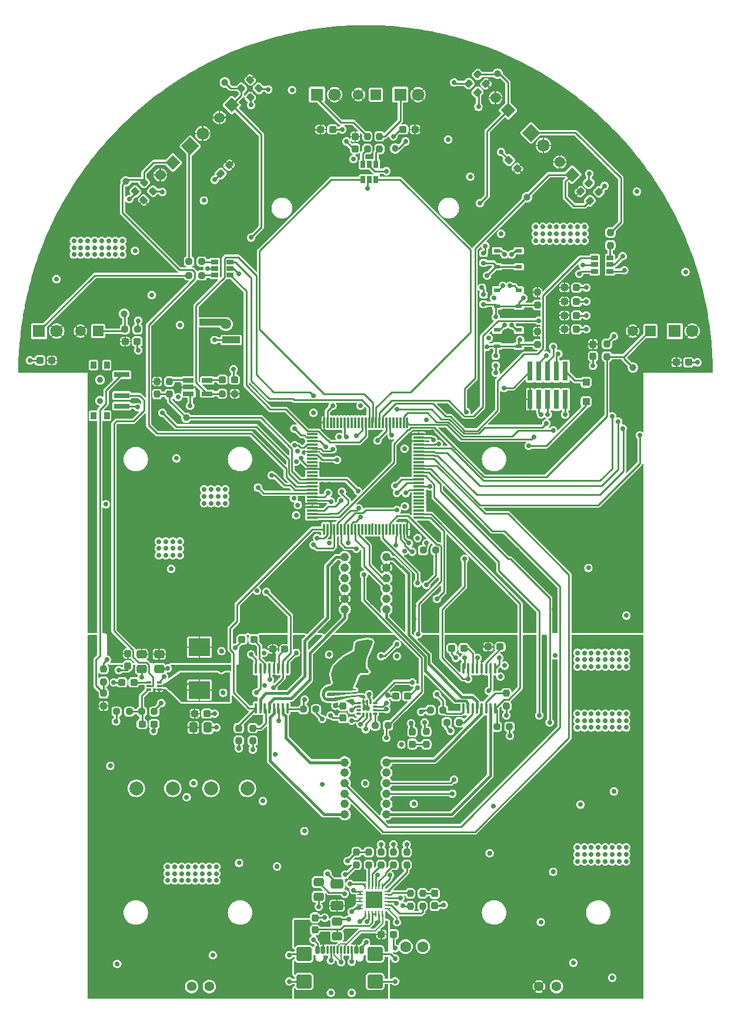
<source format=gbr>
%TF.GenerationSoftware,KiCad,Pcbnew,7.0.8-1.fc38*%
%TF.CreationDate,2023-12-06T13:29:30+01:00*%
%TF.ProjectId,frat,66726174-2e6b-4696-9361-645f70636258,rev?*%
%TF.SameCoordinates,Original*%
%TF.FileFunction,Copper,L1,Top*%
%TF.FilePolarity,Positive*%
%FSLAX46Y46*%
G04 Gerber Fmt 4.6, Leading zero omitted, Abs format (unit mm)*
G04 Created by KiCad (PCBNEW 7.0.8-1.fc38) date 2023-12-06 13:29:30*
%MOMM*%
%LPD*%
G01*
G04 APERTURE LIST*
G04 Aperture macros list*
%AMRoundRect*
0 Rectangle with rounded corners*
0 $1 Rounding radius*
0 $2 $3 $4 $5 $6 $7 $8 $9 X,Y pos of 4 corners*
0 Add a 4 corners polygon primitive as box body*
4,1,4,$2,$3,$4,$5,$6,$7,$8,$9,$2,$3,0*
0 Add four circle primitives for the rounded corners*
1,1,$1+$1,$2,$3*
1,1,$1+$1,$4,$5*
1,1,$1+$1,$6,$7*
1,1,$1+$1,$8,$9*
0 Add four rect primitives between the rounded corners*
20,1,$1+$1,$2,$3,$4,$5,0*
20,1,$1+$1,$4,$5,$6,$7,0*
20,1,$1+$1,$6,$7,$8,$9,0*
20,1,$1+$1,$8,$9,$2,$3,0*%
%AMRotRect*
0 Rectangle, with rotation*
0 The origin of the aperture is its center*
0 $1 length*
0 $2 width*
0 $3 Rotation angle, in degrees counterclockwise*
0 Add horizontal line*
21,1,$1,$2,0,0,$3*%
G04 Aperture macros list end*
%TA.AperFunction,SMDPad,CuDef*%
%ADD10RoundRect,0.150000X-0.200000X0.150000X-0.200000X-0.150000X0.200000X-0.150000X0.200000X0.150000X0*%
%TD*%
%TA.AperFunction,SMDPad,CuDef*%
%ADD11RoundRect,0.150000X0.200000X-0.150000X0.200000X0.150000X-0.200000X0.150000X-0.200000X-0.150000X0*%
%TD*%
%TA.AperFunction,SMDPad,CuDef*%
%ADD12C,1.000000*%
%TD*%
%TA.AperFunction,ComponentPad*%
%ADD13C,2.000000*%
%TD*%
%TA.AperFunction,SMDPad,CuDef*%
%ADD14RoundRect,0.237500X0.237500X-0.250000X0.237500X0.250000X-0.237500X0.250000X-0.237500X-0.250000X0*%
%TD*%
%TA.AperFunction,SMDPad,CuDef*%
%ADD15RoundRect,0.237500X-0.250000X-0.237500X0.250000X-0.237500X0.250000X0.237500X-0.250000X0.237500X0*%
%TD*%
%TA.AperFunction,ComponentPad*%
%ADD16C,1.400000*%
%TD*%
%TA.AperFunction,SMDPad,CuDef*%
%ADD17R,2.510000X1.000000*%
%TD*%
%TA.AperFunction,SMDPad,CuDef*%
%ADD18R,2.209800X0.762000*%
%TD*%
%TA.AperFunction,SMDPad,CuDef*%
%ADD19C,0.889000*%
%TD*%
%TA.AperFunction,SMDPad,CuDef*%
%ADD20R,0.812800X0.990600*%
%TD*%
%TA.AperFunction,SMDPad,CuDef*%
%ADD21R,3.150400X2.611399*%
%TD*%
%TA.AperFunction,SMDPad,CuDef*%
%ADD22RoundRect,0.237500X0.237500X-0.287500X0.237500X0.287500X-0.237500X0.287500X-0.237500X-0.287500X0*%
%TD*%
%TA.AperFunction,SMDPad,CuDef*%
%ADD23RoundRect,0.237500X-0.300000X-0.237500X0.300000X-0.237500X0.300000X0.237500X-0.300000X0.237500X0*%
%TD*%
%TA.AperFunction,SMDPad,CuDef*%
%ADD24RoundRect,0.237500X-0.237500X0.250000X-0.237500X-0.250000X0.237500X-0.250000X0.237500X0.250000X0*%
%TD*%
%TA.AperFunction,SMDPad,CuDef*%
%ADD25RoundRect,0.237500X0.300000X0.237500X-0.300000X0.237500X-0.300000X-0.237500X0.300000X-0.237500X0*%
%TD*%
%TA.AperFunction,SMDPad,CuDef*%
%ADD26RoundRect,0.250000X-0.337500X-0.475000X0.337500X-0.475000X0.337500X0.475000X-0.337500X0.475000X0*%
%TD*%
%TA.AperFunction,SMDPad,CuDef*%
%ADD27RoundRect,0.087500X0.225000X0.087500X-0.225000X0.087500X-0.225000X-0.087500X0.225000X-0.087500X0*%
%TD*%
%TA.AperFunction,SMDPad,CuDef*%
%ADD28RoundRect,0.087500X0.087500X0.225000X-0.087500X0.225000X-0.087500X-0.225000X0.087500X-0.225000X0*%
%TD*%
%TA.AperFunction,ComponentPad*%
%ADD29C,1.244600*%
%TD*%
%TA.AperFunction,SMDPad,CuDef*%
%ADD30RoundRect,0.237500X-0.044194X-0.380070X0.380070X0.044194X0.044194X0.380070X-0.380070X-0.044194X0*%
%TD*%
%TA.AperFunction,SMDPad,CuDef*%
%ADD31RoundRect,0.237500X-0.237500X0.300000X-0.237500X-0.300000X0.237500X-0.300000X0.237500X0.300000X0*%
%TD*%
%TA.AperFunction,SMDPad,CuDef*%
%ADD32R,0.965200X0.558800*%
%TD*%
%TA.AperFunction,ComponentPad*%
%ADD33RotRect,1.524000X1.524000X225.000000*%
%TD*%
%TA.AperFunction,ComponentPad*%
%ADD34C,1.524000*%
%TD*%
%TA.AperFunction,ComponentPad*%
%ADD35R,1.800000X1.800000*%
%TD*%
%TA.AperFunction,ComponentPad*%
%ADD36C,1.800000*%
%TD*%
%TA.AperFunction,SMDPad,CuDef*%
%ADD37RoundRect,0.237500X0.287500X0.237500X-0.287500X0.237500X-0.287500X-0.237500X0.287500X-0.237500X0*%
%TD*%
%TA.AperFunction,SMDPad,CuDef*%
%ADD38RoundRect,0.237500X-0.344715X0.008839X0.008839X-0.344715X0.344715X-0.008839X-0.008839X0.344715X0*%
%TD*%
%TA.AperFunction,ComponentPad*%
%ADD39R,1.524000X1.524000*%
%TD*%
%TA.AperFunction,ComponentPad*%
%ADD40RotRect,1.800000X1.800000X315.000000*%
%TD*%
%TA.AperFunction,SMDPad,CuDef*%
%ADD41RoundRect,0.100000X0.100000X-0.637500X0.100000X0.637500X-0.100000X0.637500X-0.100000X-0.637500X0*%
%TD*%
%TA.AperFunction,SMDPad,CuDef*%
%ADD42RoundRect,0.237500X0.250000X0.237500X-0.250000X0.237500X-0.250000X-0.237500X0.250000X-0.237500X0*%
%TD*%
%TA.AperFunction,SMDPad,CuDef*%
%ADD43R,0.762000X2.794000*%
%TD*%
%TA.AperFunction,SMDPad,CuDef*%
%ADD44RoundRect,0.250000X-0.475000X0.337500X-0.475000X-0.337500X0.475000X-0.337500X0.475000X0.337500X0*%
%TD*%
%TA.AperFunction,SMDPad,CuDef*%
%ADD45R,1.560000X0.650000*%
%TD*%
%TA.AperFunction,SMDPad,CuDef*%
%ADD46RoundRect,0.150000X-0.150000X-0.425000X0.150000X-0.425000X0.150000X0.425000X-0.150000X0.425000X0*%
%TD*%
%TA.AperFunction,SMDPad,CuDef*%
%ADD47RoundRect,0.075000X-0.075000X-0.500000X0.075000X-0.500000X0.075000X0.500000X-0.075000X0.500000X0*%
%TD*%
%TA.AperFunction,SMDPad,CuDef*%
%ADD48RoundRect,0.250000X-0.840000X-0.750000X0.840000X-0.750000X0.840000X0.750000X-0.840000X0.750000X0*%
%TD*%
%TA.AperFunction,SMDPad,CuDef*%
%ADD49RoundRect,0.237500X0.044194X0.380070X-0.380070X-0.044194X-0.044194X-0.380070X0.380070X0.044194X0*%
%TD*%
%TA.AperFunction,ComponentPad*%
%ADD50RotRect,1.800000X1.800000X45.000000*%
%TD*%
%TA.AperFunction,SMDPad,CuDef*%
%ADD51RoundRect,0.250000X-0.300000X0.300000X-0.300000X-0.300000X0.300000X-0.300000X0.300000X0.300000X0*%
%TD*%
%TA.AperFunction,ComponentPad*%
%ADD52RotRect,1.524000X1.524000X135.000000*%
%TD*%
%TA.AperFunction,SMDPad,CuDef*%
%ADD53R,0.700000X0.340000*%
%TD*%
%TA.AperFunction,SMDPad,CuDef*%
%ADD54R,0.990600X0.711200*%
%TD*%
%TA.AperFunction,SMDPad,CuDef*%
%ADD55RoundRect,0.237500X0.380070X-0.044194X-0.044194X0.380070X-0.380070X0.044194X0.044194X-0.380070X0*%
%TD*%
%TA.AperFunction,SMDPad,CuDef*%
%ADD56RoundRect,0.250000X0.650000X-0.412500X0.650000X0.412500X-0.650000X0.412500X-0.650000X-0.412500X0*%
%TD*%
%TA.AperFunction,SMDPad,CuDef*%
%ADD57RoundRect,0.237500X0.008839X0.344715X-0.344715X-0.008839X-0.008839X-0.344715X0.344715X0.008839X0*%
%TD*%
%TA.AperFunction,ComponentPad*%
%ADD58C,1.600200*%
%TD*%
%TA.AperFunction,SMDPad,CuDef*%
%ADD59R,0.711200X0.990600*%
%TD*%
%TA.AperFunction,SMDPad,CuDef*%
%ADD60RoundRect,0.250000X0.475000X-0.337500X0.475000X0.337500X-0.475000X0.337500X-0.475000X-0.337500X0*%
%TD*%
%TA.AperFunction,SMDPad,CuDef*%
%ADD61RoundRect,0.062500X0.325000X0.062500X-0.325000X0.062500X-0.325000X-0.062500X0.325000X-0.062500X0*%
%TD*%
%TA.AperFunction,SMDPad,CuDef*%
%ADD62RoundRect,0.062500X0.062500X0.325000X-0.062500X0.325000X-0.062500X-0.325000X0.062500X-0.325000X0*%
%TD*%
%TA.AperFunction,SMDPad,CuDef*%
%ADD63R,2.450000X2.450000*%
%TD*%
%TA.AperFunction,SMDPad,CuDef*%
%ADD64RoundRect,0.075000X-0.725000X-0.075000X0.725000X-0.075000X0.725000X0.075000X-0.725000X0.075000X0*%
%TD*%
%TA.AperFunction,SMDPad,CuDef*%
%ADD65RoundRect,0.075000X-0.075000X-0.725000X0.075000X-0.725000X0.075000X0.725000X-0.075000X0.725000X0*%
%TD*%
%TA.AperFunction,SMDPad,CuDef*%
%ADD66RoundRect,0.237500X-0.008839X-0.344715X0.344715X0.008839X0.008839X0.344715X-0.344715X-0.008839X0*%
%TD*%
%TA.AperFunction,SMDPad,CuDef*%
%ADD67RoundRect,0.237500X-0.237500X0.287500X-0.237500X-0.287500X0.237500X-0.287500X0.237500X0.287500X0*%
%TD*%
%TA.AperFunction,SMDPad,CuDef*%
%ADD68RoundRect,0.237500X-0.380070X0.044194X0.044194X-0.380070X0.380070X-0.044194X-0.044194X0.380070X0*%
%TD*%
%TA.AperFunction,ViaPad*%
%ADD69C,0.700000*%
%TD*%
%TA.AperFunction,ViaPad*%
%ADD70C,1.500000*%
%TD*%
%TA.AperFunction,Conductor*%
%ADD71C,0.250000*%
%TD*%
%TA.AperFunction,Conductor*%
%ADD72C,0.400000*%
%TD*%
%TA.AperFunction,Conductor*%
%ADD73C,1.000000*%
%TD*%
%TA.AperFunction,Conductor*%
%ADD74C,0.200000*%
%TD*%
G04 APERTURE END LIST*
D10*
%TO.P,D23,1,K*%
%TO.N,Net-(B2-A)*%
X157000000Y-134200000D03*
%TO.P,D23,2,A*%
%TO.N,GND*%
X157000000Y-132800000D03*
%TD*%
D11*
%TO.P,D22,1,K*%
%TO.N,/MCU/CYCLE_PROGRAM_BUTTON*%
X158750000Y-147550000D03*
%TO.P,D22,2,A*%
%TO.N,GND*%
X158750000Y-148950000D03*
%TD*%
D10*
%TO.P,D21,1,K*%
%TO.N,/MCU/START_STOP_BUTTON*%
X157000000Y-140150000D03*
%TO.P,D21,2,A*%
%TO.N,GND*%
X157000000Y-138750000D03*
%TD*%
D12*
%TO.P,TP18,1,1*%
%TO.N,/MCU/RF_DETECTOR*%
X178500000Y-149250000D03*
%TD*%
%TO.P,TP17,1,1*%
%TO.N,/MCU/R_DETECTOR1*%
X163250000Y-124750000D03*
%TD*%
%TO.P,TP16,1,1*%
%TO.N,/MCU/R_DETECTOR2*%
X159000000Y-107000000D03*
%TD*%
%TO.P,TP15,1,1*%
%TO.N,/MCU/MF_DETECTOR*%
X144250000Y-117750000D03*
%TD*%
%TO.P,TP14,1,1*%
%TO.N,/MCU/L_DETECTOR2*%
X119750000Y-108250000D03*
%TD*%
%TO.P,TP13,1,1*%
%TO.N,/MCU/L_DETECTOR1*%
X105500000Y-122500000D03*
%TD*%
%TO.P,TP12,1,1*%
%TO.N,/MCU/LF_DETECTOR*%
X105250000Y-141500000D03*
%TD*%
D13*
%TO.P,TP7,1,1*%
%TO.N,/MCU/SPI_CS_L*%
X107000000Y-209750000D03*
%TD*%
%TO.P,TP6,1,1*%
%TO.N,/MCU/SPI_SCK*%
X112250000Y-209750000D03*
%TD*%
%TO.P,TP5,1,1*%
%TO.N,/MCU/SPI_MOSI*%
X117750000Y-209750000D03*
%TD*%
%TO.P,TP4,1,1*%
%TO.N,/MCU/SPI_MISO*%
X123000000Y-209750000D03*
%TD*%
D14*
%TO.P,R53,1*%
%TO.N,+3.3V*%
X121750000Y-202912500D03*
%TO.P,R53,2*%
%TO.N,/MCU/L_MOTOR_SLEEP_L*%
X121750000Y-201087500D03*
%TD*%
D15*
%TO.P,R52,1*%
%TO.N,+3.3V*%
X149337500Y-198500000D03*
%TO.P,R52,2*%
%TO.N,/MCU/R_MOTOR_SLEEP_L*%
X151162500Y-198500000D03*
%TD*%
D16*
%TO.P,TP3,2,2*%
%TO.N,+BATT*%
X164960000Y-238250000D03*
%TO.P,TP3,1,1*%
%TO.N,GND*%
X167500000Y-238250000D03*
%TD*%
D17*
%TO.P,J8,1,Pin_1*%
%TO.N,+BATT*%
X117344000Y-142748000D03*
%TO.P,J8,2,Pin_2*%
%TO.N,GND*%
X120654000Y-145288000D03*
%TD*%
D18*
%TO.P,B1,1,A*%
%TO.N,Net-(B1-A)*%
X104877550Y-150276999D03*
%TO.P,B1,2,B*%
%TO.N,/Power/DCDC_EN*%
X104877550Y-153277001D03*
%TO.P,B1,3,C*%
%TO.N,GND*%
X104877550Y-154777001D03*
D19*
%TO.P,B1,4*%
%TO.N,N/C*%
X101776850Y-151027010D03*
%TO.P,B1,5*%
X101776850Y-154027010D03*
D20*
%TO.P,B1,6*%
X100811850Y-148877000D03*
%TO.P,B1,7*%
X102741850Y-148877000D03*
%TO.P,B1,8*%
X100811850Y-156177000D03*
%TO.P,B1,9*%
X102741850Y-156177000D03*
%TD*%
D21*
%TO.P,L1,1,1*%
%TO.N,Net-(U3-SW)*%
X116078000Y-195628400D03*
%TO.P,L1,2,2*%
%TO.N,+3.3V*%
X116078000Y-189435600D03*
%TD*%
D22*
%TO.P,D2,1*%
%TO.N,Net-(D2-Pad1)*%
X146750000Y-203375000D03*
%TO.P,D2,2*%
%TO.N,+3.3V*%
X146750000Y-201625000D03*
%TD*%
D23*
%TO.P,C8,1*%
%TO.N,+BATT*%
X115417500Y-199000000D03*
%TO.P,C8,2*%
%TO.N,GND*%
X117142500Y-199000000D03*
%TD*%
D24*
%TO.P,R6,1*%
%TO.N,Net-(B1-A)*%
X102280000Y-196087500D03*
%TO.P,R6,2*%
%TO.N,+BATT*%
X102280000Y-197912500D03*
%TD*%
%TO.P,R35,1*%
%TO.N,Net-(D9-Pad1)*%
X142000000Y-116000000D03*
%TO.P,R35,2*%
%TO.N,Net-(Q3B-D2)*%
X142000000Y-117825000D03*
%TD*%
D25*
%TO.P,C42,1*%
%TO.N,Net-(U5-VINT)*%
X154151500Y-189611000D03*
%TO.P,C42,2*%
%TO.N,GND*%
X152426500Y-189611000D03*
%TD*%
D24*
%TO.P,R49,1*%
%TO.N,Net-(U6-AISEN)*%
X123750000Y-201087500D03*
%TO.P,R49,2*%
%TO.N,GND*%
X123750000Y-202912500D03*
%TD*%
%TO.P,R24,1*%
%TO.N,+3.3V*%
X164750000Y-138425000D03*
%TO.P,R24,2*%
%TO.N,/MCU/START_STOP_BUTTON*%
X164750000Y-140250000D03*
%TD*%
%TO.P,R17,1*%
%TO.N,Net-(U4-OTG)*%
X146431000Y-224837500D03*
%TO.P,R17,2*%
%TO.N,GND*%
X146431000Y-226662500D03*
%TD*%
D26*
%TO.P,C5,1*%
%TO.N,+BATT*%
X115205000Y-201000000D03*
%TO.P,C5,2*%
%TO.N,GND*%
X117280000Y-201000000D03*
%TD*%
D15*
%TO.P,R31,1*%
%TO.N,Net-(D5-Pad1)*%
X114587500Y-134000000D03*
%TO.P,R31,2*%
%TO.N,Net-(Q1B-D2)*%
X116412500Y-134000000D03*
%TD*%
D27*
%TO.P,U7,1,SDO/SA0*%
%TO.N,Net-(U7-SDO{slash}SA0)*%
X141351000Y-198985000D03*
%TO.P,U7,2,SDX*%
%TO.N,GND*%
X141351000Y-198485000D03*
%TO.P,U7,3,SCX*%
X141351000Y-197985000D03*
%TO.P,U7,4,INT1*%
%TO.N,/MCU/SPI_INT1*%
X141351000Y-197485000D03*
D28*
%TO.P,U7,5,VDDIO*%
%TO.N,+3.3V*%
X140688500Y-197322500D03*
%TO.P,U7,6,GND*%
%TO.N,GND*%
X140188500Y-197322500D03*
%TO.P,U7,7,GND*%
X139688500Y-197322500D03*
D27*
%TO.P,U7,8,VDD*%
%TO.N,+3.3V*%
X139026000Y-197485000D03*
%TO.P,U7,9,INT2*%
%TO.N,/MCU/SPI_INT2*%
X139026000Y-197985000D03*
%TO.P,U7,10,NC*%
%TO.N,unconnected-(U7-NC-Pad10)*%
X139026000Y-198485000D03*
%TO.P,U7,11,NC*%
%TO.N,unconnected-(U7-NC-Pad11)*%
X139026000Y-198985000D03*
D28*
%TO.P,U7,12,CS*%
%TO.N,/MCU/SPI_CS_L*%
X139688500Y-199147500D03*
%TO.P,U7,13,SCL*%
%TO.N,/MCU/SPI_SCK*%
X140188500Y-199147500D03*
%TO.P,U7,14,SDA*%
%TO.N,/MCU/SPI_MOSI*%
X140688500Y-199147500D03*
%TD*%
D29*
%TO.P,J7,1,M2*%
%TO.N,/Connectors/L2_MOTOR-*%
X137000000Y-213500000D03*
%TO.P,J7,2,VCC*%
%TO.N,+3.3V*%
X137000000Y-212000000D03*
%TO.P,J7,3,C2*%
%TO.N,/Connectors/L2_MOTOR_C2*%
X137000000Y-210500001D03*
%TO.P,J7,4,C1*%
%TO.N,/Connectors/L2_MOTOR_C1*%
X137000000Y-208999999D03*
%TO.P,J7,5,GND*%
%TO.N,GND*%
X137000000Y-207499999D03*
%TO.P,J7,6,M1*%
%TO.N,/Connectors/L2_MOTOR+*%
X137000000Y-206000000D03*
%TD*%
D30*
%TO.P,C20,1*%
%TO.N,+3.3V*%
X170910974Y-123930734D03*
%TO.P,C20,2*%
%TO.N,GND*%
X172130734Y-122710974D03*
%TD*%
D31*
%TO.P,C21,1*%
%TO.N,+3.3V*%
X172750000Y-145887500D03*
%TO.P,C21,2*%
%TO.N,GND*%
X172750000Y-147612500D03*
%TD*%
D15*
%TO.P,R4,1*%
%TO.N,+3.3V*%
X104167500Y-198708900D03*
%TO.P,R4,2*%
%TO.N,Net-(U3-FB)*%
X105992500Y-198708900D03*
%TD*%
D32*
%TO.P,B2,1,B*%
%TO.N,GND*%
X158927798Y-132450000D03*
%TO.P,B2,2,D*%
X162072202Y-132450000D03*
%TO.P,B2,3,A*%
%TO.N,Net-(B2-A)*%
X158927798Y-134750000D03*
%TO.P,B2,4,C*%
X162072202Y-134750000D03*
%TD*%
D24*
%TO.P,R25,1*%
%TO.N,+3.3V*%
X164750000Y-144087500D03*
%TO.P,R25,2*%
%TO.N,/MCU/CYCLE_PROGRAM_BUTTON*%
X164750000Y-145912500D03*
%TD*%
D33*
%TO.P,D14,1,K*%
%TO.N,/MCU/L_DETECTOR1*%
X112250000Y-119750000D03*
D34*
%TO.P,D14,2,A*%
%TO.N,+3.3V*%
X110453949Y-121546051D03*
%TD*%
D35*
%TO.P,D6,1*%
%TO.N,Net-(D6-Pad1)*%
X184500000Y-144000000D03*
D36*
%TO.P,D6,2*%
%TO.N,+3.3V*%
X187040000Y-144000000D03*
%TD*%
D14*
%TO.P,R9,1*%
%TO.N,Net-(U4-REGN)*%
X140462000Y-220749500D03*
%TO.P,R9,2*%
%TO.N,Net-(U4-TS)*%
X140462000Y-218924500D03*
%TD*%
D37*
%TO.P,D17,1*%
%TO.N,Net-(D17-Pad1)*%
X170375000Y-137750000D03*
%TO.P,D17,2*%
%TO.N,+3.3V*%
X168625000Y-137750000D03*
%TD*%
D38*
%TO.P,R41,1*%
%TO.N,/MCU/L_DETECTOR2*%
X122108714Y-109100816D03*
%TO.P,R41,2*%
%TO.N,GND*%
X123399184Y-110391286D03*
%TD*%
D14*
%TO.P,R12,1*%
%TO.N,Net-(U4-VSET)*%
X145923000Y-220749500D03*
%TO.P,R12,2*%
%TO.N,GND*%
X145923000Y-218924500D03*
%TD*%
D31*
%TO.P,C7,1*%
%TO.N,+3.3V*%
X105780000Y-190387500D03*
%TO.P,C7,2*%
%TO.N,GND*%
X105780000Y-192112500D03*
%TD*%
D29*
%TO.P,J4,1,M2*%
%TO.N,/Connectors/R1_MOTOR-*%
X143000000Y-176499999D03*
%TO.P,J4,2,VCC*%
%TO.N,+3.3V*%
X143000000Y-177999999D03*
%TO.P,J4,3,C2*%
%TO.N,/Connectors/R1_MOTOR_C2*%
X143000000Y-179499998D03*
%TO.P,J4,4,C1*%
%TO.N,/Connectors/R1_MOTOR_C1*%
X143000000Y-181000000D03*
%TO.P,J4,5,GND*%
%TO.N,GND*%
X143000000Y-182500000D03*
%TO.P,J4,6,M1*%
%TO.N,/Connectors/R1_MOTOR+*%
X143000000Y-183999999D03*
%TD*%
D35*
%TO.P,D4,1*%
%TO.N,Net-(D4-Pad1)*%
X93000000Y-144000000D03*
D36*
%TO.P,D4,2*%
%TO.N,+3.3V*%
X95540000Y-144000000D03*
%TD*%
D14*
%TO.P,R13,1*%
%TO.N,Net-(U4-ICHGSET)*%
X142240000Y-220749500D03*
%TO.P,R13,2*%
%TO.N,GND*%
X142240000Y-218924500D03*
%TD*%
D39*
%TO.P,D16,1,K*%
%TO.N,/MCU/MF_DETECTOR*%
X141500000Y-110000000D03*
D34*
%TO.P,D16,2,A*%
%TO.N,+3.3V*%
X138960000Y-110000000D03*
%TD*%
D40*
%TO.P,D7,1*%
%TO.N,Net-(D7-Pad1)*%
X163803949Y-115500000D03*
D36*
%TO.P,D7,2*%
%TO.N,+3.3V*%
X165600000Y-117296051D03*
%TD*%
D41*
%TO.P,U6,1,nSLEEP*%
%TO.N,/MCU/L_MOTOR_SLEEP_L*%
X124200000Y-198225000D03*
%TO.P,U6,2,AOUT1*%
%TO.N,/Connectors/L1_MOTOR+*%
X124850000Y-198225000D03*
%TO.P,U6,3,AISEN*%
%TO.N,Net-(U6-AISEN)*%
X125500000Y-198225000D03*
%TO.P,U6,4,AOUT2*%
%TO.N,/Connectors/L1_MOTOR-*%
X126150000Y-198225000D03*
%TO.P,U6,5,BOUT2*%
%TO.N,/Connectors/L2_MOTOR-*%
X126800000Y-198225000D03*
%TO.P,U6,6,BISEN*%
%TO.N,Net-(U6-BISEN)*%
X127450000Y-198225000D03*
%TO.P,U6,7,BOUT1*%
%TO.N,/Connectors/L2_MOTOR+*%
X128100000Y-198225000D03*
%TO.P,U6,8,nFAULT*%
%TO.N,/MCU/L_MOTOR_FAULT_L*%
X128750000Y-198225000D03*
%TO.P,U6,9,BIN1*%
%TO.N,/MCU/MOTOR_L_APWM2*%
X128750000Y-192500000D03*
%TO.P,U6,10,BIN2*%
%TO.N,/MCU/MOTOR_L_BPWM2*%
X128100000Y-192500000D03*
%TO.P,U6,11,VCP*%
%TO.N,Net-(U6-VCP)*%
X127450000Y-192500000D03*
%TO.P,U6,12,VM*%
%TO.N,+BATT*%
X126800000Y-192500000D03*
%TO.P,U6,13,GND*%
%TO.N,GND*%
X126150000Y-192500000D03*
%TO.P,U6,14,VINT*%
%TO.N,Net-(U6-VINT)*%
X125500000Y-192500000D03*
%TO.P,U6,15,AIN2*%
%TO.N,/MCU/MOTOR_L_BPWM1*%
X124850000Y-192500000D03*
%TO.P,U6,16,AIN1*%
%TO.N,/MCU/MOTOR_L_APWM1*%
X124200000Y-192500000D03*
%TD*%
D42*
%TO.P,R1,1*%
%TO.N,+3.3V*%
X121162500Y-153000000D03*
%TO.P,R1,2*%
%TO.N,Net-(B2-A)*%
X119337500Y-153000000D03*
%TD*%
D41*
%TO.P,U5,1,nSLEEP*%
%TO.N,/MCU/R_MOTOR_SLEEP_L*%
X154100000Y-198250000D03*
%TO.P,U5,2,AOUT1*%
%TO.N,/Connectors/R1_MOTOR+*%
X154750000Y-198250000D03*
%TO.P,U5,3,AISEN*%
%TO.N,Net-(U5-AISEN)*%
X155400000Y-198250000D03*
%TO.P,U5,4,AOUT2*%
%TO.N,/Connectors/R1_MOTOR-*%
X156050000Y-198250000D03*
%TO.P,U5,5,BOUT2*%
%TO.N,/Connectors/R2_MOTOR-*%
X156700000Y-198250000D03*
%TO.P,U5,6,BISEN*%
%TO.N,Net-(U5-BISEN)*%
X157350000Y-198250000D03*
%TO.P,U5,7,BOUT1*%
%TO.N,/Connectors/R2_MOTOR+*%
X158000000Y-198250000D03*
%TO.P,U5,8,nFAULT*%
%TO.N,/MCU/R_MOTOR_FAULT_L*%
X158650000Y-198250000D03*
%TO.P,U5,9,BIN1*%
%TO.N,/MCU/MOTOR_R_APWM2*%
X158650000Y-192525000D03*
%TO.P,U5,10,BIN2*%
%TO.N,/MCU/MOTOR_R_BPWM2*%
X158000000Y-192525000D03*
%TO.P,U5,11,VCP*%
%TO.N,Net-(U5-VCP)*%
X157350000Y-192525000D03*
%TO.P,U5,12,VM*%
%TO.N,+BATT*%
X156700000Y-192525000D03*
%TO.P,U5,13,GND*%
%TO.N,GND*%
X156050000Y-192525000D03*
%TO.P,U5,14,VINT*%
%TO.N,Net-(U5-VINT)*%
X155400000Y-192525000D03*
%TO.P,U5,15,AIN2*%
%TO.N,/MCU/MOTOR_R_BPWM1*%
X154750000Y-192525000D03*
%TO.P,U5,16,AIN1*%
%TO.N,/MCU/MOTOR_R_APWM1*%
X154100000Y-192525000D03*
%TD*%
D24*
%TO.P,R2,1*%
%TO.N,Net-(U2-~{RESET})*%
X111750000Y-151250000D03*
%TO.P,R2,2*%
%TO.N,/MCU/MCU_RST_L*%
X111750000Y-153075000D03*
%TD*%
%TO.P,R3,1*%
%TO.N,+3.3V*%
X110000000Y-151250000D03*
%TO.P,R3,2*%
%TO.N,/MCU/MCU_RST_L*%
X110000000Y-153075000D03*
%TD*%
D43*
%TO.P,J1,1,VTref*%
%TO.N,+3.3V*%
X163690000Y-153814000D03*
%TO.P,J1,2,SWDIO/TMS*%
%TO.N,/MCU/MCU_SWDIO_TMS*%
X163690000Y-149750000D03*
%TO.P,J1,3,GND*%
%TO.N,GND*%
X164960000Y-153814000D03*
%TO.P,J1,4,SWDCLK/TCK*%
%TO.N,/MCU/MCU_SWDCLK_TCK*%
X164960000Y-149750000D03*
%TO.P,J1,5,GND*%
%TO.N,GND*%
X166230000Y-153814000D03*
%TO.P,J1,6,SWO/TDO*%
%TO.N,/MCU/MCU_SWO_TDO*%
X166230000Y-149750000D03*
%TO.P,J1,7,KEY*%
%TO.N,unconnected-(J1-KEY-Pad7)*%
X167500000Y-153814000D03*
%TO.P,J1,8,NC/TDI*%
%TO.N,/MCU/MCU_TDI*%
X167500000Y-149750000D03*
%TO.P,J1,9,GNDDetect*%
%TO.N,GND*%
X168770000Y-153814000D03*
%TO.P,J1,10,~{RESET}*%
%TO.N,/MCU/SWD_RST_L*%
X168770000Y-149750000D03*
%TD*%
D44*
%TO.P,C9,1*%
%TO.N,+3.3V*%
X107780000Y-190462500D03*
%TO.P,C9,2*%
%TO.N,GND*%
X107780000Y-192537500D03*
%TD*%
D45*
%TO.P,U2,1,~{RESET}*%
%TO.N,Net-(U2-~{RESET})*%
X114500000Y-151100000D03*
%TO.P,U2,2,VDD*%
%TO.N,+3.3V*%
X114500000Y-152050000D03*
%TO.P,U2,3,GND*%
%TO.N,GND*%
X114500000Y-153000000D03*
%TO.P,U2,4,~{MR}/NC*%
%TO.N,Net-(B2-A)*%
X117200000Y-153000000D03*
%TO.P,U2,5,CT*%
%TO.N,Net-(U2-CT)*%
X117200000Y-151100000D03*
%TD*%
D42*
%TO.P,R47,1*%
%TO.N,+3.3V*%
X132865500Y-198374000D03*
%TO.P,R47,2*%
%TO.N,/MCU/L_MOTOR_FAULT_L*%
X131040500Y-198374000D03*
%TD*%
D46*
%TO.P,J2,A1,GND*%
%TO.N,GND*%
X133050000Y-233000000D03*
%TO.P,J2,A4,VBUS*%
%TO.N,VBUS*%
X133850000Y-233000000D03*
D47*
%TO.P,J2,A5,CC1*%
%TO.N,Net-(J2-CC1)*%
X135000000Y-233000000D03*
%TO.P,J2,A6,D+*%
%TO.N,/USB_D+*%
X136000000Y-233000000D03*
%TO.P,J2,A7,D-*%
%TO.N,/USB_D-*%
X136500000Y-233000000D03*
%TO.P,J2,A8,SBU1*%
%TO.N,unconnected-(J2-SBU1-PadA8)*%
X137500000Y-233000000D03*
D46*
%TO.P,J2,A9,VBUS*%
%TO.N,VBUS*%
X138650000Y-233000000D03*
%TO.P,J2,A12,GND*%
%TO.N,GND*%
X139450000Y-233000000D03*
%TO.P,J2,B1,GND*%
X139450000Y-233000000D03*
%TO.P,J2,B4,VBUS*%
%TO.N,VBUS*%
X138650000Y-233000000D03*
D47*
%TO.P,J2,B5,CC2*%
%TO.N,Net-(J2-CC2)*%
X138000000Y-233000000D03*
%TO.P,J2,B6,D+*%
%TO.N,/USB_D+*%
X137000000Y-233000000D03*
%TO.P,J2,B7,D-*%
%TO.N,/USB_D-*%
X135500000Y-233000000D03*
%TO.P,J2,B8,SBU2*%
%TO.N,unconnected-(J2-SBU2-PadB8)*%
X134500000Y-233000000D03*
D46*
%TO.P,J2,B9,VBUS*%
%TO.N,VBUS*%
X133850000Y-233000000D03*
%TO.P,J2,B12,GND*%
%TO.N,GND*%
X133050000Y-233000000D03*
D48*
%TO.P,J2,S1,SHIELD*%
X131140000Y-233575000D03*
X131140000Y-237505000D03*
X141360000Y-233575000D03*
X141360000Y-237505000D03*
%TD*%
D16*
%TO.P,TP2,2,2*%
%TO.N,+3.3V*%
X117500000Y-238250000D03*
%TO.P,TP2,1,1*%
%TO.N,GND*%
X114960000Y-238250000D03*
%TD*%
D32*
%TO.P,B3,1,B*%
%TO.N,GND*%
X158927798Y-138100000D03*
%TO.P,B3,2,D*%
X162072202Y-138100000D03*
%TO.P,B3,3,A*%
%TO.N,/MCU/START_STOP_BUTTON*%
X158927798Y-140400000D03*
%TO.P,B3,4,C*%
X162072202Y-140400000D03*
%TD*%
D23*
%TO.P,C48,1*%
%TO.N,+3.3V*%
X184775000Y-148500000D03*
%TO.P,C48,2*%
%TO.N,GND*%
X186500000Y-148500000D03*
%TD*%
D49*
%TO.P,C47,1*%
%TO.N,+3.3V*%
X120359880Y-120140120D03*
%TO.P,C47,2*%
%TO.N,GND*%
X119140120Y-121359880D03*
%TD*%
D14*
%TO.P,R38,1*%
%TO.N,/MCU/RF_DETECTOR*%
X174750000Y-147662500D03*
%TO.P,R38,2*%
%TO.N,GND*%
X174750000Y-145837500D03*
%TD*%
D31*
%TO.P,C26,1*%
%TO.N,+3.3V*%
X136750000Y-197887500D03*
%TO.P,C26,2*%
%TO.N,GND*%
X136750000Y-199612500D03*
%TD*%
D35*
%TO.P,D8,1*%
%TO.N,Net-(D8-Pad1)*%
X133000000Y-110000000D03*
D36*
%TO.P,D8,2*%
%TO.N,+3.3V*%
X135540000Y-110000000D03*
%TD*%
D38*
%TO.P,R40,1*%
%TO.N,/MCU/L_DETECTOR1*%
X108104765Y-122604765D03*
%TO.P,R40,2*%
%TO.N,GND*%
X109395235Y-123895235D03*
%TD*%
D14*
%TO.P,R11,1*%
%TO.N,Net-(U4-ILIM)*%
X144018000Y-220749500D03*
%TO.P,R11,2*%
%TO.N,GND*%
X144018000Y-218924500D03*
%TD*%
D25*
%TO.P,C6,1*%
%TO.N,+3.3V*%
X109542500Y-200508900D03*
%TO.P,C6,2*%
%TO.N,Net-(U3-FB)*%
X107817500Y-200508900D03*
%TD*%
D39*
%TO.P,D13,1,K*%
%TO.N,/MCU/LF_DETECTOR*%
X101500000Y-144000000D03*
D34*
%TO.P,D13,2,A*%
%TO.N,+3.3V*%
X98960000Y-144000000D03*
%TD*%
D23*
%TO.P,C27,1*%
%TO.N,+3.3V*%
X144331250Y-196500000D03*
%TO.P,C27,2*%
%TO.N,GND*%
X146056250Y-196500000D03*
%TD*%
D50*
%TO.P,D5,1*%
%TO.N,Net-(D5-Pad1)*%
X114750000Y-117401562D03*
D36*
%TO.P,D5,2*%
%TO.N,+3.3V*%
X116546051Y-115605511D03*
%TD*%
D37*
%TO.P,D18,1*%
%TO.N,Net-(D18-Pad1)*%
X170375000Y-139750000D03*
%TO.P,D18,2*%
%TO.N,+3.3V*%
X168625000Y-139750000D03*
%TD*%
D51*
%TO.P,D1,1,K*%
%TO.N,/MCU/SWD_RST_L*%
X171750000Y-151350000D03*
%TO.P,D1,2,A*%
%TO.N,/MCU/MCU_RST_L*%
X171750000Y-154150000D03*
%TD*%
D24*
%TO.P,R33,1*%
%TO.N,Net-(D7-Pad1)*%
X175250000Y-129837500D03*
%TO.P,R33,2*%
%TO.N,Net-(Q2A-D2)*%
X175250000Y-131662500D03*
%TD*%
D25*
%TO.P,C4,1*%
%TO.N,Net-(U3-BST)*%
X106642500Y-194500000D03*
%TO.P,C4,2*%
%TO.N,Net-(U3-SW)*%
X104917500Y-194500000D03*
%TD*%
D24*
%TO.P,R50,1*%
%TO.N,Net-(U5-BISEN)*%
X160274000Y-196087500D03*
%TO.P,R50,2*%
%TO.N,GND*%
X160274000Y-197912500D03*
%TD*%
D25*
%TO.P,C46,1*%
%TO.N,+3.3V*%
X94842500Y-148209000D03*
%TO.P,C46,2*%
%TO.N,GND*%
X93117500Y-148209000D03*
%TD*%
D23*
%TO.P,C2,1*%
%TO.N,Net-(U2-CT)*%
X119387500Y-151000000D03*
%TO.P,C2,2*%
%TO.N,GND*%
X121112500Y-151000000D03*
%TD*%
D52*
%TO.P,D10,1,K*%
%TO.N,/MCU/R_DETECTOR2*%
X160500000Y-112250000D03*
D34*
%TO.P,D10,2,A*%
%TO.N,+3.3V*%
X158703949Y-110453949D03*
%TD*%
D52*
%TO.P,D11,1,K*%
%TO.N,/MCU/R_DETECTOR1*%
X169750000Y-121500000D03*
D34*
%TO.P,D11,2,A*%
%TO.N,+3.3V*%
X167953949Y-119703949D03*
%TD*%
D29*
%TO.P,J6,1,M2*%
%TO.N,/Connectors/L1_MOTOR-*%
X137000000Y-184000001D03*
%TO.P,J6,2,VCC*%
%TO.N,+3.3V*%
X137000000Y-182500001D03*
%TO.P,J6,3,C2*%
%TO.N,/Connectors/L1_MOTOR_C2*%
X137000000Y-181000002D03*
%TO.P,J6,4,C1*%
%TO.N,/Connectors/L1_MOTOR_C1*%
X137000000Y-179500000D03*
%TO.P,J6,5,GND*%
%TO.N,GND*%
X137000000Y-178000000D03*
%TO.P,J6,6,M1*%
%TO.N,/Connectors/L1_MOTOR+*%
X137000000Y-176500001D03*
%TD*%
D53*
%TO.P,U3,1,VIN*%
%TO.N,+BATT*%
X110280000Y-195500000D03*
%TO.P,U3,2,SW*%
%TO.N,Net-(U3-SW)*%
X110280000Y-195000000D03*
%TO.P,U3,3,GND*%
%TO.N,GND*%
X110280000Y-194500000D03*
%TO.P,U3,4,BST*%
%TO.N,Net-(U3-BST)*%
X108780000Y-194500000D03*
%TO.P,U3,5,EN*%
%TO.N,/Power/DCDC_EN*%
X108780000Y-195000000D03*
%TO.P,U3,6,FB*%
%TO.N,Net-(U3-FB)*%
X108780000Y-195500000D03*
%TD*%
D44*
%TO.P,C10,1*%
%TO.N,+3.3V*%
X110280000Y-190462500D03*
%TO.P,C10,2*%
%TO.N,GND*%
X110280000Y-192537500D03*
%TD*%
D23*
%TO.P,C44,1*%
%TO.N,+BATT*%
X157633500Y-189400000D03*
%TO.P,C44,2*%
%TO.N,Net-(U5-VCP)*%
X159358500Y-189400000D03*
%TD*%
D54*
%TO.P,Q2,1,G2*%
%TO.N,/MCU/RF_EMITTER*%
X173000000Y-133500000D03*
%TO.P,Q2,2,S2*%
%TO.N,GND*%
X173000000Y-134450001D03*
%TO.P,Q2,3,G2*%
%TO.N,/MCU/R_EMITTER*%
X173000000Y-135400002D03*
%TO.P,Q2,4,D2*%
%TO.N,Net-(Q2B-D2)*%
X175199000Y-135400002D03*
%TO.P,Q2,5,S2*%
%TO.N,GND*%
X175199000Y-134450001D03*
%TO.P,Q2,6,D2*%
%TO.N,Net-(Q2A-D2)*%
X175199000Y-133500000D03*
%TD*%
D42*
%TO.P,R48,1*%
%TO.N,Net-(U5-AISEN)*%
X153500000Y-200250000D03*
%TO.P,R48,2*%
%TO.N,GND*%
X151675000Y-200250000D03*
%TD*%
D14*
%TO.P,R7,1*%
%TO.N,Net-(B1-A)*%
X102280000Y-194421400D03*
%TO.P,R7,2*%
%TO.N,GND*%
X102280000Y-192596400D03*
%TD*%
D25*
%TO.P,C43,1*%
%TO.N,Net-(U6-VINT)*%
X123925500Y-188341000D03*
%TO.P,C43,2*%
%TO.N,GND*%
X122200500Y-188341000D03*
%TD*%
D55*
%TO.P,C23,1*%
%TO.N,+3.3V*%
X108059880Y-125159880D03*
%TO.P,C23,2*%
%TO.N,GND*%
X106840120Y-123940120D03*
%TD*%
D23*
%TO.P,C50,1*%
%TO.N,+3.3V*%
X133525000Y-115000000D03*
%TO.P,C50,2*%
%TO.N,GND*%
X135250000Y-115000000D03*
%TD*%
D31*
%TO.P,C25,1*%
%TO.N,+3.3V*%
X138500000Y-116050000D03*
%TO.P,C25,2*%
%TO.N,GND*%
X138500000Y-117775000D03*
%TD*%
D55*
%TO.P,C49,1*%
%TO.N,+3.3V*%
X161859880Y-120609880D03*
%TO.P,C49,2*%
%TO.N,GND*%
X160640120Y-119390120D03*
%TD*%
D54*
%TO.P,Q1,1,G2*%
%TO.N,/MCU/LF_EMITTER*%
X120500000Y-135950001D03*
%TO.P,Q1,2,S2*%
%TO.N,GND*%
X120500000Y-135000000D03*
%TO.P,Q1,3,G2*%
%TO.N,/MCU/L_EMITTER*%
X120500000Y-134049999D03*
%TO.P,Q1,4,D2*%
%TO.N,Net-(Q1B-D2)*%
X118301000Y-134049999D03*
%TO.P,Q1,5,S2*%
%TO.N,GND*%
X118301000Y-135000000D03*
%TO.P,Q1,6,D2*%
%TO.N,Net-(Q1A-D2)*%
X118301000Y-135950001D03*
%TD*%
D42*
%TO.P,R46,1*%
%TO.N,+3.3V*%
X160712500Y-200900000D03*
%TO.P,R46,2*%
%TO.N,/MCU/R_MOTOR_FAULT_L*%
X158887500Y-200900000D03*
%TD*%
D56*
%TO.P,C13,1*%
%TO.N,+BATT*%
X135890000Y-226606500D03*
%TO.P,C13,2*%
%TO.N,GND*%
X135890000Y-223481500D03*
%TD*%
D15*
%TO.P,R5,1*%
%TO.N,Net-(U3-FB)*%
X107767500Y-198708900D03*
%TO.P,R5,2*%
%TO.N,GND*%
X109592500Y-198708900D03*
%TD*%
D12*
%TO.P,TP1,1,1*%
%TO.N,/MCU/MCU_RST_L*%
X114173000Y-156464000D03*
%TD*%
D57*
%TO.P,R36,1*%
%TO.N,/MCU/R_DETECTOR2*%
X156145235Y-107104765D03*
%TO.P,R36,2*%
%TO.N,GND*%
X154854765Y-108395235D03*
%TD*%
D39*
%TO.P,D12,1,K*%
%TO.N,/MCU/RF_DETECTOR*%
X181000000Y-144000000D03*
D34*
%TO.P,D12,2,A*%
%TO.N,+3.3V*%
X178460000Y-144000000D03*
%TD*%
D15*
%TO.P,R39,1*%
%TO.N,/MCU/LF_DETECTOR*%
X105337500Y-143750000D03*
%TO.P,R39,2*%
%TO.N,GND*%
X107162500Y-143750000D03*
%TD*%
D22*
%TO.P,L2,1,1*%
%TO.N,Net-(C11-Pad1)*%
X132715000Y-230110000D03*
%TO.P,L2,2,2*%
%TO.N,Net-(C18-Pad1)*%
X132715000Y-228360000D03*
%TD*%
D58*
%TO.P,J3,1,1*%
%TO.N,+BATT_DIRECT*%
X145752899Y-232500000D03*
%TO.P,J3,2,2*%
%TO.N,GND*%
X148252899Y-232500000D03*
%TD*%
D32*
%TO.P,B4,1,B*%
%TO.N,GND*%
X158927798Y-143850000D03*
%TO.P,B4,2,D*%
X162072202Y-143850000D03*
%TO.P,B4,3,A*%
%TO.N,/MCU/CYCLE_PROGRAM_BUTTON*%
X158927798Y-146150000D03*
%TO.P,B4,4,C*%
X162072202Y-146150000D03*
%TD*%
D49*
%TO.P,C19,1*%
%TO.N,+3.3V*%
X157309880Y-108440120D03*
%TO.P,C19,2*%
%TO.N,GND*%
X156090120Y-109659880D03*
%TD*%
D59*
%TO.P,Q3,1,G2*%
%TO.N,/MCU/MF_EMITTER_1*%
X139599998Y-122199000D03*
%TO.P,Q3,2,S2*%
%TO.N,GND*%
X140549999Y-122199000D03*
%TO.P,Q3,3,G2*%
%TO.N,/MCU/MF_EMITTER_2*%
X141500000Y-122199000D03*
%TO.P,Q3,4,D2*%
%TO.N,Net-(Q3B-D2)*%
X141500000Y-120000000D03*
%TO.P,Q3,5,S2*%
%TO.N,GND*%
X140549999Y-120000000D03*
%TO.P,Q3,6,D2*%
%TO.N,Net-(Q3A-D2)*%
X139599998Y-120000000D03*
%TD*%
D24*
%TO.P,R16,1*%
%TO.N,Net-(D3-Pad1)*%
X148209000Y-224837500D03*
%TO.P,R16,2*%
%TO.N,Net-(U4-STAT)*%
X148209000Y-226662500D03*
%TD*%
D37*
%TO.P,D19,1*%
%TO.N,Net-(D19-Pad1)*%
X170375000Y-141750000D03*
%TO.P,D19,2*%
%TO.N,+3.3V*%
X168625000Y-141750000D03*
%TD*%
D60*
%TO.P,C11,1*%
%TO.N,Net-(C11-Pad1)*%
X135890000Y-231000000D03*
%TO.P,C11,2*%
%TO.N,GND*%
X135890000Y-228925000D03*
%TD*%
D15*
%TO.P,R30,1*%
%TO.N,Net-(D4-Pad1)*%
X114587500Y-136000000D03*
%TO.P,R30,2*%
%TO.N,Net-(Q1A-D2)*%
X116412500Y-136000000D03*
%TD*%
D33*
%TO.P,D15,1,K*%
%TO.N,/MCU/L_DETECTOR2*%
X120750000Y-111500000D03*
D34*
%TO.P,D15,2,A*%
%TO.N,+3.3V*%
X118953949Y-113296051D03*
%TD*%
D23*
%TO.P,C41,1*%
%TO.N,VBUS*%
X142275000Y-230750000D03*
%TO.P,C41,2*%
%TO.N,GND*%
X144000000Y-230750000D03*
%TD*%
D14*
%TO.P,R8,1*%
%TO.N,Net-(D2-Pad1)*%
X148750000Y-203412500D03*
%TO.P,R8,2*%
%TO.N,GND*%
X148750000Y-201587500D03*
%TD*%
D25*
%TO.P,C51,1*%
%TO.N,+3.3V*%
X147112500Y-115000000D03*
%TO.P,C51,2*%
%TO.N,GND*%
X145387500Y-115000000D03*
%TD*%
D44*
%TO.P,C12,1*%
%TO.N,+BATT_DIRECT*%
X133223000Y-223244500D03*
%TO.P,C12,2*%
%TO.N,GND*%
X133223000Y-225319500D03*
%TD*%
D61*
%TO.P,U4,1,D-*%
%TO.N,/USB_D-*%
X143172000Y-227039500D03*
%TO.P,U4,2,STAT*%
%TO.N,Net-(U4-STAT)*%
X143172000Y-226539500D03*
%TO.P,U4,3,~{CE}*%
%TO.N,/Battery/CE_L*%
X143172000Y-226039500D03*
%TO.P,U4,4,GND*%
%TO.N,GND*%
X143172000Y-225539500D03*
%TO.P,U4,5,OTG*%
%TO.N,Net-(U4-OTG)*%
X143172000Y-225039500D03*
%TO.P,U4,6,VSET*%
%TO.N,Net-(U4-VSET)*%
X143172000Y-224539500D03*
D62*
%TO.P,U4,7,TS*%
%TO.N,Net-(U4-TS)*%
X142434500Y-223802000D03*
%TO.P,U4,8,ILIM*%
%TO.N,Net-(U4-ILIM)*%
X141934500Y-223802000D03*
%TO.P,U4,9,~{PG}*%
%TO.N,/Battery/PG_L*%
X141434500Y-223802000D03*
%TO.P,U4,10,ICHGSET*%
%TO.N,Net-(U4-ICHGSET)*%
X140934500Y-223802000D03*
%TO.P,U4,11,REGN*%
%TO.N,Net-(U4-REGN)*%
X140434500Y-223802000D03*
%TO.P,U4,12,BTST*%
%TO.N,Net-(U4-BTST)*%
X139934500Y-223802000D03*
D61*
%TO.P,U4,13,BAT*%
%TO.N,+BATT_DIRECT*%
X139197000Y-224539500D03*
%TO.P,U4,14,BAT*%
X139197000Y-225039500D03*
%TO.P,U4,15,SYS*%
%TO.N,+BATT*%
X139197000Y-225539500D03*
%TO.P,U4,16,SYS*%
X139197000Y-226039500D03*
%TO.P,U4,17,SW*%
%TO.N,Net-(C18-Pad1)*%
X139197000Y-226539500D03*
%TO.P,U4,18,SW*%
X139197000Y-227039500D03*
D62*
%TO.P,U4,19,GND*%
%TO.N,GND*%
X139934500Y-227777000D03*
%TO.P,U4,20,GND*%
X140434500Y-227777000D03*
%TO.P,U4,21,PMID*%
%TO.N,Net-(C11-Pad1)*%
X140934500Y-227777000D03*
%TO.P,U4,22,PMID*%
X141434500Y-227777000D03*
%TO.P,U4,23,VBUS*%
%TO.N,VBUS*%
X141934500Y-227777000D03*
%TO.P,U4,24,D+*%
%TO.N,/USB_D+*%
X142434500Y-227777000D03*
D63*
%TO.P,U4,25*%
%TO.N,N/C*%
X141184500Y-225789500D03*
%TD*%
D23*
%TO.P,C22,1*%
%TO.N,+3.3V*%
X105387500Y-145500000D03*
%TO.P,C22,2*%
%TO.N,GND*%
X107112500Y-145500000D03*
%TD*%
D37*
%TO.P,D20,1*%
%TO.N,Net-(D20-Pad1)*%
X170375000Y-143750000D03*
%TO.P,D20,2*%
%TO.N,+3.3V*%
X168625000Y-143750000D03*
%TD*%
D15*
%TO.P,R29,1*%
%TO.N,Net-(U1B-PA7)*%
X148287500Y-175500000D03*
%TO.P,R29,2*%
%TO.N,/MCU/SPI_MOSI*%
X150112500Y-175500000D03*
%TD*%
D24*
%TO.P,R34,1*%
%TO.N,Net-(D8-Pad1)*%
X140250000Y-116000000D03*
%TO.P,R34,2*%
%TO.N,Net-(Q3A-D2)*%
X140250000Y-117825000D03*
%TD*%
%TO.P,R10,1*%
%TO.N,Net-(U4-TS)*%
X138684000Y-218924500D03*
%TO.P,R10,2*%
%TO.N,GND*%
X138684000Y-220749500D03*
%TD*%
D64*
%TO.P,U1,1,PE2*%
%TO.N,unconnected-(U1C-PE2-Pad1)*%
X132325000Y-158825000D03*
%TO.P,U1,2,PE3*%
%TO.N,Net-(U1C-PE3)*%
X132325000Y-159325000D03*
%TO.P,U1,3,PE4*%
%TO.N,Net-(U1C-PE4)*%
X132325000Y-159825000D03*
%TO.P,U1,4,PE5*%
%TO.N,Net-(U1C-PE5)*%
X132325000Y-160325000D03*
%TO.P,U1,5,PE6*%
%TO.N,Net-(U1C-PE6)*%
X132325000Y-160825000D03*
%TO.P,U1,6,VBAT*%
%TO.N,+3.3V*%
X132325000Y-161325000D03*
%TO.P,U1,7,PC13*%
%TO.N,/MCU/L_MOTOR_FAULT_L*%
X132325000Y-161825000D03*
%TO.P,U1,8,PC14/OSC32_IN*%
%TO.N,unconnected-(U1C-PC14{slash}OSC32_IN-Pad8)*%
X132325000Y-162325000D03*
%TO.P,U1,9,PC15/OSC32_OUT*%
%TO.N,unconnected-(U1C-PC15{slash}OSC32_OUT-Pad9)*%
X132325000Y-162825000D03*
%TO.P,U1,10,VSS*%
%TO.N,GND*%
X132325000Y-163325000D03*
%TO.P,U1,11,VDD*%
%TO.N,+3.3V*%
X132325000Y-163825000D03*
%TO.P,U1,12,PH0/OSC_IN*%
%TO.N,unconnected-(U1C-PH0{slash}OSC_IN-Pad12)*%
X132325000Y-164325000D03*
%TO.P,U1,13,PH1/OSC_OUT*%
%TO.N,unconnected-(U1C-PH1{slash}OSC_OUT-Pad13)*%
X132325000Y-164825000D03*
%TO.P,U1,14,NRST*%
%TO.N,/MCU/MCU_RST_L*%
X132325000Y-165325000D03*
%TO.P,U1,15,PC0*%
%TO.N,/MCU/LF_DETECTOR*%
X132325000Y-165825000D03*
%TO.P,U1,16,PC1*%
%TO.N,/MCU/L_DETECTOR1*%
X132325000Y-166325000D03*
%TO.P,U1,17,PC2*%
%TO.N,/MCU/L_DETECTOR2*%
X132325000Y-166825000D03*
%TO.P,U1,18,PC3*%
%TO.N,/MCU/MF_DETECTOR*%
X132325000Y-167325000D03*
%TO.P,U1,19,VSSA*%
%TO.N,GND*%
X132325000Y-167825000D03*
%TO.P,U1,20,VREF-*%
X132325000Y-168325000D03*
%TO.P,U1,21,VREF+*%
%TO.N,+3.3V*%
X132325000Y-168825000D03*
%TO.P,U1,22,VDDA*%
X132325000Y-169325000D03*
%TO.P,U1,23,PA0*%
%TO.N,/MCU/R_DETECTOR2*%
X132325000Y-169825000D03*
%TO.P,U1,24,PA1*%
%TO.N,/MCU/R_DETECTOR1*%
X132325000Y-170325000D03*
%TO.P,U1,25,PA2*%
%TO.N,/MCU/RF_DETECTOR*%
X132325000Y-170825000D03*
D65*
%TO.P,U1,26,PA3*%
%TO.N,/MCU/L_MOTOR_SLEEP_L*%
X134000000Y-172500000D03*
%TO.P,U1,27,VSS*%
%TO.N,GND*%
X134500000Y-172500000D03*
%TO.P,U1,28,VDD*%
%TO.N,+3.3V*%
X135000000Y-172500000D03*
%TO.P,U1,29,PA4*%
%TO.N,/MCU/SPI_CS_L*%
X135500000Y-172500000D03*
%TO.P,U1,30,PA5*%
%TO.N,Net-(U1B-PA5)*%
X136000000Y-172500000D03*
%TO.P,U1,31,PA6*%
%TO.N,/MCU/SPI_MISO*%
X136500000Y-172500000D03*
%TO.P,U1,32,PA7*%
%TO.N,Net-(U1B-PA7)*%
X137000000Y-172500000D03*
%TO.P,U1,33,PC4*%
%TO.N,/Connectors/L1_MOTOR_C1*%
X137500000Y-172500000D03*
%TO.P,U1,34,PC5*%
%TO.N,/Connectors/L1_MOTOR_C2*%
X138000000Y-172500000D03*
%TO.P,U1,35,PB0*%
%TO.N,/Connectors/R1_MOTOR_C1*%
X138500000Y-172500000D03*
%TO.P,U1,36,PB1*%
%TO.N,/Connectors/R1_MOTOR_C2*%
X139000000Y-172500000D03*
%TO.P,U1,37,PB2*%
%TO.N,unconnected-(U1B-PB2-Pad37)*%
X139500000Y-172500000D03*
%TO.P,U1,38,PE7*%
%TO.N,unconnected-(U1C-PE7-Pad38)*%
X140000000Y-172500000D03*
%TO.P,U1,39,PE8*%
%TO.N,unconnected-(U1C-PE8-Pad39)*%
X140500000Y-172500000D03*
%TO.P,U1,40,PE9*%
%TO.N,unconnected-(U1C-PE9-Pad40)*%
X141000000Y-172500000D03*
%TO.P,U1,41,PE10*%
%TO.N,unconnected-(U1C-PE10-Pad41)*%
X141500000Y-172500000D03*
%TO.P,U1,42,PE11*%
%TO.N,unconnected-(U1C-PE11-Pad42)*%
X142000000Y-172500000D03*
%TO.P,U1,43,PE12*%
%TO.N,/MCU/SPI_INT2*%
X142500000Y-172500000D03*
%TO.P,U1,44,PE13*%
%TO.N,unconnected-(U1C-PE13-Pad44)*%
X143000000Y-172500000D03*
%TO.P,U1,45,PE14*%
%TO.N,/MCU/SPI_INT1*%
X143500000Y-172500000D03*
%TO.P,U1,46,PE15*%
%TO.N,unconnected-(U1C-PE15-Pad46)*%
X144000000Y-172500000D03*
%TO.P,U1,47,PB10*%
%TO.N,/Battery/PG_L*%
X144500000Y-172500000D03*
%TO.P,U1,48,PB11*%
%TO.N,/Battery/CE_L*%
X145000000Y-172500000D03*
%TO.P,U1,49,VSS*%
%TO.N,GND*%
X145500000Y-172500000D03*
%TO.P,U1,50,VDD*%
%TO.N,+3.3V*%
X146000000Y-172500000D03*
D64*
%TO.P,U1,51,PB12*%
%TO.N,/MCU/R_MOTOR_SLEEP_L*%
X147675000Y-170825000D03*
%TO.P,U1,52,PB13*%
%TO.N,/MCU/R_MOTOR_FAULT_L*%
X147675000Y-170325000D03*
%TO.P,U1,53,PB14*%
%TO.N,unconnected-(U1B-PB14-Pad53)*%
X147675000Y-169825000D03*
%TO.P,U1,54,PB15*%
%TO.N,unconnected-(U1B-PB15-Pad54)*%
X147675000Y-169325000D03*
%TO.P,U1,55,PD8*%
%TO.N,unconnected-(U1C-PD8-Pad55)*%
X147675000Y-168825000D03*
%TO.P,U1,56,PD9*%
%TO.N,unconnected-(U1C-PD9-Pad56)*%
X147675000Y-168325000D03*
%TO.P,U1,57,PD10*%
%TO.N,unconnected-(U1C-PD10-Pad57)*%
X147675000Y-167825000D03*
%TO.P,U1,58,PD11*%
%TO.N,unconnected-(U1C-PD11-Pad58)*%
X147675000Y-167325000D03*
%TO.P,U1,59,PD12*%
%TO.N,Net-(U1C-PD12)*%
X147675000Y-166825000D03*
%TO.P,U1,60,PD13*%
%TO.N,Net-(U1C-PD13)*%
X147675000Y-166325000D03*
%TO.P,U1,61,PD14*%
%TO.N,Net-(U1C-PD14)*%
X147675000Y-165825000D03*
%TO.P,U1,62,PD15*%
%TO.N,Net-(U1C-PD15)*%
X147675000Y-165325000D03*
%TO.P,U1,63,PC6*%
%TO.N,/Connectors/R2_MOTOR_C2*%
X147675000Y-164825000D03*
%TO.P,U1,64,PC7*%
%TO.N,/Connectors/R2_MOTOR_C1*%
X147675000Y-164325000D03*
%TO.P,U1,65,PC8*%
%TO.N,/Connectors/L2_MOTOR_C1*%
X147675000Y-163825000D03*
%TO.P,U1,66,PC9*%
%TO.N,/Connectors/L2_MOTOR_C2*%
X147675000Y-163325000D03*
%TO.P,U1,67,PA8*%
%TO.N,unconnected-(U1B-PA8-Pad67)*%
X147675000Y-162825000D03*
%TO.P,U1,68,PA9*%
%TO.N,/MCU/LED0*%
X147675000Y-162325000D03*
%TO.P,U1,69,PA10*%
%TO.N,/MCU/LED1*%
X147675000Y-161825000D03*
%TO.P,U1,70,PA11*%
%TO.N,/MCU/LED2*%
X147675000Y-161325000D03*
%TO.P,U1,71,PA12*%
%TO.N,/MCU/LED3*%
X147675000Y-160825000D03*
%TO.P,U1,72,PA13/TMS/SWDIO*%
%TO.N,/MCU/MCU_SWDIO_TMS*%
X147675000Y-160325000D03*
%TO.P,U1,73,VDDUSB*%
%TO.N,+3.3V*%
X147675000Y-159825000D03*
%TO.P,U1,74,VSS*%
%TO.N,GND*%
X147675000Y-159325000D03*
%TO.P,U1,75,VDD*%
%TO.N,+3.3V*%
X147675000Y-158825000D03*
D65*
%TO.P,U1,76,PA14/TCK/SWCLK*%
%TO.N,/MCU/MCU_SWDCLK_TCK*%
X146000000Y-157150000D03*
%TO.P,U1,77,PA15/TDI*%
%TO.N,/MCU/MCU_TDI*%
X145500000Y-157150000D03*
%TO.P,U1,78,PC10*%
%TO.N,unconnected-(U1C-PC10-Pad78)*%
X145000000Y-157150000D03*
%TO.P,U1,79,PC11*%
%TO.N,unconnected-(U1C-PC11-Pad79)*%
X144500000Y-157150000D03*
%TO.P,U1,80,PC12*%
%TO.N,unconnected-(U1C-PC12-Pad80)*%
X144000000Y-157150000D03*
%TO.P,U1,81,PD0*%
%TO.N,/MCU/CYCLE_PROGRAM_BUTTON*%
X143500000Y-157150000D03*
%TO.P,U1,82,PD1*%
%TO.N,/MCU/START_STOP_BUTTON*%
X143000000Y-157150000D03*
%TO.P,U1,83,PD2*%
%TO.N,/MCU/RF_EMITTER*%
X142500000Y-157150000D03*
%TO.P,U1,84,PD3*%
%TO.N,/MCU/R_EMITTER*%
X142000000Y-157150000D03*
%TO.P,U1,85,PD4*%
%TO.N,/MCU/MF_EMITTER_2*%
X141500000Y-157150000D03*
%TO.P,U1,86,PD5*%
%TO.N,/MCU/MF_EMITTER_1*%
X141000000Y-157150000D03*
%TO.P,U1,87,PD6*%
%TO.N,/MCU/L_EMITTER*%
X140500000Y-157150000D03*
%TO.P,U1,88,PD7*%
%TO.N,/MCU/LF_EMITTER*%
X140000000Y-157150000D03*
%TO.P,U1,89,PB3/TDO/SWO*%
%TO.N,/MCU/MCU_SWO_TDO*%
X139500000Y-157150000D03*
%TO.P,U1,90,PB4*%
%TO.N,unconnected-(U1B-PB4-Pad90)*%
X139000000Y-157150000D03*
%TO.P,U1,91,PB5*%
%TO.N,unconnected-(U1B-PB5-Pad91)*%
X138500000Y-157150000D03*
%TO.P,U1,92,PB6*%
%TO.N,unconnected-(U1B-PB6-Pad92)*%
X138000000Y-157150000D03*
%TO.P,U1,93,PB7*%
%TO.N,unconnected-(U1B-PB7-Pad93)*%
X137500000Y-157150000D03*
%TO.P,U1,94,PH3/BOOT0*%
%TO.N,/MCU/BOOT_MODE*%
X137000000Y-157150000D03*
%TO.P,U1,95,PB8*%
%TO.N,unconnected-(U1B-PB8-Pad95)*%
X136500000Y-157150000D03*
%TO.P,U1,96,PB9*%
%TO.N,unconnected-(U1B-PB9-Pad96)*%
X136000000Y-157150000D03*
%TO.P,U1,97,PE0*%
%TO.N,unconnected-(U1C-PE0-Pad97)*%
X135500000Y-157150000D03*
%TO.P,U1,98,PE1*%
%TO.N,unconnected-(U1C-PE1-Pad98)*%
X135000000Y-157150000D03*
%TO.P,U1,99,VSS*%
%TO.N,GND*%
X134500000Y-157150000D03*
%TO.P,U1,100,VDD*%
%TO.N,+3.3V*%
X134000000Y-157150000D03*
%TD*%
D29*
%TO.P,J5,1,M2*%
%TO.N,/Connectors/R2_MOTOR-*%
X143000000Y-206000001D03*
%TO.P,J5,2,VCC*%
%TO.N,+3.3V*%
X143000000Y-207500001D03*
%TO.P,J5,3,C2*%
%TO.N,/Connectors/R2_MOTOR_C2*%
X143000000Y-209000000D03*
%TO.P,J5,4,C1*%
%TO.N,/Connectors/R2_MOTOR_C1*%
X143000000Y-210500002D03*
%TO.P,J5,5,GND*%
%TO.N,GND*%
X143000000Y-212000002D03*
%TO.P,J5,6,M1*%
%TO.N,/Connectors/R2_MOTOR+*%
X143000000Y-213500001D03*
%TD*%
D42*
%TO.P,R45,1*%
%TO.N,/MCU/SPI_MISO*%
X143212500Y-200700000D03*
%TO.P,R45,2*%
%TO.N,Net-(U7-SDO{slash}SA0)*%
X141387500Y-200700000D03*
%TD*%
D66*
%TO.P,R37,1*%
%TO.N,/MCU/R_DETECTOR1*%
X172285499Y-125256209D03*
%TO.P,R37,2*%
%TO.N,GND*%
X173575969Y-123965739D03*
%TD*%
D67*
%TO.P,D3,1*%
%TO.N,Net-(D3-Pad1)*%
X149959000Y-224875000D03*
%TO.P,D3,2*%
%TO.N,+3.3V*%
X149959000Y-226625000D03*
%TD*%
D23*
%TO.P,C45,1*%
%TO.N,+BATT*%
X126645500Y-189738000D03*
%TO.P,C45,2*%
%TO.N,Net-(U6-VCP)*%
X128370500Y-189738000D03*
%TD*%
D68*
%TO.P,C24,1*%
%TO.N,+3.3V*%
X123390120Y-107890120D03*
%TO.P,C24,2*%
%TO.N,GND*%
X124609880Y-109109880D03*
%TD*%
D35*
%TO.P,D9,1*%
%TO.N,Net-(D9-Pad1)*%
X145000000Y-110000000D03*
D36*
%TO.P,D9,2*%
%TO.N,+3.3V*%
X147540000Y-110000000D03*
%TD*%
D69*
%TO.N,/MCU/SPI_INT2*%
X142250000Y-190750000D03*
X138000000Y-198500000D03*
X144500000Y-189000000D03*
X147500000Y-180250000D03*
%TO.N,+3.3V*%
X130750000Y-159750000D03*
X130750000Y-155250000D03*
%TO.N,+BATT*%
X132500000Y-188500000D03*
X133250000Y-191750000D03*
X133250000Y-190250000D03*
%TO.N,+3.3V*%
X130250000Y-164000000D03*
X134500000Y-163250000D03*
X133750000Y-166000000D03*
X134750000Y-166000000D03*
X135000000Y-159250000D03*
%TO.N,Net-(U1B-PA7)*%
X144500000Y-169750000D03*
X148750000Y-174500000D03*
%TO.N,Net-(U1B-PA5)*%
X139000000Y-169500000D03*
%TO.N,/MCU/SPI_CS_L*%
X132500000Y-174750000D03*
%TO.N,/MCU/SPI_MOSI*%
X148750000Y-180500000D03*
%TO.N,/Connectors/R2_MOTOR_C1*%
X166500000Y-200250000D03*
%TO.N,/Connectors/R2_MOTOR_C2*%
X165000000Y-199250000D03*
%TO.N,/Connectors/R2_MOTOR_C1*%
X152500000Y-210500000D03*
%TO.N,/Connectors/R2_MOTOR_C2*%
X152750000Y-208500000D03*
%TO.N,/Connectors/L1_MOTOR_C1*%
X137500000Y-174475500D03*
%TO.N,/Connectors/L1_MOTOR_C2*%
X139250000Y-170750000D03*
%TO.N,/MCU/L_MOTOR_FAULT_L*%
X131250000Y-197000000D03*
X135874500Y-162500000D03*
%TO.N,/MCU/SPI_CS_L*%
X138000000Y-200000000D03*
%TO.N,/MCU/SPI_SCK*%
X139250000Y-200500000D03*
%TO.N,/MCU/SPI_MOSI*%
X140000000Y-201250000D03*
%TO.N,/MCU/SPI_MISO*%
X143000000Y-202500000D03*
%TO.N,Net-(U1C-PE5)*%
X129816589Y-160433411D03*
%TO.N,Net-(U1C-PE6)*%
X135250000Y-161000000D03*
%TO.N,Net-(U1C-PE4)*%
X134250000Y-160625500D03*
%TO.N,Net-(U1C-PE3)*%
X129750000Y-158000000D03*
%TO.N,/MCU/MOTOR_L_BPWM2*%
X125750000Y-181500000D03*
%TO.N,/MCU/MOTOR_L_APWM1*%
X123500000Y-190500000D03*
%TO.N,/MCU/MOTOR_L_BPWM1*%
X124250000Y-196000000D03*
%TO.N,/MCU/MOTOR_L_BPWM2*%
X126750000Y-195250000D03*
%TO.N,/MCU/MOTOR_L_APWM2*%
X130000000Y-190250000D03*
%TO.N,/MCU/MOTOR_R_BPWM1*%
X154250000Y-176750000D03*
%TO.N,/MCU/MOTOR_R_APWM1*%
X154250000Y-191000000D03*
%TO.N,/MCU/MOTOR_R_APWM2*%
X159250000Y-191000000D03*
%TO.N,/MCU/MOTOR_R_BPWM2*%
X157750000Y-195750000D03*
%TO.N,/MCU/MOTOR_R_BPWM1*%
X154750000Y-194000000D03*
%TO.N,Net-(U1C-PD15)*%
X144250000Y-166250000D03*
%TO.N,Net-(U1C-PD14)*%
X144500000Y-167250000D03*
%TO.N,Net-(U1C-PD13)*%
X149250000Y-166325000D03*
%TO.N,/MCU/MF_DETECTOR*%
X145750000Y-116750000D03*
%TO.N,GND*%
X138000000Y-239162500D03*
X135000000Y-239162500D03*
%TO.N,Net-(J2-CC1)*%
X135000000Y-234500000D03*
%TO.N,Net-(J2-CC2)*%
X138000000Y-234694257D03*
%TO.N,GND*%
X157750000Y-145000000D03*
%TO.N,/MCU/CYCLE_PROGRAM_BUTTON*%
X162250000Y-145250000D03*
%TO.N,/MCU/START_STOP_BUTTON*%
X162750000Y-139250000D03*
%TO.N,GND*%
X158500000Y-139250000D03*
X156750000Y-137750000D03*
X158750000Y-150000000D03*
X157250000Y-131750000D03*
%TO.N,+3.3V*%
X141849433Y-177599433D03*
X141500000Y-174250000D03*
%TO.N,/MCU/R_MOTOR_SLEEP_L*%
X150250000Y-182500000D03*
X150250000Y-196250000D03*
%TO.N,GND*%
X130000000Y-170500000D03*
%TO.N,+BATT*%
X119250000Y-192750000D03*
X119250000Y-190000000D03*
X120500000Y-198000000D03*
X119500000Y-196000000D03*
%TO.N,+3.3V*%
X148000000Y-198750000D03*
X121750000Y-204000000D03*
%TO.N,GND*%
X155067000Y-121793000D03*
X95504000Y-136525000D03*
X102616000Y-168910000D03*
X125222000Y-211582000D03*
X146939000Y-211963000D03*
X133731000Y-209169000D03*
X177546000Y-184912000D03*
X129413000Y-109347000D03*
X159500000Y-130000000D03*
X113284000Y-143129000D03*
X169926000Y-234823000D03*
X131191000Y-215900000D03*
X158369000Y-212344000D03*
X165227000Y-228981000D03*
X170942000Y-212090000D03*
X172085000Y-178054000D03*
X186055000Y-135509000D03*
X179070000Y-123952000D03*
X151892000Y-116459000D03*
X116713000Y-125222000D03*
X106807000Y-132461000D03*
X109220000Y-138811000D03*
X112776000Y-162306000D03*
X112014000Y-178181000D03*
X124345618Y-181345618D03*
X114250000Y-211000000D03*
X121793000Y-220472000D03*
X118000000Y-233750000D03*
X167259000Y-190627000D03*
%TO.N,+3.3V*%
X128270000Y-116840000D03*
X139954000Y-209042000D03*
X145161000Y-203454000D03*
X143000000Y-167000000D03*
X137287000Y-163449000D03*
X140970000Y-168656000D03*
X152500000Y-180250000D03*
X132750000Y-182500000D03*
X144500000Y-190750000D03*
X134747000Y-190500000D03*
X177927000Y-168656000D03*
X167005000Y-161798000D03*
X165100000Y-172593000D03*
X143256000Y-103378000D03*
X155575000Y-118237000D03*
X118745000Y-130048000D03*
X112776000Y-130429000D03*
X100584000Y-126492000D03*
X104902000Y-138938000D03*
X117230000Y-162770000D03*
X112903000Y-166370000D03*
X107442000Y-176911000D03*
X117750000Y-173250000D03*
X104250000Y-235000000D03*
X103250000Y-206500000D03*
X115250000Y-209000000D03*
X127254000Y-220980000D03*
X175514000Y-236982000D03*
X157861000Y-219075000D03*
X167005000Y-221742000D03*
X175768000Y-210185000D03*
X161750000Y-175500000D03*
X167132000Y-184023000D03*
X163703000Y-185547000D03*
X172466000Y-182880000D03*
X161036000Y-125603000D03*
X180721000Y-128524000D03*
X129667000Y-105156000D03*
X119253000Y-127127000D03*
D70*
%TO.N,+BATT*%
X122301000Y-192786000D03*
X119888000Y-143002000D03*
D69*
%TO.N,GND*%
X118237000Y-145288000D03*
%TO.N,Net-(U3-SW)*%
X113665000Y-194691000D03*
X103750000Y-194500000D03*
%TO.N,VBUS*%
X133000000Y-235750000D03*
X134250000Y-231000000D03*
X137500000Y-230750000D03*
X136500000Y-236250000D03*
X131000000Y-231250000D03*
X139750000Y-235750000D03*
X140500000Y-231000000D03*
X133000000Y-239000000D03*
X136500000Y-239000000D03*
X131000000Y-229750000D03*
X139750000Y-239000000D03*
X133750000Y-231750000D03*
X141614782Y-229109746D03*
X139250000Y-231500000D03*
%TO.N,Net-(U4-TS)*%
X137414000Y-220218000D03*
X143500000Y-222250000D03*
%TO.N,Net-(U4-BTST)*%
X137750000Y-223500000D03*
%TO.N,Net-(D17-Pad1)*%
X171750000Y-137750000D03*
%TO.N,Net-(C18-Pad1)*%
X138000000Y-227500000D03*
X134112000Y-228346000D03*
%TO.N,GND*%
X170500000Y-131000000D03*
X175500000Y-190250000D03*
X110250000Y-176250000D03*
X143000000Y-197500000D03*
X117500000Y-223000000D03*
X117500000Y-221000000D03*
X110746051Y-124003949D03*
X114750000Y-154750000D03*
X111500000Y-222000000D03*
X173500000Y-220250000D03*
X175750000Y-144750000D03*
X170500000Y-199000000D03*
X166500000Y-129000000D03*
X176500000Y-190250000D03*
X136250000Y-159250000D03*
X140081000Y-231902000D03*
X116750000Y-168750000D03*
X145923000Y-217805000D03*
X118750000Y-167750000D03*
X134986581Y-199286902D03*
X125474500Y-194958411D03*
X176500000Y-201000000D03*
X111500000Y-221000000D03*
X160000000Y-143124500D03*
X135000000Y-168500000D03*
X133250000Y-226750000D03*
X129000000Y-237500000D03*
X174500000Y-199000000D03*
X171500000Y-220250000D03*
X152750000Y-108250000D03*
X145018455Y-225500000D03*
X177500000Y-191250000D03*
X174500000Y-220250000D03*
X105000000Y-131000000D03*
X175500000Y-219250000D03*
X104000000Y-132000000D03*
X136637500Y-115000000D03*
X134600000Y-167290000D03*
X153000000Y-191000000D03*
X110250000Y-175250000D03*
X170500000Y-192250000D03*
X110250000Y-174250000D03*
X173500000Y-190250000D03*
X140225959Y-228875500D03*
X173500000Y-191250000D03*
X173500000Y-201000000D03*
X164500000Y-129000000D03*
X170500000Y-201000000D03*
X139210000Y-189360000D03*
X148750000Y-156750000D03*
X118500000Y-222000000D03*
X147443750Y-195300000D03*
X111000000Y-193700000D03*
X101000000Y-132000000D03*
X149733000Y-159639000D03*
X100000000Y-131000000D03*
X126000000Y-109250000D03*
X177500000Y-192250000D03*
X176500000Y-219250000D03*
X170500000Y-200000000D03*
X129000000Y-233750000D03*
X104000000Y-131000000D03*
X170500000Y-191250000D03*
X172500000Y-199000000D03*
X137250000Y-116750000D03*
X111250000Y-174250000D03*
X115500000Y-223000000D03*
X160750000Y-137500000D03*
X172500000Y-192250000D03*
X123500000Y-111500000D03*
X159750000Y-137500000D03*
X187750000Y-148500000D03*
X99000000Y-132000000D03*
X114500000Y-221000000D03*
X172750000Y-149000000D03*
X170500000Y-220250000D03*
X174500000Y-218250000D03*
X170500000Y-218250000D03*
X159500000Y-118250000D03*
X134750000Y-174500000D03*
X113250000Y-174250000D03*
X168500000Y-131000000D03*
X176500000Y-200000000D03*
X171250000Y-134500000D03*
X123750000Y-204159000D03*
X135250000Y-154750000D03*
X144250000Y-234250000D03*
X98000000Y-133000000D03*
X116500000Y-221000000D03*
X121000000Y-149500000D03*
X171500000Y-191250000D03*
X98000000Y-132000000D03*
X167500000Y-129000000D03*
X118250000Y-199000000D03*
X100000000Y-133000000D03*
X137082911Y-222167089D03*
X111250000Y-176250000D03*
X121250000Y-189500000D03*
X102000000Y-132000000D03*
X117750000Y-166750000D03*
X105000000Y-132000000D03*
X176500000Y-191250000D03*
X137541000Y-228600000D03*
X176500000Y-220250000D03*
X160000000Y-192100000D03*
X165500000Y-129000000D03*
X126238000Y-194125500D03*
X117250000Y-135000000D03*
X168500000Y-129000000D03*
X102750000Y-191250000D03*
X112250000Y-175250000D03*
X133000000Y-173750000D03*
X119798000Y-167750000D03*
X152250000Y-201500000D03*
X111500000Y-192500000D03*
X173500000Y-192250000D03*
X139250000Y-154750000D03*
X130250000Y-169000000D03*
X138250000Y-119250000D03*
X144000000Y-116000000D03*
X143000000Y-198375500D03*
X114500000Y-223000000D03*
X170500000Y-129000000D03*
X116500000Y-222000000D03*
X119798000Y-166750000D03*
X104000000Y-133000000D03*
X113500000Y-221000000D03*
X107250000Y-142500000D03*
X117500000Y-222000000D03*
X118500000Y-223000000D03*
X118750000Y-168750000D03*
X171500000Y-201000000D03*
X119798000Y-168750000D03*
X176500000Y-218250000D03*
X165250000Y-156000000D03*
X115500000Y-221000000D03*
X112500000Y-223000000D03*
X117750000Y-168750000D03*
X101000000Y-131000000D03*
X107188000Y-154940000D03*
X116500000Y-223000000D03*
X171500000Y-199000000D03*
X174500000Y-219250000D03*
X118500000Y-221000000D03*
X172500000Y-191250000D03*
X172180734Y-121360974D03*
X112250000Y-176250000D03*
X172500000Y-220250000D03*
X177500000Y-190250000D03*
X174430734Y-123110974D03*
X146250000Y-174500000D03*
X132500000Y-231500000D03*
X176500000Y-199000000D03*
X144018000Y-217805000D03*
X177500000Y-218250000D03*
X170500000Y-219250000D03*
X171500000Y-190250000D03*
X173500000Y-219250000D03*
X177500000Y-200000000D03*
X147500000Y-173750000D03*
X156100000Y-191000000D03*
X144250000Y-232750000D03*
X112250000Y-174250000D03*
X99000000Y-131000000D03*
X130000000Y-162750000D03*
X112500000Y-222000000D03*
X175500000Y-201000000D03*
X171500000Y-130000000D03*
X175500000Y-218250000D03*
X118500000Y-201000000D03*
X172500000Y-219250000D03*
X165500000Y-131000000D03*
X103000000Y-133000000D03*
X145362084Y-226637916D03*
X104500000Y-192750000D03*
X145591469Y-175608531D03*
X161000000Y-143124500D03*
X177500000Y-219250000D03*
X177500000Y-201000000D03*
X164500000Y-131000000D03*
X177500000Y-199000000D03*
X169500000Y-131000000D03*
X170500000Y-190250000D03*
X171500000Y-219250000D03*
X103000000Y-131000000D03*
X169500000Y-130000000D03*
X101000000Y-133000000D03*
X176500000Y-192250000D03*
X113500000Y-222000000D03*
X113250000Y-175250000D03*
X172500000Y-218250000D03*
X172500000Y-200000000D03*
X98000000Y-131000000D03*
X139192000Y-228875500D03*
X103000000Y-132000000D03*
X113000000Y-153500000D03*
X171500000Y-200000000D03*
X156250000Y-111750000D03*
X115500000Y-222000000D03*
X171500000Y-131000000D03*
X168500000Y-130000000D03*
X172500000Y-190250000D03*
X175500000Y-200000000D03*
X168750000Y-156000000D03*
X118250000Y-122250000D03*
X174500000Y-200000000D03*
X175500000Y-191250000D03*
X113500000Y-223000000D03*
X110600000Y-197500000D03*
X177000000Y-133250000D03*
X145600000Y-160900000D03*
X174500000Y-191250000D03*
X111500000Y-223000000D03*
X140250000Y-198250000D03*
X102000000Y-131000000D03*
X107250000Y-146750000D03*
X167500000Y-130000000D03*
X144250000Y-237500000D03*
X125374500Y-190250000D03*
X106000000Y-125000000D03*
X166500000Y-131000000D03*
X143000000Y-121000000D03*
X111250000Y-175250000D03*
X148500000Y-200279000D03*
X130750000Y-162250000D03*
X165500000Y-130000000D03*
X145662500Y-169200000D03*
X129667000Y-168021000D03*
X114500000Y-222000000D03*
X117750000Y-167750000D03*
X102000000Y-133000000D03*
X132500000Y-155750000D03*
X127000000Y-204851000D03*
X160000000Y-133000000D03*
X175500000Y-220250000D03*
X174500000Y-201000000D03*
X161000000Y-133000000D03*
X171500000Y-129000000D03*
X177500000Y-220250000D03*
X173500000Y-200000000D03*
X100000000Y-132000000D03*
X112500000Y-221000000D03*
X173500000Y-199000000D03*
X130250000Y-161250000D03*
X113250000Y-176250000D03*
X91694000Y-148209000D03*
X166500000Y-130000000D03*
X116750000Y-166750000D03*
X121750000Y-135750000D03*
X159400000Y-193700000D03*
X116750000Y-167750000D03*
X118750000Y-166750000D03*
X172500000Y-201000000D03*
X99000000Y-133000000D03*
X142240000Y-217805000D03*
X140250000Y-123500000D03*
X174500000Y-190250000D03*
X170500000Y-130000000D03*
X107750000Y-193750000D03*
X160274000Y-199250000D03*
X174500000Y-192250000D03*
X167500000Y-131000000D03*
X164500000Y-130000000D03*
X175500000Y-199000000D03*
X169500000Y-129000000D03*
X166230000Y-155980000D03*
X134500000Y-222000000D03*
X105000000Y-133000000D03*
X171500000Y-218250000D03*
X173500000Y-218250000D03*
X171500000Y-192250000D03*
X175500000Y-192250000D03*
%TO.N,/USB_D-*%
X144500000Y-229000000D03*
X136500000Y-234750000D03*
%TO.N,Net-(D18-Pad1)*%
X171750000Y-139750000D03*
%TO.N,Net-(D19-Pad1)*%
X171750000Y-141750000D03*
%TO.N,Net-(D20-Pad1)*%
X171750000Y-143750000D03*
%TO.N,/MCU/LED0*%
X179500000Y-159000000D03*
%TO.N,/MCU/LED1*%
X177000000Y-158000000D03*
%TO.N,/MCU/LED2*%
X176375500Y-157000000D03*
%TO.N,/MCU/LED3*%
X175500000Y-156250000D03*
%TO.N,Net-(U1C-PD12)*%
X145800000Y-167300000D03*
%TO.N,/MCU/MCU_TDI*%
X167000000Y-158250000D03*
X167750000Y-147250000D03*
%TO.N,/MCU/MCU_SWO_TDO*%
X167000000Y-146250000D03*
X138684000Y-159079110D03*
X166000000Y-157250000D03*
X144500000Y-155250000D03*
%TO.N,/MCU/MCU_SWDIO_TMS*%
X159933411Y-152183411D03*
X150500000Y-160224500D03*
%TO.N,/MCU/MCU_SWDCLK_TCK*%
X164250000Y-159250000D03*
X166000000Y-147500000D03*
%TO.N,/MCU/MCU_RST_L*%
X138891482Y-166974714D03*
X163500000Y-160500000D03*
%TO.N,/Battery/PG_L*%
X141750000Y-222250000D03*
X144361432Y-174789568D03*
%TO.N,/Battery/CE_L*%
X144399000Y-226314000D03*
X146700000Y-175700000D03*
%TO.N,+BATT*%
X122500000Y-194500000D03*
X159000000Y-195250000D03*
X152250000Y-193250000D03*
X130048000Y-191643000D03*
X156972000Y-200152000D03*
X130556000Y-188087000D03*
X157175500Y-191000000D03*
X122936000Y-196723000D03*
X161544000Y-199009000D03*
X160909000Y-188976000D03*
X128270000Y-194945000D03*
X161290000Y-194691000D03*
X152908000Y-197993000D03*
X155702000Y-188341000D03*
X127889000Y-188214000D03*
X161163000Y-191643000D03*
X156718000Y-189275500D03*
X156200000Y-195275500D03*
%TO.N,+3.3V*%
X111856000Y-183912000D03*
X104080000Y-200108900D03*
X150250000Y-119000000D03*
X150250000Y-121000000D03*
X141500000Y-187100000D03*
X174750000Y-173000000D03*
X112856000Y-185912000D03*
X107856000Y-183912000D03*
X138500000Y-181000000D03*
X159000000Y-157000000D03*
X171750000Y-173000000D03*
X104856000Y-185912000D03*
X132750000Y-119250000D03*
X149750000Y-172750000D03*
X113856000Y-185912000D03*
X151250000Y-226500000D03*
X175750000Y-178750000D03*
X104856000Y-183912000D03*
X128750000Y-120250000D03*
X115856000Y-185912000D03*
X147000000Y-181900000D03*
X154500000Y-160500000D03*
X148250000Y-121000000D03*
X174750000Y-172000000D03*
X109856000Y-183912000D03*
X110522000Y-170250000D03*
X169750000Y-172000000D03*
X135500000Y-180750000D03*
X129750000Y-120250000D03*
X104856000Y-184912000D03*
X133750000Y-121250000D03*
X151250000Y-120000000D03*
X115856000Y-183912000D03*
X174750000Y-171000000D03*
X156500000Y-157000000D03*
X146250000Y-120000000D03*
X117856000Y-185912000D03*
X151250000Y-119000000D03*
X109856000Y-185912000D03*
X131750000Y-121250000D03*
X132137500Y-115000000D03*
X144653000Y-184404000D03*
X115856000Y-184912000D03*
X107856000Y-185912000D03*
X137500000Y-154750000D03*
X150250000Y-120000000D03*
X130750000Y-121250000D03*
X152250000Y-119000000D03*
X168750000Y-173000000D03*
X169750000Y-171000000D03*
X109522000Y-171250000D03*
X172750000Y-173000000D03*
X153250000Y-119000000D03*
X131750000Y-119250000D03*
X140000000Y-187100000D03*
X163250000Y-144500000D03*
X118856000Y-184912000D03*
X146558000Y-200406000D03*
X149250000Y-120000000D03*
X111856000Y-184912000D03*
X152250000Y-120000000D03*
X110522000Y-172250000D03*
X112522000Y-171250000D03*
X117856000Y-183912000D03*
X172750000Y-171000000D03*
X109856000Y-184912000D03*
X147000000Y-183500000D03*
X149250000Y-119000000D03*
X153250000Y-120000000D03*
X144653000Y-182626000D03*
X109480000Y-201508900D03*
X113522000Y-170250000D03*
X160782000Y-202184000D03*
X129750000Y-121250000D03*
X113856000Y-184912000D03*
X117856000Y-184912000D03*
X173750000Y-172000000D03*
X141000000Y-183000000D03*
X146812000Y-173101000D03*
X173750000Y-173000000D03*
X116856000Y-183912000D03*
X110522000Y-171250000D03*
X133750000Y-120250000D03*
X112856000Y-183912000D03*
X108856000Y-184912000D03*
X112522000Y-170250000D03*
X109522000Y-172250000D03*
X131750000Y-120250000D03*
X107522000Y-172250000D03*
X112522000Y-172250000D03*
X169500000Y-123500000D03*
X119856000Y-183912000D03*
X147000000Y-185400000D03*
X121250000Y-119250000D03*
X108856000Y-183912000D03*
X113522000Y-171250000D03*
X111522000Y-171250000D03*
X147250000Y-121000000D03*
X105856000Y-185912000D03*
X141000000Y-181000000D03*
X114856000Y-185912000D03*
X138000000Y-197250000D03*
X149250000Y-121000000D03*
X114856000Y-184912000D03*
X108522000Y-170250000D03*
X107856000Y-184912000D03*
X107522000Y-170250000D03*
X127750000Y-119250000D03*
X127750000Y-120250000D03*
X111856000Y-185912000D03*
X148500000Y-115000000D03*
X153500000Y-156500000D03*
X148250000Y-120000000D03*
X132750000Y-121250000D03*
X171750000Y-172000000D03*
X113856000Y-183912000D03*
X134000000Y-177000000D03*
X119856000Y-185912000D03*
X173750000Y-171000000D03*
X146250000Y-121000000D03*
X116856000Y-184912000D03*
X108522000Y-172250000D03*
X170750000Y-172000000D03*
X141250000Y-185750000D03*
X118856000Y-183912000D03*
X146250000Y-119000000D03*
X113522000Y-172250000D03*
X130750000Y-120250000D03*
X135636000Y-197866000D03*
X175750000Y-171000000D03*
X172750000Y-172000000D03*
X108522000Y-171250000D03*
X170750000Y-171000000D03*
X132750000Y-120250000D03*
X138500000Y-187100000D03*
X133750000Y-119250000D03*
X159750000Y-141250000D03*
X114856000Y-183912000D03*
X126750000Y-120250000D03*
X143000000Y-187100000D03*
X135500000Y-182500000D03*
X126750000Y-121250000D03*
X140500000Y-196250000D03*
X130750000Y-119250000D03*
X168750000Y-172000000D03*
X116856000Y-185912000D03*
X110856000Y-183912000D03*
X128750000Y-121250000D03*
X128750000Y-119250000D03*
X118856000Y-185912000D03*
X112856000Y-184912000D03*
X105856000Y-183912000D03*
X108856000Y-185912000D03*
X111522000Y-172250000D03*
X171750000Y-171000000D03*
X151250000Y-121000000D03*
X110856000Y-185912000D03*
X158500000Y-181500000D03*
X109522000Y-170250000D03*
X106522000Y-170250000D03*
X138500000Y-182500000D03*
X143183750Y-196342000D03*
X113000000Y-152000000D03*
X147250000Y-120000000D03*
X106522000Y-172250000D03*
X161750000Y-141250000D03*
X149606000Y-158496000D03*
X169750000Y-173000000D03*
X175750000Y-173000000D03*
X106856000Y-184912000D03*
X106522000Y-171250000D03*
X127750000Y-121250000D03*
X133750000Y-199750000D03*
X151500000Y-158250000D03*
X105856000Y-184912000D03*
X153250000Y-121000000D03*
X175750000Y-172000000D03*
X160250000Y-147500000D03*
X119856000Y-184912000D03*
X144653000Y-179451000D03*
X110856000Y-184912000D03*
X129750000Y-119250000D03*
X126750000Y-119250000D03*
X168750000Y-171000000D03*
X111522000Y-170250000D03*
X152250000Y-121000000D03*
X147250000Y-119000000D03*
X170750000Y-173000000D03*
X137000000Y-187100000D03*
X107522000Y-171250000D03*
X148250000Y-119000000D03*
X144653000Y-180848000D03*
X106856000Y-183912000D03*
X106856000Y-185912000D03*
X162750000Y-121500000D03*
%TO.N,/MCU/R_DETECTOR2*%
X136500000Y-168400000D03*
X156464000Y-125603000D03*
%TO.N,/MCU/R_DETECTOR1*%
X154500000Y-155624500D03*
X136600000Y-167100000D03*
%TO.N,/MCU/LF_DETECTOR*%
X110750000Y-155750000D03*
%TO.N,/MCU/L_DETECTOR2*%
X123500000Y-130556000D03*
X126500000Y-164750000D03*
%TO.N,/MCU/MF_DETECTOR*%
X124500000Y-166500000D03*
%TO.N,/MCU/R_EMITTER*%
X164925500Y-142500000D03*
X170750000Y-135750000D03*
%TO.N,Net-(Q2B-D2)*%
X177250000Y-135250000D03*
%TO.N,/MCU/BOOT_MODE*%
X137250000Y-159250000D03*
%TO.N,/MCU/SPI_MISO*%
X138662031Y-175294969D03*
X139750000Y-179000000D03*
%TO.N,/MCU/SPI_INT1*%
X147574000Y-187579000D03*
X146750000Y-194500000D03*
%TO.N,/MCU/START_STOP_BUTTON*%
X141750000Y-159750000D03*
X158730050Y-141967420D03*
%TO.N,/MCU/CYCLE_PROGRAM_BUTTON*%
X157500000Y-146250000D03*
X143750000Y-159000000D03*
%TO.N,Net-(B2-A)*%
X157500000Y-136000000D03*
X132500000Y-153250000D03*
%TO.N,Net-(U6-BISEN)*%
X127474500Y-200025000D03*
%TO.N,+BATT_DIRECT*%
X137000000Y-224909745D03*
X138254233Y-224376500D03*
%TD*%
D71*
%TO.N,/MCU/SPI_INT2*%
X142250000Y-190750000D02*
X142750000Y-190750000D01*
X139026000Y-197985000D02*
X138515000Y-197985000D01*
X138515000Y-197985000D02*
X138000000Y-198500000D01*
X142750000Y-190750000D02*
X144500000Y-189000000D01*
X147500000Y-178812020D02*
X142500000Y-173812020D01*
X142500000Y-173812020D02*
X142500000Y-172500000D01*
X147500000Y-180250000D02*
X147500000Y-178812020D01*
%TO.N,/MCU/MOTOR_R_BPWM1*%
X154250000Y-176750000D02*
X154250000Y-180750000D01*
X154250000Y-180750000D02*
X151000000Y-184000000D01*
X151000000Y-184000000D02*
X151000000Y-191000000D01*
X151000000Y-191000000D02*
X154000000Y-194000000D01*
X154000000Y-194000000D02*
X154750000Y-194000000D01*
%TO.N,+3.3V*%
X132865500Y-198865500D02*
X133750000Y-199750000D01*
X132865500Y-198374000D02*
X132865500Y-198865500D01*
X138000000Y-197250000D02*
X138235000Y-197485000D01*
X138235000Y-197485000D02*
X139026000Y-197485000D01*
%TO.N,Net-(U1C-PE5)*%
X129816589Y-160433411D02*
X130317295Y-160433411D01*
X130317295Y-160433411D02*
X130633884Y-160750000D01*
X130633884Y-160750000D02*
X131105024Y-160750000D01*
X131105024Y-160750000D02*
X131530024Y-160325000D01*
X131530024Y-160325000D02*
X132325000Y-160325000D01*
%TO.N,Net-(U1C-PE3)*%
X129750000Y-158000000D02*
X130750000Y-159000000D01*
X130750000Y-159000000D02*
X131250000Y-159000000D01*
X131250000Y-159000000D02*
X131250000Y-159044976D01*
X131250000Y-159044976D02*
X131530024Y-159325000D01*
X131530024Y-159325000D02*
X132325000Y-159325000D01*
D72*
%TO.N,/Connectors/L1_MOTOR-*%
X137000000Y-184000001D02*
X137000000Y-185250000D01*
X137000000Y-185250000D02*
X132000000Y-190250000D01*
X132000000Y-190250000D02*
X132000000Y-194136000D01*
X132000000Y-194136000D02*
X129286000Y-196850000D01*
X129286000Y-196850000D02*
X126801102Y-196850000D01*
X126801102Y-196850000D02*
X126175000Y-197476102D01*
X126175000Y-197476102D02*
X126175000Y-198362500D01*
D71*
%TO.N,/MCU/MCU_RST_L*%
X132325000Y-165325000D02*
X130575000Y-165325000D01*
X130575000Y-165325000D02*
X129375000Y-164125000D01*
X129375000Y-164125000D02*
X129375000Y-160875000D01*
X129375000Y-160875000D02*
X124964000Y-156464000D01*
X124964000Y-156464000D02*
X114173000Y-156464000D01*
%TO.N,/MCU/LF_DETECTOR*%
X110750000Y-155750000D02*
X112750000Y-157750000D01*
X112750000Y-157750000D02*
X124250000Y-157750000D01*
X124250000Y-157750000D02*
X128975000Y-162475000D01*
X128975000Y-162475000D02*
X128975000Y-164475000D01*
X128975000Y-164475000D02*
X130325000Y-165825000D01*
X130325000Y-165825000D02*
X132325000Y-165825000D01*
%TO.N,GND*%
X130750000Y-162250000D02*
X130750000Y-162544976D01*
X130750000Y-162544976D02*
X131530024Y-163325000D01*
X131530024Y-163325000D02*
X132325000Y-163325000D01*
%TO.N,/MCU/L_MOTOR_FAULT_L*%
X135874500Y-162500000D02*
X133794976Y-162500000D01*
X133794976Y-162500000D02*
X133119976Y-161825000D01*
X133119976Y-161825000D02*
X132325000Y-161825000D01*
%TO.N,Net-(U1C-PE6)*%
X135250000Y-161000000D02*
X135000000Y-161250000D01*
X135000000Y-161250000D02*
X133897488Y-161250000D01*
X133897488Y-161250000D02*
X133547488Y-160900000D01*
X133547488Y-160900000D02*
X132400000Y-160900000D01*
X132400000Y-160900000D02*
X132325000Y-160825000D01*
%TO.N,Net-(U1C-PE4)*%
X134250000Y-160625500D02*
X133449500Y-159825000D01*
X133449500Y-159825000D02*
X132325000Y-159825000D01*
%TO.N,/MCU/LF_EMITTER*%
X120500000Y-135950001D02*
X122809000Y-138259001D01*
X139065000Y-160020000D02*
X140000000Y-159085000D01*
X122809000Y-138259001D02*
X122809000Y-151809000D01*
X122809000Y-151809000D02*
X126250000Y-155250000D01*
X134508884Y-159650500D02*
X134875000Y-160016616D01*
X134875000Y-160020000D02*
X139065000Y-160020000D01*
X126250000Y-155250000D02*
X128500000Y-155250000D01*
X128500000Y-155250000D02*
X131650000Y-158400000D01*
X131650000Y-158400000D02*
X133204646Y-158400000D01*
X133204646Y-158400000D02*
X134455146Y-159650500D01*
X134455146Y-159650500D02*
X134508884Y-159650500D01*
X134875000Y-160016616D02*
X134875000Y-160020000D01*
X140000000Y-159085000D02*
X140000000Y-157150000D01*
%TO.N,GND*%
X134500000Y-155500000D02*
X135250000Y-154750000D01*
X134500000Y-157150000D02*
X134500000Y-155500000D01*
%TO.N,/MCU/SPI_CS_L*%
X132500000Y-174750000D02*
X133000000Y-175250000D01*
X133000000Y-175250000D02*
X135250000Y-175250000D01*
X135250000Y-175250000D02*
X135500000Y-175000000D01*
X135500000Y-175000000D02*
X135500000Y-172500000D01*
%TO.N,Net-(U1B-PA7)*%
X137000000Y-172500000D02*
X137000000Y-171700000D01*
X139625000Y-170125000D02*
X140000000Y-169750000D01*
X137000000Y-171700000D02*
X138525000Y-170175000D01*
X138525000Y-170175000D02*
X138890686Y-170175000D01*
X138890686Y-170175000D02*
X138940686Y-170125000D01*
X140000000Y-169750000D02*
X144500000Y-169750000D01*
X138940686Y-170125000D02*
X139625000Y-170125000D01*
X148750000Y-175037500D02*
X148287500Y-175500000D01*
X148750000Y-174500000D02*
X148750000Y-175037500D01*
%TO.N,Net-(U1B-PA5)*%
X137841116Y-169775000D02*
X136000000Y-171616116D01*
X139000000Y-169500000D02*
X138725000Y-169775000D01*
X138725000Y-169775000D02*
X137841116Y-169775000D01*
X136000000Y-171616116D02*
X136000000Y-172500000D01*
%TO.N,/Connectors/L1_MOTOR_C1*%
X137500000Y-174475500D02*
X137500000Y-172500000D01*
%TO.N,/MCU/SPI_MISO*%
X138662031Y-175294969D02*
X138467062Y-175100000D01*
X138467062Y-175100000D02*
X137100000Y-175100000D01*
X137100000Y-175100000D02*
X136500000Y-174500000D01*
X136500000Y-174500000D02*
X136500000Y-172500000D01*
%TO.N,/MCU/SPI_MOSI*%
X150112500Y-179137500D02*
X150112500Y-175500000D01*
X148750000Y-180500000D02*
X150112500Y-179137500D01*
%TO.N,/MCU/SPI_INT1*%
X144141866Y-194500000D02*
X141351000Y-197290866D01*
X146750000Y-194500000D02*
X144141866Y-194500000D01*
X141351000Y-197290866D02*
X141351000Y-197485000D01*
%TO.N,/Connectors/R2_MOTOR_C2*%
X165000000Y-185000000D02*
X165000000Y-184250000D01*
X165000000Y-184250000D02*
X159175000Y-178425000D01*
X159175000Y-178425000D02*
X159175000Y-177175000D01*
X159175000Y-177175000D02*
X149875000Y-167875000D01*
X149875000Y-167875000D02*
X149875000Y-166066116D01*
X149875000Y-166066116D02*
X148633884Y-164825000D01*
X148633884Y-164825000D02*
X147675000Y-164825000D01*
%TO.N,/Connectors/L2_MOTOR_C2*%
X137000000Y-210500001D02*
X142499999Y-216000000D01*
X157184314Y-170250000D02*
X150259314Y-163325000D01*
X142499999Y-216000000D02*
X155750000Y-216000000D01*
X155750000Y-216000000D02*
X169250000Y-202500000D01*
X169250000Y-202500000D02*
X169250000Y-179000000D01*
X169250000Y-179000000D02*
X160500000Y-170250000D01*
X160500000Y-170250000D02*
X157184314Y-170250000D01*
X150259314Y-163325000D02*
X147675000Y-163325000D01*
%TO.N,/Connectors/R2_MOTOR_C2*%
X165000000Y-199250000D02*
X165000000Y-184750000D01*
%TO.N,/Connectors/L2_MOTOR_C1*%
X137000000Y-208999999D02*
X137000000Y-209124999D01*
X149325000Y-163825000D02*
X147675000Y-163825000D01*
X137000000Y-209124999D02*
X143125001Y-215250000D01*
X168000000Y-201000000D02*
X168000000Y-180750000D01*
X143125001Y-215250000D02*
X153750000Y-215250000D01*
X153750000Y-215250000D02*
X168000000Y-201000000D01*
X168000000Y-180750000D02*
X160000000Y-172750000D01*
X160000000Y-172750000D02*
X158250000Y-172750000D01*
X158250000Y-172750000D02*
X149325000Y-163825000D01*
%TO.N,/Connectors/R2_MOTOR_C1*%
X166500000Y-200250000D02*
X166500000Y-182449430D01*
X166500000Y-182449430D02*
X160825570Y-176775000D01*
X160825570Y-176775000D02*
X160525000Y-176775000D01*
X160525000Y-176775000D02*
X150750000Y-167000000D01*
X150750000Y-167000000D02*
X150750000Y-166000000D01*
X150750000Y-166000000D02*
X149075000Y-164325000D01*
X149075000Y-164325000D02*
X147675000Y-164325000D01*
%TO.N,Net-(U1C-PD15)*%
X144250000Y-166250000D02*
X145175000Y-165325000D01*
X145175000Y-165325000D02*
X147675000Y-165325000D01*
%TO.N,Net-(U1C-PD14)*%
X145925000Y-165825000D02*
X147675000Y-165825000D01*
X144500000Y-167250000D02*
X145925000Y-165825000D01*
%TO.N,/Connectors/R2_MOTOR_C1*%
X143000000Y-210500002D02*
X152499998Y-210500002D01*
X152499998Y-210500002D02*
X152500000Y-210500000D01*
%TO.N,/Connectors/R2_MOTOR_C2*%
X143000000Y-209000000D02*
X152250000Y-209000000D01*
X152250000Y-209000000D02*
X152750000Y-208500000D01*
D72*
%TO.N,/Connectors/R2_MOTOR-*%
X143000000Y-206000001D02*
X143250001Y-205750000D01*
X143250001Y-205750000D02*
X149944108Y-205750000D01*
X149944108Y-205750000D02*
X156662000Y-199032108D01*
X156662000Y-199032108D02*
X156662000Y-198137500D01*
D71*
%TO.N,/Connectors/R1_MOTOR_C1*%
X143000000Y-181000000D02*
X139750000Y-177750000D01*
X139750000Y-177750000D02*
X139750000Y-175250000D01*
X139750000Y-175250000D02*
X138500000Y-174000000D01*
X138500000Y-174000000D02*
X138500000Y-172500000D01*
%TO.N,/Connectors/R1_MOTOR_C2*%
X143000000Y-179499998D02*
X142377700Y-179499998D01*
X142377700Y-179499998D02*
X140500000Y-177622298D01*
X140500000Y-177622298D02*
X140500000Y-174794976D01*
X140500000Y-174794976D02*
X139000000Y-173294976D01*
X139000000Y-173294976D02*
X139000000Y-172500000D01*
%TO.N,/MCU/SPI_MISO*%
X139750000Y-179000000D02*
X139750000Y-182671752D01*
X139750000Y-182671752D02*
X148068750Y-190990502D01*
X148068750Y-190990502D02*
X148068750Y-195843750D01*
X148068750Y-195843750D02*
X143212500Y-200700000D01*
%TO.N,/Connectors/L1_MOTOR_C2*%
X139250000Y-170750000D02*
X138575000Y-171425000D01*
X138575000Y-171425000D02*
X138280024Y-171425000D01*
X138280024Y-171425000D02*
X138000000Y-171705024D01*
X138000000Y-171705024D02*
X138000000Y-172500000D01*
%TO.N,/MCU/L_MOTOR_FAULT_L*%
X131040500Y-197209500D02*
X131250000Y-197000000D01*
X131040500Y-198374000D02*
X131040500Y-197209500D01*
%TO.N,GND*%
X151675000Y-200250000D02*
X151675000Y-200925000D01*
X151675000Y-200925000D02*
X152250000Y-201500000D01*
X148500000Y-200279000D02*
X148500000Y-201500000D01*
X135312179Y-199612500D02*
X136750000Y-199612500D01*
X134986581Y-199286902D02*
X135312179Y-199612500D01*
%TO.N,/MCU/SPI_CS_L*%
X138000000Y-200000000D02*
X138836000Y-200000000D01*
X138836000Y-200000000D02*
X139688500Y-199147500D01*
%TO.N,/MCU/SPI_SCK*%
X140188500Y-199147500D02*
X140188500Y-199561500D01*
X140188500Y-199561500D02*
X139250000Y-200500000D01*
%TO.N,/MCU/SPI_MOSI*%
X140000000Y-201250000D02*
X140000000Y-200500000D01*
X140000000Y-200500000D02*
X140688500Y-199811500D01*
X140688500Y-199811500D02*
X140688500Y-199147500D01*
%TO.N,/MCU/SPI_MISO*%
X143000000Y-202500000D02*
X143000000Y-200912500D01*
X143000000Y-200912500D02*
X143212500Y-200700000D01*
%TO.N,/MCU/MF_DETECTOR*%
X125325000Y-167325000D02*
X132325000Y-167325000D01*
X124500000Y-166500000D02*
X125325000Y-167325000D01*
%TO.N,/MCU/MOTOR_L_APWM1*%
X124200000Y-191200000D02*
X124200000Y-192500000D01*
X123500000Y-190500000D02*
X124200000Y-191200000D01*
%TO.N,/MCU/MOTOR_L_BPWM2*%
X129183000Y-184933000D02*
X129183000Y-190317000D01*
X125750000Y-181500000D02*
X129183000Y-184933000D01*
X129183000Y-190317000D02*
X128100000Y-191400000D01*
X128100000Y-191400000D02*
X128100000Y-192500000D01*
%TO.N,/MCU/MOTOR_L_BPWM1*%
X124250000Y-196000000D02*
X124850000Y-195400000D01*
X124850000Y-195400000D02*
X124850000Y-192500000D01*
%TO.N,/MCU/MOTOR_L_BPWM2*%
X128100000Y-193900000D02*
X126750000Y-195250000D01*
X128100000Y-192500000D02*
X128100000Y-193900000D01*
%TO.N,/MCU/MOTOR_L_APWM2*%
X130000000Y-190250000D02*
X128750000Y-191500000D01*
X128750000Y-191500000D02*
X128750000Y-192500000D01*
%TO.N,/MCU/L_MOTOR_SLEEP_L*%
X124200000Y-198225000D02*
X123225000Y-198225000D01*
X123225000Y-198225000D02*
X121000000Y-196000000D01*
X120500000Y-186750000D02*
X121500000Y-185750000D01*
X121000000Y-196000000D02*
X121000000Y-190250000D01*
X121000000Y-190250000D02*
X120500000Y-189750000D01*
X120500000Y-189750000D02*
X120500000Y-186750000D01*
X121500000Y-185750000D02*
X121500000Y-183308058D01*
X121500000Y-183308058D02*
X132308058Y-172500000D01*
X132308058Y-172500000D02*
X134000000Y-172500000D01*
%TO.N,GND*%
X121250000Y-189500000D02*
X122200500Y-188549500D01*
X122200500Y-188549500D02*
X122200500Y-188341000D01*
%TO.N,/MCU/MOTOR_R_APWM1*%
X154250000Y-191000000D02*
X154250000Y-192375000D01*
X154250000Y-192375000D02*
X154100000Y-192525000D01*
%TO.N,/MCU/MOTOR_R_APWM2*%
X159250000Y-191000000D02*
X159250000Y-191925000D01*
X159250000Y-191925000D02*
X158650000Y-192525000D01*
%TO.N,/MCU/MOTOR_R_BPWM2*%
X158000000Y-195500000D02*
X158000000Y-192525000D01*
X157750000Y-195750000D02*
X158000000Y-195500000D01*
%TO.N,/MCU/MOTOR_R_BPWM1*%
X154750000Y-194000000D02*
X154750000Y-192525000D01*
%TO.N,Net-(U1C-PD13)*%
X149250000Y-166325000D02*
X147675000Y-166325000D01*
%TO.N,/MCU/MCU_RST_L*%
X163500000Y-160500000D02*
X166000000Y-160500000D01*
X166000000Y-160500000D02*
X171730000Y-154770000D01*
X171730000Y-154770000D02*
X171730000Y-153900000D01*
%TO.N,GND*%
X134600000Y-167290000D02*
X134065000Y-167825000D01*
X134065000Y-167825000D02*
X132325000Y-167825000D01*
%TO.N,/MCU/MF_DETECTOR*%
X144750000Y-117750000D02*
X145750000Y-116750000D01*
X144250000Y-117750000D02*
X144750000Y-117750000D01*
%TO.N,Net-(J2-CC1)*%
X135000000Y-234500000D02*
X135000000Y-233000000D01*
%TO.N,Net-(J2-CC2)*%
X138000000Y-234694257D02*
X138000000Y-233000000D01*
%TO.N,Net-(D9-Pad1)*%
X142000000Y-116000000D02*
X142750000Y-116000000D01*
X142750000Y-116000000D02*
X145000000Y-113750000D01*
X145000000Y-113750000D02*
X145000000Y-110000000D01*
%TO.N,/MCU/CYCLE_PROGRAM_BUTTON*%
X162072202Y-145427798D02*
X162250000Y-145250000D01*
X162072202Y-146150000D02*
X162072202Y-145427798D01*
%TO.N,/MCU/R_EMITTER*%
X151994000Y-153994000D02*
X143756000Y-153994000D01*
X153875000Y-155875000D02*
X151994000Y-153994000D01*
X153875000Y-155883384D02*
X153875000Y-155875000D01*
X154241616Y-156250000D02*
X153875000Y-155883384D01*
X155500000Y-156250000D02*
X154241616Y-156250000D01*
X156875000Y-154875000D02*
X155500000Y-156250000D01*
X143756000Y-153994000D02*
X142000000Y-155750000D01*
X156875000Y-144681178D02*
X156875000Y-154875000D01*
X159056178Y-142500000D02*
X156875000Y-144681178D01*
X142000000Y-155750000D02*
X142000000Y-157150000D01*
X164925500Y-142500000D02*
X159056178Y-142500000D01*
%TO.N,GND*%
X161000000Y-143124500D02*
X161725500Y-143850000D01*
X161725500Y-143850000D02*
X162072202Y-143850000D01*
X160000000Y-143124500D02*
X159274500Y-143850000D01*
X159274500Y-143850000D02*
X158927798Y-143850000D01*
%TO.N,/MCU/START_STOP_BUTTON*%
X162072202Y-140400000D02*
X162072202Y-139927798D01*
X162072202Y-139927798D02*
X162750000Y-139250000D01*
%TO.N,GND*%
X159750000Y-137500000D02*
X159150000Y-138100000D01*
X159150000Y-138100000D02*
X158927798Y-138100000D01*
X161472202Y-137500000D02*
X162072202Y-138100000D01*
X160750000Y-137500000D02*
X161472202Y-137500000D01*
X157000000Y-138000000D02*
X156750000Y-137750000D01*
X157000000Y-138750000D02*
X157000000Y-138000000D01*
%TO.N,/MCU/START_STOP_BUTTON*%
X157000000Y-140150000D02*
X158677798Y-140150000D01*
X158677798Y-140150000D02*
X158927798Y-140400000D01*
%TO.N,GND*%
X158750000Y-148950000D02*
X158750000Y-150000000D01*
%TO.N,/MCU/CYCLE_PROGRAM_BUTTON*%
X158750000Y-147550000D02*
X158750000Y-146327798D01*
X158750000Y-146327798D02*
X158927798Y-146150000D01*
%TO.N,/MCU/START_STOP_BUTTON*%
X158730050Y-141967420D02*
X158730050Y-140597748D01*
X158730050Y-140597748D02*
X158927798Y-140400000D01*
%TO.N,Net-(B2-A)*%
X157250000Y-134200000D02*
X158377798Y-134200000D01*
X158377798Y-134200000D02*
X158927798Y-134750000D01*
%TO.N,GND*%
X157250000Y-132800000D02*
X157250000Y-131750000D01*
%TO.N,/MCU/R_DETECTOR1*%
X169750000Y-121500000D02*
X166403884Y-121500000D01*
X166403884Y-121500000D02*
X155750000Y-132153884D01*
X154250000Y-155374500D02*
X154500000Y-155624500D01*
X155750000Y-132153884D02*
X155750000Y-150750000D01*
X155750000Y-150750000D02*
X154250000Y-152250000D01*
X154250000Y-152250000D02*
X154250000Y-155374500D01*
X169750000Y-121500000D02*
X169125000Y-122125000D01*
%TO.N,/MCU/LF_DETECTOR*%
X105337500Y-143750000D02*
X105337500Y-141587500D01*
X105337500Y-141587500D02*
X105250000Y-141500000D01*
%TO.N,/MCU/L_DETECTOR1*%
X105500000Y-122500000D02*
X105750000Y-122250000D01*
X105750000Y-122250000D02*
X107750000Y-122250000D01*
X107750000Y-122250000D02*
X108104765Y-122604765D01*
X105000000Y-127000000D02*
X105000000Y-123000000D01*
X113200000Y-135200000D02*
X105000000Y-127000000D01*
X115070496Y-135200000D02*
X113200000Y-135200000D01*
X115400000Y-135529504D02*
X115070496Y-135200000D01*
X115400000Y-136470496D02*
X115400000Y-135529504D01*
X108750000Y-157500000D02*
X108750000Y-143120496D01*
X128575000Y-164938604D02*
X128575000Y-163825000D01*
X110000000Y-158750000D02*
X108750000Y-157500000D01*
X128575000Y-163825000D02*
X123500000Y-158750000D01*
X105000000Y-123000000D02*
X105500000Y-122500000D01*
X108750000Y-143120496D02*
X115400000Y-136470496D01*
X123500000Y-158750000D02*
X110000000Y-158750000D01*
X129961396Y-166325000D02*
X128575000Y-164938604D01*
X132325000Y-166325000D02*
X129961396Y-166325000D01*
%TO.N,GND*%
X145387500Y-115000000D02*
X145000000Y-115000000D01*
X145000000Y-115000000D02*
X144000000Y-116000000D01*
%TO.N,/MCU/RF_DETECTOR*%
X178500000Y-149250000D02*
X177197100Y-147947100D01*
X177197100Y-147947100D02*
X177197100Y-147662500D01*
%TO.N,/MCU/L_DETECTOR2*%
X122108714Y-109100816D02*
X120600816Y-109100816D01*
X120600816Y-109100816D02*
X119750000Y-108250000D01*
%TO.N,/MCU/R_MOTOR_FAULT_L*%
X147675000Y-170325000D02*
X149390686Y-170325000D01*
X149390686Y-170325000D02*
X162250000Y-183184314D01*
X162250000Y-183184314D02*
X162250000Y-195323786D01*
X162250000Y-195323786D02*
X160573786Y-197000000D01*
X160573786Y-197000000D02*
X159900000Y-197000000D01*
X159900000Y-197000000D02*
X158650000Y-198250000D01*
%TO.N,/MCU/R_MOTOR_SLEEP_L*%
X151275000Y-172775000D02*
X149325000Y-170825000D01*
X149325000Y-170825000D02*
X147675000Y-170825000D01*
X150250000Y-182500000D02*
X151275000Y-181475000D01*
X151275000Y-181475000D02*
X151275000Y-172775000D01*
X151162500Y-198500000D02*
X151162500Y-197162500D01*
X151162500Y-197162500D02*
X150250000Y-196250000D01*
%TO.N,/MCU/R_DETECTOR1*%
X136600000Y-167100000D02*
X136600000Y-167400000D01*
X136600000Y-167400000D02*
X137500000Y-168300000D01*
X137500000Y-168300000D02*
X137500000Y-168750000D01*
X137500000Y-168750000D02*
X136000000Y-170250000D01*
X136000000Y-170250000D02*
X134766116Y-170250000D01*
X134766116Y-170250000D02*
X134691116Y-170325000D01*
X134691116Y-170325000D02*
X132325000Y-170325000D01*
%TO.N,/MCU/RF_DETECTOR*%
X166000000Y-165000000D02*
X174750000Y-156250000D01*
X144100000Y-160200000D02*
X146075000Y-158225000D01*
X157065686Y-165000000D02*
X166000000Y-165000000D01*
X152449000Y-160449000D02*
X152514686Y-160449000D01*
X149861000Y-157861000D02*
X152449000Y-160449000D01*
X146583976Y-157861000D02*
X149861000Y-157861000D01*
X146219976Y-158225000D02*
X146583976Y-157861000D01*
X152514686Y-160449000D02*
X157065686Y-165000000D01*
X144100000Y-162900000D02*
X144100000Y-160200000D01*
X146075000Y-158225000D02*
X146219976Y-158225000D01*
X136250000Y-170750000D02*
X144100000Y-162900000D01*
X132400000Y-170750000D02*
X136250000Y-170750000D01*
X132325000Y-170825000D02*
X132400000Y-170750000D01*
X174750000Y-156250000D02*
X174750000Y-147662500D01*
%TO.N,/MCU/R_MOTOR_SLEEP_L*%
X151162500Y-198500000D02*
X151662500Y-199000000D01*
X151662500Y-199000000D02*
X153750000Y-199000000D01*
X153750000Y-199000000D02*
X154100000Y-198650000D01*
X154100000Y-198650000D02*
X154100000Y-198250000D01*
%TO.N,+3.3V*%
X148250000Y-198500000D02*
X148000000Y-198750000D01*
X149337500Y-198500000D02*
X148250000Y-198500000D01*
X121750000Y-202912500D02*
X121750000Y-204000000D01*
%TO.N,/MCU/L_MOTOR_SLEEP_L*%
X121750000Y-201087500D02*
X121750000Y-200675000D01*
X121750000Y-200675000D02*
X124200000Y-198225000D01*
%TO.N,/MCU/SPI_INT1*%
X143500000Y-172500000D02*
X143500000Y-171634314D01*
X150574786Y-174750000D02*
X150875000Y-175050214D01*
X143500000Y-171634314D02*
X144534315Y-170600000D01*
X150239000Y-174750000D02*
X150574786Y-174750000D01*
X144534315Y-170600000D02*
X146089000Y-170600000D01*
X146089000Y-170600000D02*
X150239000Y-174750000D01*
X150875000Y-179991116D02*
X147625000Y-183241116D01*
X147625000Y-183241116D02*
X147625000Y-187528000D01*
X150875000Y-175050214D02*
X150875000Y-179991116D01*
X147625000Y-187528000D02*
X147574000Y-187579000D01*
D72*
%TO.N,/Connectors/R1_MOTOR-*%
X156012000Y-198137500D02*
X156012000Y-197262000D01*
X156012000Y-197262000D02*
X155362500Y-196612500D01*
X155362500Y-196612500D02*
X153862500Y-196612500D01*
X146177000Y-187649182D02*
X146177000Y-178877000D01*
X153862500Y-196612500D02*
X149093750Y-191843750D01*
X146177000Y-178877000D02*
X144050000Y-176750000D01*
X149093750Y-191843750D02*
X149093750Y-190565932D01*
X144050000Y-176750000D02*
X143500000Y-176750000D01*
X149093750Y-190565932D02*
X146177000Y-187649182D01*
D71*
%TO.N,/Power/DCDC_EN*%
X106565052Y-156959948D02*
X108077000Y-155448000D01*
X104140000Y-156959948D02*
X106565052Y-156959948D01*
X103759000Y-157340948D02*
X104140000Y-156959948D01*
X103759000Y-187104214D02*
X103759000Y-157340948D01*
X106530000Y-190842464D02*
X106530000Y-189875214D01*
X108780000Y-191982536D02*
X108472464Y-191675000D01*
X108472464Y-191675000D02*
X107362536Y-191675000D01*
X108780000Y-193092464D02*
X108780000Y-191982536D01*
X107362536Y-191675000D02*
X106530000Y-190842464D01*
X109419000Y-193731464D02*
X108780000Y-193092464D01*
X107430001Y-153277001D02*
X104877550Y-153277001D01*
X106530000Y-189875214D02*
X103759000Y-187104214D01*
X108780000Y-195000000D02*
X109419000Y-195000000D01*
X109419000Y-195000000D02*
X109419000Y-193731464D01*
X108077000Y-153924000D02*
X107430001Y-153277001D01*
X108077000Y-155448000D02*
X108077000Y-153924000D01*
D73*
%TO.N,+BATT*%
X119634000Y-142748000D02*
X119888000Y-143002000D01*
X117344000Y-142748000D02*
X119634000Y-142748000D01*
D71*
%TO.N,Net-(B2-A)*%
X132500000Y-153250000D02*
X132000000Y-152750000D01*
X115570000Y-151370000D02*
X117200000Y-153000000D01*
X132000000Y-152750000D02*
X126750000Y-152750000D01*
X126750000Y-152750000D02*
X124250000Y-150250000D01*
X124250000Y-150250000D02*
X124250000Y-136000000D01*
X124250000Y-136000000D02*
X121619399Y-133369399D01*
X121619399Y-133369399D02*
X119870080Y-133369399D01*
X119870080Y-133369399D02*
X119679700Y-133559779D01*
X119679700Y-133559779D02*
X119679700Y-136250000D01*
X119679700Y-136250000D02*
X115570000Y-140359700D01*
X115570000Y-140359700D02*
X115570000Y-151370000D01*
%TO.N,GND*%
X120654000Y-145288000D02*
X118237000Y-145288000D01*
%TO.N,Net-(B1-A)*%
X104877550Y-150276999D02*
X102616000Y-152538549D01*
X101175000Y-194982500D02*
X102280000Y-196087500D01*
X101727000Y-190709827D02*
X101175000Y-191261827D01*
X101175000Y-191261827D02*
X101175000Y-194982500D01*
X101727000Y-155349971D02*
X101727000Y-190709827D01*
X102616000Y-154460971D02*
X101727000Y-155349971D01*
X102616000Y-152538549D02*
X102616000Y-154460971D01*
%TO.N,Net-(U3-SW)*%
X113665000Y-194691000D02*
X114971000Y-194691000D01*
X114971000Y-194691000D02*
X116280000Y-196000000D01*
X104917500Y-194500000D02*
X103750000Y-194500000D01*
%TO.N,GND*%
X140225959Y-228875500D02*
X140434500Y-228666959D01*
X140434500Y-228666959D02*
X140434500Y-227777000D01*
X139192000Y-228875500D02*
X139934500Y-228133000D01*
X139934500Y-228133000D02*
X139934500Y-227777000D01*
%TO.N,Net-(C11-Pad1)*%
X140934500Y-227777000D02*
X140934500Y-228185116D01*
X140934500Y-228185116D02*
X141000000Y-228250616D01*
X141000000Y-228250616D02*
X141000000Y-229000000D01*
X141000000Y-229000000D02*
X140500000Y-229500000D01*
X136869964Y-229500000D02*
X136369964Y-230000000D01*
X140500000Y-229500000D02*
X136869964Y-229500000D01*
X136369964Y-230000000D02*
X136000000Y-230000000D01*
%TO.N,GND*%
X140081000Y-231902000D02*
X139450000Y-232533000D01*
X139450000Y-232533000D02*
X139450000Y-233000000D01*
D74*
%TO.N,/USB_D+*%
X137357690Y-232107690D02*
X139215380Y-230250000D01*
X139215380Y-230250000D02*
X141364223Y-230250000D01*
X141364223Y-230250000D02*
X142494000Y-229120223D01*
X142494000Y-229120223D02*
X142494000Y-227836500D01*
X142494000Y-227836500D02*
X142434500Y-227777000D01*
D71*
%TO.N,VBUS*%
X141614782Y-229109746D02*
X141934500Y-228790028D01*
X141934500Y-228790028D02*
X141934500Y-227777000D01*
D74*
%TO.N,/USB_D+*%
X137000000Y-233000000D02*
X137000000Y-232465380D01*
X136000000Y-233000000D02*
X136000000Y-232425000D01*
X136000000Y-232425000D02*
X136317310Y-232107690D01*
X136317310Y-232107690D02*
X137357690Y-232107690D01*
X137000000Y-232465380D02*
X137357690Y-232107690D01*
D71*
%TO.N,VBUS*%
X133850000Y-231850000D02*
X133750000Y-231750000D01*
X139250000Y-231500000D02*
X138650000Y-232100000D01*
X138650000Y-232100000D02*
X138650000Y-233000000D01*
X133850000Y-233000000D02*
X133850000Y-231850000D01*
%TO.N,Net-(U4-VSET)*%
X145923000Y-220749500D02*
X145923000Y-221788500D01*
X145923000Y-221788500D02*
X143172000Y-224539500D01*
%TO.N,Net-(U4-TS)*%
X138684000Y-218924500D02*
X138684000Y-218948000D01*
X143500000Y-222736500D02*
X142434500Y-223802000D01*
X138684000Y-218948000D02*
X137414000Y-220218000D01*
X143500000Y-222250000D02*
X143500000Y-222736500D01*
X138684000Y-218924500D02*
X140462000Y-218924500D01*
%TO.N,Net-(U4-STAT)*%
X148000000Y-227750000D02*
X144848000Y-227750000D01*
X143637500Y-226539500D02*
X143172000Y-226539500D01*
X148209000Y-227541000D02*
X148000000Y-227750000D01*
X144848000Y-227750000D02*
X143637500Y-226539500D01*
X148209000Y-226662500D02*
X148209000Y-227541000D01*
%TO.N,Net-(U4-REGN)*%
X140462000Y-223774500D02*
X140434500Y-223802000D01*
X140462000Y-220749500D02*
X140462000Y-223774500D01*
%TO.N,Net-(U4-OTG)*%
X143897008Y-224750000D02*
X143607508Y-225039500D01*
X146431000Y-224837500D02*
X146343500Y-224750000D01*
X143607508Y-225039500D02*
X143172000Y-225039500D01*
X146343500Y-224750000D02*
X143897008Y-224750000D01*
%TO.N,Net-(U4-ILIM)*%
X141934500Y-223074250D02*
X141934500Y-223802000D01*
X144018000Y-220749500D02*
X142875000Y-221892500D01*
X142875000Y-222133750D02*
X141934500Y-223074250D01*
X142875000Y-221892500D02*
X142875000Y-222133750D01*
%TO.N,Net-(U4-ICHGSET)*%
X140934500Y-222055000D02*
X140934500Y-223802000D01*
X142240000Y-220749500D02*
X140934500Y-222055000D01*
%TO.N,Net-(U4-BTST)*%
X139632500Y-223500000D02*
X139934500Y-223802000D01*
X137750000Y-223500000D02*
X139632500Y-223500000D01*
%TO.N,Net-(U3-FB)*%
X105992500Y-198708900D02*
X107767500Y-198708900D01*
X107817500Y-200508900D02*
X107817500Y-198758900D01*
X107767500Y-196421400D02*
X107767500Y-198708900D01*
X107817500Y-198758900D02*
X107767500Y-198708900D01*
X108680000Y-195508900D02*
X107767500Y-196421400D01*
%TO.N,Net-(D17-Pad1)*%
X171750000Y-137750000D02*
X170375000Y-137750000D01*
%TO.N,Net-(U3-BST)*%
X106480000Y-194508900D02*
X108680000Y-194508900D01*
%TO.N,Net-(U2-~{RESET})*%
X111750000Y-151000000D02*
X114400000Y-151000000D01*
X114400000Y-151000000D02*
X114500000Y-151100000D01*
%TO.N,Net-(U2-CT)*%
X119387500Y-151000000D02*
X117300000Y-151000000D01*
X117300000Y-151000000D02*
X117200000Y-151100000D01*
%TO.N,Net-(D3-Pad1)*%
X150209000Y-224875000D02*
X148246500Y-224875000D01*
%TO.N,Net-(D2-Pad1)*%
X146787500Y-203412500D02*
X146750000Y-203375000D01*
X148750000Y-203412500D02*
X146787500Y-203412500D01*
%TO.N,Net-(C18-Pad1)*%
X134112000Y-228346000D02*
X132729000Y-228346000D01*
X138974500Y-226762000D02*
X139197000Y-226539500D01*
X139197000Y-227039500D02*
X139197000Y-226539500D01*
X132729000Y-228346000D02*
X132715000Y-228360000D01*
X138460500Y-227039500D02*
X138000000Y-227500000D01*
X138000000Y-227500000D02*
X138738000Y-226762000D01*
X138738000Y-226762000D02*
X138974500Y-226762000D01*
X139197000Y-227039500D02*
X138460500Y-227039500D01*
%TO.N,Net-(C11-Pad1)*%
X135890000Y-231000000D02*
X135890000Y-230110000D01*
X136000000Y-230000000D02*
X132825000Y-230000000D01*
X135890000Y-230110000D02*
X136000000Y-230000000D01*
X132825000Y-230000000D02*
X132715000Y-230110000D01*
X141434500Y-227777000D02*
X140934500Y-227777000D01*
%TO.N,GND*%
X111462500Y-192537500D02*
X111500000Y-192500000D01*
X106840120Y-123940120D02*
X106840120Y-124159880D01*
X144250000Y-234250000D02*
X143575000Y-233575000D01*
X140549999Y-120289809D02*
X140549999Y-120000000D01*
X123750000Y-202912500D02*
X123750000Y-204159000D01*
X133223000Y-225319500D02*
X133223000Y-226723000D01*
X171250000Y-134500000D02*
X172950001Y-134500000D01*
X102280000Y-191720000D02*
X102280000Y-192596400D01*
X177000000Y-133250000D02*
X175799999Y-134450001D01*
X107780000Y-193720000D02*
X107750000Y-193750000D01*
X107112500Y-146612500D02*
X107250000Y-146750000D01*
X102750000Y-191250000D02*
X102280000Y-191720000D01*
X135000000Y-168500000D02*
X134825000Y-168325000D01*
X118301000Y-135000000D02*
X117250000Y-135000000D01*
X133050000Y-232050000D02*
X132500000Y-231500000D01*
X162072202Y-132450000D02*
X161550000Y-132450000D01*
X145923000Y-218924500D02*
X145923000Y-217805000D01*
X119140120Y-121359880D02*
X118250000Y-122250000D01*
X142515000Y-197985000D02*
X141351000Y-197985000D01*
X129005000Y-237505000D02*
X129000000Y-237500000D01*
X140250000Y-123500000D02*
X140250000Y-122498999D01*
X104877550Y-154777001D02*
X107025001Y-154777001D01*
X105780000Y-192725000D02*
X104525000Y-192725000D01*
X168770000Y-155980000D02*
X168750000Y-156000000D01*
X143000000Y-198375500D02*
X142890500Y-198485000D01*
X137519500Y-228578500D02*
X137541000Y-228600000D01*
X139688500Y-197322500D02*
X139688500Y-197688500D01*
X172130734Y-122710974D02*
X172130734Y-121410974D01*
X117280000Y-201000000D02*
X118500000Y-201000000D01*
X160274000Y-197912500D02*
X160274000Y-199250000D01*
X149419000Y-159325000D02*
X147675000Y-159325000D01*
X104525000Y-192725000D02*
X104500000Y-192750000D01*
X144000000Y-230750000D02*
X144000000Y-232500000D01*
X159450000Y-132450000D02*
X160000000Y-133000000D01*
X110280000Y-192537500D02*
X111462500Y-192537500D01*
X134500000Y-173294976D02*
X134500000Y-172500000D01*
X168770000Y-153814000D02*
X168770000Y-155980000D01*
X143575000Y-233575000D02*
X141360000Y-233575000D01*
X134825000Y-168325000D02*
X132325000Y-168325000D01*
X138275000Y-117775000D02*
X137250000Y-116750000D01*
X140188500Y-198188500D02*
X140188500Y-197322500D01*
X133000000Y-173750000D02*
X134044976Y-173750000D01*
X149733000Y-159639000D02*
X149419000Y-159325000D01*
X141260190Y-121000000D02*
X140549999Y-120289809D01*
X133050000Y-233000000D02*
X133050000Y-232050000D01*
X138500000Y-117775000D02*
X138275000Y-117775000D01*
X156250000Y-109819760D02*
X156250000Y-111750000D01*
X117142500Y-199000000D02*
X118250000Y-199000000D01*
X172950001Y-134500000D02*
X173000000Y-134450001D01*
X125905931Y-109155931D02*
X126000000Y-109250000D01*
X107112500Y-145500000D02*
X107112500Y-146612500D01*
X166250000Y-156000000D02*
X166230000Y-155980000D01*
X131140000Y-237505000D02*
X129005000Y-237505000D01*
X114750000Y-153250000D02*
X114500000Y-153000000D01*
X109592500Y-198708900D02*
X109592500Y-198507500D01*
X121000000Y-149500000D02*
X121000000Y-150887500D01*
X123399184Y-111399184D02*
X123500000Y-111500000D01*
X156090120Y-109659880D02*
X156250000Y-109819760D01*
X175750000Y-144750000D02*
X174750000Y-145750000D01*
X152895235Y-108395235D02*
X154854765Y-108395235D01*
X166230000Y-153814000D02*
X166230000Y-155980000D01*
X153000000Y-191000000D02*
X152426500Y-190426500D01*
X137082911Y-222167089D02*
X137266411Y-222167089D01*
X158927798Y-132450000D02*
X159450000Y-132450000D01*
X109395235Y-123895235D02*
X110637337Y-123895235D01*
X175799999Y-134450001D02*
X175199000Y-134450001D01*
X121000000Y-135000000D02*
X121750000Y-135750000D01*
X144250000Y-237500000D02*
X144245000Y-237505000D01*
X142890500Y-198485000D02*
X141351000Y-198485000D01*
X172750000Y-149000000D02*
X172750000Y-147612500D01*
X186500000Y-148500000D02*
X187750000Y-148500000D01*
X156050000Y-191050000D02*
X156050000Y-192525000D01*
X135890000Y-223390000D02*
X134500000Y-222000000D01*
X144978955Y-225539500D02*
X143172000Y-225539500D01*
X126238000Y-194125500D02*
X126175000Y-194062500D01*
X107162500Y-142587500D02*
X107250000Y-142500000D01*
X152426500Y-190426500D02*
X152426500Y-189611000D01*
X106840120Y-124159880D02*
X106000000Y-125000000D01*
X144245000Y-237505000D02*
X141360000Y-237505000D01*
X133223000Y-226723000D02*
X133250000Y-226750000D01*
X131140000Y-233575000D02*
X129175000Y-233575000D01*
X152750000Y-108250000D02*
X152895235Y-108395235D01*
X135890000Y-223481500D02*
X135890000Y-223390000D01*
X126175000Y-194062500D02*
X126175000Y-192637500D01*
X135250000Y-115000000D02*
X136637500Y-115000000D01*
X164960000Y-153814000D02*
X164960000Y-155710000D01*
X107025001Y-154777001D02*
X107188000Y-154940000D01*
X109592500Y-198507500D02*
X110600000Y-197500000D01*
X139688500Y-197688500D02*
X140250000Y-198250000D01*
X110280000Y-194420000D02*
X111000000Y-193700000D01*
X107780000Y-192537500D02*
X107780000Y-193720000D01*
X137266411Y-222167089D02*
X138684000Y-220749500D01*
X107162500Y-143750000D02*
X107162500Y-142587500D01*
X145500000Y-172500000D02*
X145500000Y-173750000D01*
X173575969Y-123965739D02*
X174430734Y-123110974D01*
X143000000Y-197500000D02*
X142515000Y-197985000D01*
X156100000Y-191000000D02*
X156050000Y-191050000D01*
X164960000Y-155710000D02*
X165250000Y-156000000D01*
X142240000Y-218924500D02*
X142240000Y-217805000D01*
X146056250Y-196500000D02*
X146243750Y-196500000D01*
X124563829Y-109155931D02*
X125905931Y-109155931D01*
X110637337Y-123895235D02*
X110746051Y-124003949D01*
X140250000Y-122498999D02*
X140549999Y-122199000D01*
X140250000Y-198250000D02*
X140188500Y-198188500D01*
X145386668Y-226662500D02*
X145362084Y-226637916D01*
X123399184Y-110391286D02*
X123399184Y-111399184D01*
X161550000Y-132450000D02*
X161000000Y-133000000D01*
X129175000Y-233575000D02*
X129000000Y-233750000D01*
X160640120Y-119390120D02*
X159500000Y-118250000D01*
X110280000Y-194500000D02*
X110280000Y-194420000D01*
X143000000Y-121000000D02*
X141260190Y-121000000D01*
X114750000Y-154750000D02*
X114750000Y-153250000D01*
X145018455Y-225500000D02*
X144978955Y-225539500D01*
X121000000Y-150887500D02*
X121112500Y-151000000D01*
X93117500Y-148209000D02*
X91694000Y-148209000D01*
X120500000Y-135000000D02*
X121000000Y-135000000D01*
X134044976Y-173750000D02*
X134500000Y-173294976D01*
X146243750Y-196500000D02*
X147443750Y-195300000D01*
X174750000Y-145750000D02*
X174750000Y-145837500D01*
X144018000Y-218924500D02*
X144018000Y-217805000D01*
X145500000Y-173750000D02*
X146250000Y-174500000D01*
X144000000Y-232500000D02*
X144250000Y-232750000D01*
X146431000Y-226662500D02*
X145386668Y-226662500D01*
X135890000Y-228578500D02*
X137519500Y-228578500D01*
D74*
%TO.N,/USB_D-*%
X144500000Y-228367500D02*
X143172000Y-227039500D01*
X135500000Y-233750000D02*
X136500000Y-234750000D01*
X135500000Y-233000000D02*
X135500000Y-233750000D01*
X144500000Y-229000000D02*
X144500000Y-228367500D01*
X136500000Y-234750000D02*
X136500000Y-233000000D01*
D71*
%TO.N,/MCU/SWD_RST_L*%
X170120000Y-151100000D02*
X171730000Y-151100000D01*
X168770000Y-149750000D02*
X170120000Y-151100000D01*
%TO.N,Net-(D18-Pad1)*%
X170375000Y-139750000D02*
X171750000Y-139750000D01*
%TO.N,Net-(D19-Pad1)*%
X171750000Y-141750000D02*
X170375000Y-141750000D01*
%TO.N,Net-(D20-Pad1)*%
X170375000Y-143750000D02*
X171750000Y-143750000D01*
%TO.N,/MCU/LED0*%
X156500000Y-169000000D02*
X149825000Y-162325000D01*
X149825000Y-162325000D02*
X147675000Y-162325000D01*
X179500000Y-159000000D02*
X179500000Y-163000000D01*
X173500000Y-169000000D02*
X156500000Y-169000000D01*
X179500000Y-163000000D02*
X173500000Y-169000000D01*
%TO.N,/MCU/LED1*%
X177000000Y-158000000D02*
X177150000Y-158150000D01*
X177150000Y-164100000D02*
X173750000Y-167500000D01*
X149900001Y-161900000D02*
X149825001Y-161825000D01*
X173750000Y-167500000D02*
X156000000Y-167500000D01*
X149825001Y-161825000D02*
X147675000Y-161825000D01*
X177150000Y-158150000D02*
X177150000Y-164100000D01*
X156000000Y-167500000D02*
X150400000Y-161900000D01*
X150400000Y-161900000D02*
X149900001Y-161900000D01*
%TO.N,/MCU/LED2*%
X174000000Y-166250000D02*
X156500000Y-166250000D01*
X176375500Y-163874500D02*
X174000000Y-166250000D01*
X149890686Y-161325000D02*
X147675000Y-161325000D01*
X156500000Y-166250000D02*
X151750000Y-161500000D01*
X150065686Y-161500000D02*
X149890686Y-161325000D01*
X176375500Y-157000000D02*
X176375500Y-163874500D01*
X151750000Y-161500000D02*
X150065686Y-161500000D01*
%TO.N,/MCU/LED3*%
X175500000Y-163750000D02*
X173750000Y-165500000D01*
X175500000Y-156250000D02*
X175500000Y-163750000D01*
X147699000Y-160849000D02*
X147675000Y-160825000D01*
X173750000Y-165500000D02*
X157000000Y-165500000D01*
X152349000Y-160849000D02*
X147699000Y-160849000D01*
X157000000Y-165500000D02*
X152349000Y-160849000D01*
%TO.N,Net-(U1C-PD12)*%
X145800000Y-167300000D02*
X146275000Y-166825000D01*
X146275000Y-166825000D02*
X147675000Y-166825000D01*
%TO.N,unconnected-(U1C-PE9-Pad40)*%
X141000000Y-171700000D02*
X141000000Y-172500000D01*
%TO.N,/MCU/MCU_TDI*%
X148892000Y-155750000D02*
X146034314Y-155750000D01*
X161100000Y-159150000D02*
X153965685Y-159150000D01*
X167750000Y-147250000D02*
X167500000Y-147500000D01*
X146034314Y-155750000D02*
X145500000Y-156284314D01*
X150203000Y-157061000D02*
X148892000Y-155750000D01*
X151876685Y-157061000D02*
X150203000Y-157061000D01*
X162000000Y-158250000D02*
X161100000Y-159150000D01*
X153965685Y-159150000D02*
X151876685Y-157061000D01*
X167500000Y-147500000D02*
X167500000Y-149750000D01*
X145500000Y-156284314D02*
X145500000Y-157150000D01*
X167000000Y-158250000D02*
X162000000Y-158250000D01*
%TO.N,/MCU/MCU_SWO_TDO*%
X167000000Y-147583000D02*
X166230000Y-148353000D01*
X157150000Y-157850000D02*
X165400000Y-157850000D01*
X139500000Y-158263110D02*
X139500000Y-157150000D01*
X138684000Y-159079110D02*
X139500000Y-158263110D01*
X156250000Y-158750000D02*
X157150000Y-157850000D01*
X150911000Y-156661000D02*
X152042371Y-156661000D01*
X166230000Y-148353000D02*
X166230000Y-149750000D01*
X144500000Y-155250000D02*
X149500000Y-155250000D01*
X165400000Y-157850000D02*
X166000000Y-157250000D01*
X167000000Y-146250000D02*
X167000000Y-147583000D01*
X149500000Y-155250000D02*
X150911000Y-156661000D01*
X152042371Y-156661000D02*
X154131371Y-158750000D01*
X154131371Y-158750000D02*
X156250000Y-158750000D01*
%TO.N,/MCU/MCU_SWDIO_TMS*%
X150500000Y-160224500D02*
X150031384Y-160224500D01*
X150031384Y-160224500D02*
X149930884Y-160325000D01*
X161256589Y-152183411D02*
X163690000Y-149750000D01*
X159933411Y-152183411D02*
X161256589Y-152183411D01*
X149930884Y-160325000D02*
X147675000Y-160325000D01*
%TO.N,/MCU/MCU_SWDCLK_TCK*%
X163000000Y-159550000D02*
X163950000Y-159550000D01*
X164960000Y-148540000D02*
X164960000Y-149750000D01*
X163000000Y-159550000D02*
X153800000Y-159550000D01*
X146311000Y-157461000D02*
X146000000Y-157150000D01*
X163950000Y-159550000D02*
X164250000Y-159250000D01*
X151711000Y-157461000D02*
X146311000Y-157461000D01*
X166000000Y-147500000D02*
X164960000Y-148540000D01*
X153800000Y-159550000D02*
X151711000Y-157461000D01*
%TO.N,/MCU/MCU_RST_L*%
X138891482Y-166974714D02*
X137241768Y-165325000D01*
X137241768Y-165325000D02*
X132325000Y-165325000D01*
X111750000Y-154041000D02*
X114173000Y-156464000D01*
X111750000Y-153075000D02*
X111750000Y-154041000D01*
X110000000Y-153075000D02*
X111750000Y-153075000D01*
D72*
%TO.N,/Connectors/R2_MOTOR+*%
X152387000Y-213500000D02*
X143000000Y-213500000D01*
X157962000Y-207925000D02*
X152387000Y-213500000D01*
X157962000Y-198137500D02*
X157962000Y-207925000D01*
%TO.N,/Connectors/R1_MOTOR+*%
X154712000Y-197488102D02*
X154386398Y-197162500D01*
X154712000Y-198137500D02*
X154712000Y-197488102D01*
X152912500Y-197162500D02*
X148543750Y-192793750D01*
X154386398Y-197162500D02*
X152912500Y-197162500D01*
X143000000Y-185250000D02*
X143000000Y-184000000D01*
X148543750Y-190793750D02*
X143000000Y-185250000D01*
X148543750Y-192793750D02*
X148543750Y-190793750D01*
%TO.N,/Connectors/L2_MOTOR-*%
X126250000Y-199498898D02*
X126250000Y-205750000D01*
X126250000Y-205750000D02*
X134000000Y-213500000D01*
X126825000Y-198923898D02*
X126250000Y-199498898D01*
X134000000Y-213500000D02*
X137000000Y-213500000D01*
X126825000Y-198362500D02*
X126825000Y-198923898D01*
%TO.N,/Connectors/L2_MOTOR+*%
X128125000Y-198973898D02*
X128125000Y-198362500D01*
X137000000Y-206000000D02*
X132000000Y-206000000D01*
X132000000Y-206000000D02*
X128500000Y-202500000D01*
X128500000Y-199348898D02*
X128125000Y-198973898D01*
X128500000Y-202500000D02*
X128500000Y-199348898D01*
%TO.N,/Connectors/L1_MOTOR+*%
X125662000Y-196088000D02*
X124875000Y-196875000D01*
X124875000Y-196875000D02*
X124875000Y-198362500D01*
X128778000Y-196088000D02*
X125662000Y-196088000D01*
X134500000Y-177750000D02*
X134500000Y-185250000D01*
X134500000Y-185250000D02*
X131250000Y-188500000D01*
X137000000Y-176500001D02*
X135749999Y-176500001D01*
X131250000Y-188500000D02*
X131250000Y-193616000D01*
X131250000Y-193616000D02*
X128778000Y-196088000D01*
X135749999Y-176500001D02*
X134500000Y-177750000D01*
D71*
%TO.N,/Battery/PG_L*%
X144361432Y-174789568D02*
X144361432Y-173504254D01*
X144500000Y-173365686D02*
X144500000Y-172500000D01*
X144361432Y-173504254D02*
X144500000Y-173365686D01*
X141750000Y-222250000D02*
X141434500Y-222565500D01*
X141434500Y-222565500D02*
X141434500Y-223802000D01*
%TO.N,/Battery/CE_L*%
X146566116Y-175700000D02*
X145625000Y-174758884D01*
X143172000Y-226039500D02*
X144124500Y-226039500D01*
X146700000Y-175700000D02*
X146566116Y-175700000D01*
X145625000Y-174758884D02*
X145625000Y-174511396D01*
X145625000Y-174511396D02*
X145000000Y-173886396D01*
X145000000Y-173886396D02*
X145000000Y-172500000D01*
X144124500Y-226039500D02*
X144399000Y-226314000D01*
%TO.N,+BATT*%
X156842500Y-189400000D02*
X156718000Y-189275500D01*
X126825000Y-189917500D02*
X126825000Y-192637500D01*
X126645500Y-189738000D02*
X126825000Y-189917500D01*
X157633500Y-189400000D02*
X156842500Y-189400000D01*
%TO.N,+3.3V*%
X147112500Y-115000000D02*
X148500000Y-115000000D01*
X104167500Y-198708900D02*
X104167500Y-200021400D01*
X140688500Y-196997346D02*
X140688500Y-197322500D01*
X161859880Y-120609880D02*
X162750000Y-121500000D01*
X146500000Y-200464000D02*
X146558000Y-200406000D01*
X140500000Y-196250000D02*
X140426154Y-196323846D01*
X104167500Y-200021400D02*
X104080000Y-200108900D01*
X109542500Y-200508900D02*
X109542500Y-201446400D01*
X160712500Y-202114500D02*
X160782000Y-202184000D01*
X140426154Y-196323846D02*
X140426154Y-196735000D01*
X109542500Y-201446400D02*
X109480000Y-201508900D01*
X133525000Y-115000000D02*
X132137500Y-115000000D01*
X144331250Y-196500000D02*
X143341750Y-196500000D01*
X135657500Y-197887500D02*
X135636000Y-197866000D01*
X151125000Y-226625000D02*
X151250000Y-226500000D01*
X149959000Y-226625000D02*
X151125000Y-226625000D01*
X120359880Y-120140120D02*
X121250000Y-119250000D01*
X184775000Y-148500000D02*
X184750000Y-148500000D01*
X136750000Y-197887500D02*
X135657500Y-197887500D01*
X160712500Y-200900000D02*
X160712500Y-202114500D01*
X146500000Y-201625000D02*
X146500000Y-200464000D01*
X140426154Y-196735000D02*
X140688500Y-196997346D01*
%TO.N,Net-(D4-Pad1)*%
X101000000Y-136000000D02*
X93000000Y-144000000D01*
X114587500Y-136000000D02*
X101000000Y-136000000D01*
%TO.N,Net-(D5-Pad1)*%
X114587500Y-134000000D02*
X114587500Y-117662500D01*
X114587500Y-117662500D02*
X114703949Y-117546051D01*
%TO.N,Net-(D7-Pad1)*%
X170203949Y-115453949D02*
X163803949Y-115453949D01*
X175250000Y-129837500D02*
X176750000Y-128337500D01*
X176750000Y-122000000D02*
X170203949Y-115453949D01*
X176750000Y-128337500D02*
X176750000Y-122000000D01*
%TO.N,Net-(D8-Pad1)*%
X140250000Y-116000000D02*
X138250000Y-114000000D01*
X138250000Y-114000000D02*
X136460000Y-114000000D01*
X136460000Y-114000000D02*
X132460000Y-110000000D01*
%TO.N,/MCU/R_DETECTOR2*%
X156145235Y-107104765D02*
X159354765Y-107104765D01*
X134616116Y-169250000D02*
X134041116Y-169825000D01*
X160500000Y-112250000D02*
X157500000Y-115250000D01*
X157500000Y-115250000D02*
X157500000Y-124567000D01*
X136500000Y-168400000D02*
X135650000Y-169250000D01*
X157500000Y-124567000D02*
X156464000Y-125603000D01*
X159354765Y-107104765D02*
X160500000Y-108250000D01*
X134041116Y-169825000D02*
X132325000Y-169825000D01*
X135650000Y-169250000D02*
X134616116Y-169250000D01*
X160500000Y-108250000D02*
X160500000Y-112250000D01*
%TO.N,/MCU/R_DETECTOR1*%
X170000000Y-126000000D02*
X168750000Y-124750000D01*
X168750000Y-122500000D02*
X169750000Y-121500000D01*
X168750000Y-124750000D02*
X168750000Y-122500000D01*
X171541708Y-126000000D02*
X170000000Y-126000000D01*
X172285499Y-125256209D02*
X171541708Y-126000000D01*
%TO.N,/MCU/RF_DETECTOR*%
X180859600Y-144000000D02*
X177197100Y-147662500D01*
X177197100Y-147662500D02*
X174750000Y-147662500D01*
%TO.N,/MCU/LF_DETECTOR*%
X105087500Y-144000000D02*
X105337500Y-143750000D01*
X101500000Y-144000000D02*
X105087500Y-144000000D01*
%TO.N,/MCU/L_DETECTOR1*%
X108104765Y-122604765D02*
X108104765Y-121145235D01*
X108104765Y-121145235D02*
X109500000Y-119750000D01*
X109500000Y-119750000D02*
X112250000Y-119750000D01*
%TO.N,/MCU/L_DETECTOR2*%
X126500000Y-164750000D02*
X126904000Y-164750000D01*
X124968000Y-115710102D02*
X120753949Y-111496051D01*
X124968000Y-129088000D02*
X124968000Y-115710102D01*
X122108714Y-110141286D02*
X122108714Y-109100816D01*
X120753949Y-111496051D02*
X122108714Y-110141286D01*
X128330000Y-166176000D02*
X129176000Y-166176000D01*
X129825000Y-166825000D02*
X132325000Y-166825000D01*
X126904000Y-164750000D02*
X128330000Y-166176000D01*
X123500000Y-130556000D02*
X124968000Y-129088000D01*
X129176000Y-166176000D02*
X129825000Y-166825000D01*
%TO.N,/MCU/L_EMITTER*%
X123525000Y-136352000D02*
X121222999Y-134049999D01*
X140500000Y-157150000D02*
X140500000Y-154978000D01*
X139446000Y-153924000D02*
X129668396Y-153924000D01*
X140500000Y-154978000D02*
X139446000Y-153924000D01*
X129494396Y-153750000D02*
X126125000Y-153750000D01*
X129668396Y-153924000D02*
X129494396Y-153750000D01*
X121222999Y-134049999D02*
X120500000Y-134049999D01*
X123525000Y-151150000D02*
X123525000Y-136352000D01*
X126125000Y-153750000D02*
X123525000Y-151150000D01*
%TO.N,Net-(Q1B-D2)*%
X116462499Y-134049999D02*
X116412500Y-134000000D01*
X118301000Y-134049999D02*
X116462499Y-134049999D01*
%TO.N,Net-(Q1A-D2)*%
X118301000Y-135950001D02*
X116462499Y-135950001D01*
X116462499Y-135950001D02*
X116412500Y-136000000D01*
%TO.N,/MCU/R_EMITTER*%
X173000000Y-135400002D02*
X171099998Y-135400002D01*
X171099998Y-135400002D02*
X170750000Y-135750000D01*
%TO.N,/MCU/RF_EMITTER*%
X170919000Y-133500000D02*
X165550000Y-138869000D01*
X159000000Y-155434314D02*
X156084314Y-158350000D01*
X156084314Y-158350000D02*
X154297056Y-158350000D01*
X159000000Y-151139116D02*
X159000000Y-155434314D01*
X151511000Y-156261000D02*
X149644000Y-154394000D01*
X144390314Y-154394000D02*
X142500000Y-156284314D01*
X142500000Y-156284314D02*
X142500000Y-157150000D01*
X165550000Y-146489000D02*
X164719000Y-147320000D01*
X162819116Y-147320000D02*
X159000000Y-151139116D01*
X165550000Y-138869000D02*
X165550000Y-146489000D01*
X149644000Y-154394000D02*
X144390314Y-154394000D01*
X173000000Y-133500000D02*
X170919000Y-133500000D01*
X152208057Y-156261000D02*
X151511000Y-156261000D01*
X154297056Y-158350000D02*
X152208057Y-156261000D01*
X164719000Y-147320000D02*
X162819116Y-147320000D01*
%TO.N,Net-(Q2B-D2)*%
X175199000Y-135400002D02*
X177099998Y-135400002D01*
X177099998Y-135400002D02*
X177250000Y-135250000D01*
%TO.N,Net-(Q2A-D2)*%
X175199000Y-133500000D02*
X175199000Y-131713500D01*
X175199000Y-131713500D02*
X175250000Y-131662500D01*
%TO.N,/MCU/MF_EMITTER_1*%
X139599998Y-122199000D02*
X135051000Y-122199000D01*
X124750000Y-143750000D02*
X134000000Y-153000000D01*
X139750000Y-153000000D02*
X141025000Y-154275000D01*
X141025000Y-157125000D02*
X141000000Y-157150000D01*
X135051000Y-122199000D02*
X124750000Y-132500000D01*
X141025000Y-154275000D02*
X141025000Y-157125000D01*
X134000000Y-153000000D02*
X139750000Y-153000000D01*
X124750000Y-132500000D02*
X124750000Y-143750000D01*
%TO.N,/MCU/MF_EMITTER_2*%
X141475000Y-157125000D02*
X141500000Y-157150000D01*
X141500000Y-122199000D02*
X144949000Y-122199000D01*
X155067000Y-132317000D02*
X155067000Y-144183000D01*
X146500000Y-152750000D02*
X143750000Y-152750000D01*
X141475000Y-155025000D02*
X141475000Y-157125000D01*
X143750000Y-152750000D02*
X141475000Y-155025000D01*
X155067000Y-144183000D02*
X146500000Y-152750000D01*
X144949000Y-122199000D02*
X155067000Y-132317000D01*
%TO.N,Net-(Q3B-D2)*%
X141500000Y-118325000D02*
X142000000Y-117825000D01*
X141500000Y-120000000D02*
X141500000Y-118325000D01*
%TO.N,Net-(Q3A-D2)*%
X139599998Y-118475002D02*
X140250000Y-117825000D01*
X139599998Y-120000000D02*
X139599998Y-118475002D01*
%TO.N,/MCU/BOOT_MODE*%
X137000000Y-159000000D02*
X137250000Y-159250000D01*
X137000000Y-157150000D02*
X137000000Y-159000000D01*
%TO.N,/MCU/START_STOP_BUTTON*%
X141750000Y-159616116D02*
X143000000Y-158366116D01*
X162072202Y-140400000D02*
X158927798Y-140400000D01*
X143000000Y-158366116D02*
X143000000Y-157150000D01*
X164750000Y-140250000D02*
X162222202Y-140250000D01*
X141750000Y-159750000D02*
X141750000Y-159616116D01*
X162222202Y-140250000D02*
X162072202Y-140400000D01*
%TO.N,/MCU/CYCLE_PROGRAM_BUTTON*%
X162072202Y-146150000D02*
X158927798Y-146150000D01*
X143500000Y-158750000D02*
X143500000Y-157150000D01*
X157600000Y-146150000D02*
X157500000Y-146250000D01*
X143750000Y-159000000D02*
X143500000Y-158750000D01*
X162309702Y-145912500D02*
X162072202Y-146150000D01*
X164750000Y-145912500D02*
X162309702Y-145912500D01*
X158927798Y-146150000D02*
X157600000Y-146150000D01*
%TO.N,Net-(U7-SDO{slash}SA0)*%
X141351000Y-200663500D02*
X141387500Y-200700000D01*
X141351000Y-198985000D02*
X141351000Y-200663500D01*
%TO.N,Net-(B1-A)*%
X102280000Y-196087500D02*
X102280000Y-194421400D01*
%TO.N,Net-(B2-A)*%
X162072202Y-134750000D02*
X158927798Y-134750000D01*
X119337500Y-153000000D02*
X117200000Y-153000000D01*
X158750000Y-134750000D02*
X157500000Y-136000000D01*
X158927798Y-134750000D02*
X158750000Y-134750000D01*
%TO.N,Net-(U5-VINT)*%
X155400000Y-190322000D02*
X155400000Y-192525000D01*
X154151500Y-189611000D02*
X154689000Y-189611000D01*
X154689000Y-189611000D02*
X155400000Y-190322000D01*
%TO.N,Net-(U6-VINT)*%
X124750000Y-189250000D02*
X123859880Y-188359880D01*
X125525000Y-192637500D02*
X125525000Y-191907168D01*
X124750000Y-191132168D02*
X124750000Y-189250000D01*
X125525000Y-191907168D02*
X124750000Y-191132168D01*
%TO.N,Net-(U5-VCP)*%
X157350000Y-191709384D02*
X159358500Y-189700884D01*
X159358500Y-189700884D02*
X159358500Y-189400000D01*
X157350000Y-192525000D02*
X157350000Y-191709384D01*
%TO.N,Net-(U6-VCP)*%
X127475000Y-190633500D02*
X127475000Y-192637500D01*
X128370500Y-189738000D02*
X127475000Y-190633500D01*
%TO.N,/MCU/R_MOTOR_FAULT_L*%
X158750000Y-198275500D02*
X158612000Y-198137500D01*
X158887500Y-200900000D02*
X158887500Y-198487500D01*
X158887500Y-198487500D02*
X158650000Y-198250000D01*
%TO.N,/MCU/L_MOTOR_FAULT_L*%
X131029000Y-198362500D02*
X131040500Y-198374000D01*
X128775000Y-198362500D02*
X131029000Y-198362500D01*
%TO.N,Net-(U5-AISEN)*%
X155362000Y-199076042D02*
X155362000Y-198137500D01*
X154188042Y-200250000D02*
X155362000Y-199076042D01*
X153500000Y-200250000D02*
X154188042Y-200250000D01*
%TO.N,Net-(U6-AISEN)*%
X124898000Y-201087500D02*
X125603000Y-200382500D01*
X125603000Y-198440500D02*
X125525000Y-198362500D01*
X125603000Y-200382500D02*
X125603000Y-198440500D01*
X123750000Y-201087500D02*
X124898000Y-201087500D01*
%TO.N,Net-(U5-BISEN)*%
X157312000Y-197400000D02*
X157312000Y-198137500D01*
X158624500Y-196087500D02*
X157312000Y-197400000D01*
X158624500Y-196087500D02*
X160274000Y-196087500D01*
%TO.N,Net-(U6-BISEN)*%
X127474500Y-198363000D02*
X127475000Y-198362500D01*
X127474500Y-200025000D02*
X127474500Y-198363000D01*
%TO.N,+BATT_DIRECT*%
X138417233Y-224539500D02*
X138254233Y-224376500D01*
X134708500Y-224730000D02*
X133223000Y-223244500D01*
X139197000Y-225039500D02*
X139197000Y-224539500D01*
X139197000Y-224539500D02*
X138417233Y-224539500D01*
X136820255Y-224730000D02*
X134708500Y-224730000D01*
X137000000Y-224909745D02*
X136820255Y-224730000D01*
%TD*%
%TA.AperFunction,Conductor*%
%TO.N,+3.3V*%
G36*
X103383500Y-187057595D02*
G01*
X103381925Y-187072780D01*
X103378633Y-187088478D01*
X103378633Y-187088483D01*
X103383216Y-187125246D01*
X103383500Y-187129827D01*
X103383500Y-187135333D01*
X103387341Y-187158354D01*
X103394134Y-187212841D01*
X103395884Y-187218718D01*
X103395615Y-187218798D01*
X103396679Y-187222118D01*
X103396945Y-187222027D01*
X103398934Y-187227822D01*
X103398935Y-187227824D01*
X103425055Y-187276091D01*
X103449175Y-187325428D01*
X103452738Y-187330418D01*
X103452510Y-187330580D01*
X103454595Y-187333376D01*
X103454817Y-187333204D01*
X103458581Y-187338040D01*
X103498971Y-187375222D01*
X104748923Y-188625174D01*
X105647423Y-189523674D01*
X105668815Y-189569550D01*
X105655714Y-189618445D01*
X105614250Y-189647479D01*
X105595097Y-189650000D01*
X105489801Y-189650000D01*
X105460243Y-189652771D01*
X105460238Y-189652772D01*
X105335761Y-189696329D01*
X105335759Y-189696330D01*
X105229649Y-189774642D01*
X105229642Y-189774649D01*
X105151330Y-189880759D01*
X105151329Y-189880761D01*
X105107772Y-190005238D01*
X105107771Y-190005243D01*
X105105000Y-190034801D01*
X105105000Y-190287500D01*
X105806000Y-190287500D01*
X105853566Y-190304813D01*
X105878876Y-190348650D01*
X105880000Y-190361500D01*
X105880000Y-191125000D01*
X106070197Y-191125000D01*
X106070198Y-191124999D01*
X106099756Y-191122228D01*
X106099758Y-191122227D01*
X106188081Y-191091321D01*
X106238696Y-191091951D01*
X106262640Y-191106723D01*
X106269971Y-191113472D01*
X106865399Y-191708900D01*
X106499380Y-191708900D01*
X106499251Y-191707701D01*
X106483434Y-191665293D01*
X106450213Y-191576223D01*
X106450212Y-191576222D01*
X106432679Y-191552801D01*
X106366116Y-191463884D01*
X106253778Y-191379788D01*
X106253777Y-191379787D01*
X106253776Y-191379786D01*
X106122303Y-191330750D01*
X106122300Y-191330749D01*
X106122299Y-191330749D01*
X106093236Y-191327624D01*
X106064175Y-191324500D01*
X106064174Y-191324500D01*
X105495826Y-191324500D01*
X105495825Y-191324500D01*
X105437701Y-191330749D01*
X105437696Y-191330750D01*
X105306223Y-191379786D01*
X105306222Y-191379787D01*
X105193884Y-191463884D01*
X105109787Y-191576222D01*
X105109786Y-191576223D01*
X105060750Y-191707696D01*
X105060749Y-191707701D01*
X105060620Y-191708900D01*
X103138380Y-191708900D01*
X103139943Y-191707701D01*
X103178279Y-191678284D01*
X103178282Y-191678282D01*
X103274536Y-191552841D01*
X103335044Y-191406762D01*
X103355682Y-191250000D01*
X103355306Y-191247147D01*
X103345032Y-191169102D01*
X103335044Y-191093238D01*
X103274536Y-190947159D01*
X103226538Y-190884606D01*
X103178284Y-190821720D01*
X103178279Y-190821715D01*
X103052841Y-190725464D01*
X102906761Y-190664955D01*
X102780000Y-190648267D01*
X102780000Y-190487500D01*
X105105000Y-190487500D01*
X105105000Y-190740198D01*
X105107771Y-190769756D01*
X105107772Y-190769761D01*
X105151329Y-190894238D01*
X105151330Y-190894240D01*
X105229642Y-191000350D01*
X105229649Y-191000357D01*
X105335759Y-191078669D01*
X105335761Y-191078670D01*
X105460238Y-191122227D01*
X105460243Y-191122228D01*
X105489801Y-191124999D01*
X105489803Y-191125000D01*
X105680000Y-191125000D01*
X105680000Y-190487500D01*
X105105000Y-190487500D01*
X102780000Y-190487500D01*
X102780000Y-182508900D01*
X103383500Y-182508900D01*
X103383500Y-187057595D01*
G37*
%TD.AperFunction*%
%TA.AperFunction,Conductor*%
G36*
X121480000Y-182797018D02*
G01*
X121267440Y-183009578D01*
X121255592Y-183019200D01*
X121242163Y-183027974D01*
X121219408Y-183057208D01*
X121216377Y-183060641D01*
X121212484Y-183064535D01*
X121212480Y-183064540D01*
X121198905Y-183083553D01*
X121165192Y-183126867D01*
X121162273Y-183132262D01*
X121162026Y-183132128D01*
X121160430Y-183135229D01*
X121160682Y-183135353D01*
X121157987Y-183140863D01*
X121142329Y-183193461D01*
X121124499Y-183245400D01*
X121123491Y-183251444D01*
X121123213Y-183251397D01*
X121122711Y-183254848D01*
X121122990Y-183254883D01*
X121122232Y-183260966D01*
X121124500Y-183315813D01*
X121124500Y-185563809D01*
X121107187Y-185611375D01*
X121102826Y-185616135D01*
X120267440Y-186451520D01*
X120255592Y-186461142D01*
X120242163Y-186469916D01*
X120219408Y-186499150D01*
X120216377Y-186502583D01*
X120212484Y-186506477D01*
X120212480Y-186506482D01*
X120198905Y-186525495D01*
X120165192Y-186568809D01*
X120162273Y-186574204D01*
X120162026Y-186574070D01*
X120160430Y-186577171D01*
X120160682Y-186577295D01*
X120157987Y-186582805D01*
X120142329Y-186635403D01*
X120124499Y-186687342D01*
X120123491Y-186693386D01*
X120123213Y-186693339D01*
X120122711Y-186696790D01*
X120122990Y-186696825D01*
X120122232Y-186702908D01*
X120124500Y-186757755D01*
X120124500Y-189703381D01*
X120122925Y-189718566D01*
X120119633Y-189734264D01*
X120119633Y-189734268D01*
X120121793Y-189751600D01*
X120124216Y-189771032D01*
X120124500Y-189775613D01*
X120124500Y-189781119D01*
X120128341Y-189804140D01*
X120135134Y-189858627D01*
X120136884Y-189864504D01*
X120136615Y-189864584D01*
X120137679Y-189867904D01*
X120137945Y-189867813D01*
X120139934Y-189873608D01*
X120139935Y-189873610D01*
X120160903Y-189912356D01*
X120166055Y-189921877D01*
X120190175Y-189971214D01*
X120193738Y-189976204D01*
X120193510Y-189976366D01*
X120195595Y-189979162D01*
X120195817Y-189978990D01*
X120199581Y-189983826D01*
X120239970Y-190021007D01*
X120602826Y-190383863D01*
X120624218Y-190429738D01*
X120624500Y-190436188D01*
X120624500Y-191708900D01*
X110870504Y-191708900D01*
X110862487Y-191705910D01*
X110862484Y-191705909D01*
X110862483Y-191705909D01*
X110802873Y-191699500D01*
X109757126Y-191699500D01*
X109697514Y-191705909D01*
X109689495Y-191708900D01*
X109037401Y-191708900D01*
X108770944Y-191442442D01*
X108761318Y-191430588D01*
X108752548Y-191417164D01*
X108752547Y-191417163D01*
X108723317Y-191394412D01*
X108719879Y-191391377D01*
X108715982Y-191387480D01*
X108696968Y-191373905D01*
X108653653Y-191340191D01*
X108653650Y-191340190D01*
X108648259Y-191337272D01*
X108648392Y-191337024D01*
X108645293Y-191335429D01*
X108645170Y-191335682D01*
X108639665Y-191332990D01*
X108587060Y-191317329D01*
X108532602Y-191298633D01*
X108493234Y-191266814D01*
X108483531Y-191217134D01*
X108508031Y-191172839D01*
X108512688Y-191169102D01*
X108576792Y-191121791D01*
X108657347Y-191012643D01*
X108702146Y-190884614D01*
X108702148Y-190884606D01*
X108704999Y-190854198D01*
X108705000Y-190854197D01*
X108705000Y-190562500D01*
X109355001Y-190562500D01*
X109355001Y-190854205D01*
X109357850Y-190884602D01*
X109357852Y-190884611D01*
X109402652Y-191012643D01*
X109483207Y-191121791D01*
X109483208Y-191121792D01*
X109592356Y-191202347D01*
X109592355Y-191202347D01*
X109720385Y-191247146D01*
X109720393Y-191247148D01*
X109750802Y-191249999D01*
X110180000Y-191249999D01*
X110180000Y-190562500D01*
X110380000Y-190562500D01*
X110380000Y-191249999D01*
X110809194Y-191249999D01*
X110809205Y-191249998D01*
X110839602Y-191247149D01*
X110839611Y-191247147D01*
X110967643Y-191202347D01*
X111076791Y-191121792D01*
X111076792Y-191121791D01*
X111157347Y-191012643D01*
X111202146Y-190884614D01*
X111202148Y-190884606D01*
X111204999Y-190854198D01*
X111205000Y-190854197D01*
X111205000Y-190562500D01*
X110380000Y-190562500D01*
X110180000Y-190562500D01*
X109355001Y-190562500D01*
X108705000Y-190562500D01*
X107754000Y-190562500D01*
X107706434Y-190545187D01*
X107681124Y-190501350D01*
X107680000Y-190488500D01*
X107680000Y-189675000D01*
X107880000Y-189675000D01*
X107880000Y-190362500D01*
X108704999Y-190362500D01*
X109355000Y-190362500D01*
X110180000Y-190362500D01*
X110180000Y-189675000D01*
X110380000Y-189675000D01*
X110380000Y-190362500D01*
X111204999Y-190362500D01*
X111204999Y-190070806D01*
X111204998Y-190070794D01*
X111202149Y-190040397D01*
X111202147Y-190040388D01*
X111157347Y-189912356D01*
X111076792Y-189803208D01*
X111076791Y-189803207D01*
X110967643Y-189722652D01*
X110967644Y-189722652D01*
X110839614Y-189677853D01*
X110839606Y-189677851D01*
X110809198Y-189675000D01*
X110380000Y-189675000D01*
X110180000Y-189675000D01*
X109750806Y-189675000D01*
X109750793Y-189675001D01*
X109720397Y-189677850D01*
X109720388Y-189677852D01*
X109592356Y-189722652D01*
X109483208Y-189803207D01*
X109483207Y-189803208D01*
X109402652Y-189912356D01*
X109357853Y-190040385D01*
X109357851Y-190040393D01*
X109355000Y-190070801D01*
X109355000Y-190362500D01*
X108704999Y-190362500D01*
X108704999Y-190070806D01*
X108704998Y-190070794D01*
X108702149Y-190040397D01*
X108702147Y-190040388D01*
X108657347Y-189912356D01*
X108576792Y-189803208D01*
X108576791Y-189803207D01*
X108467643Y-189722652D01*
X108467644Y-189722652D01*
X108339614Y-189677853D01*
X108339606Y-189677851D01*
X108309198Y-189675000D01*
X107880000Y-189675000D01*
X107680000Y-189675000D01*
X107250806Y-189675000D01*
X107250793Y-189675001D01*
X107220397Y-189677850D01*
X107220388Y-189677852D01*
X107092355Y-189722652D01*
X107092352Y-189722654D01*
X107004202Y-189787712D01*
X106955650Y-189802028D01*
X106909255Y-189781786D01*
X106893254Y-189756850D01*
X106892984Y-189756997D01*
X106891020Y-189753368D01*
X106890268Y-189752196D01*
X106890065Y-189751607D01*
X106890065Y-189751604D01*
X106863944Y-189703336D01*
X106851486Y-189677853D01*
X106839826Y-189654002D01*
X106836264Y-189649014D01*
X106836493Y-189648850D01*
X106834407Y-189646053D01*
X106834185Y-189646227D01*
X106830420Y-189641391D01*
X106830419Y-189641388D01*
X106790028Y-189604205D01*
X106721423Y-189535600D01*
X114302800Y-189535600D01*
X114302800Y-190760997D01*
X114314403Y-190819335D01*
X114358607Y-190885491D01*
X114358608Y-190885492D01*
X114424764Y-190929696D01*
X114483103Y-190941300D01*
X115978000Y-190941300D01*
X115978000Y-189535600D01*
X116178000Y-189535600D01*
X116178000Y-190941300D01*
X117672897Y-190941300D01*
X117731235Y-190929696D01*
X117797391Y-190885492D01*
X117797392Y-190885491D01*
X117841596Y-190819335D01*
X117853200Y-190760997D01*
X117853200Y-190000000D01*
X118644318Y-190000000D01*
X118664955Y-190156760D01*
X118664955Y-190156761D01*
X118725464Y-190302841D01*
X118821715Y-190428279D01*
X118821720Y-190428284D01*
X118832021Y-190436188D01*
X118947159Y-190524536D01*
X119093238Y-190585044D01*
X119250000Y-190605682D01*
X119406762Y-190585044D01*
X119552841Y-190524536D01*
X119678282Y-190428282D01*
X119774536Y-190302841D01*
X119835044Y-190156762D01*
X119855682Y-190000000D01*
X119835044Y-189843238D01*
X119774536Y-189697159D01*
X119678282Y-189571718D01*
X119678279Y-189571715D01*
X119552841Y-189475464D01*
X119406761Y-189414955D01*
X119250000Y-189394318D01*
X119093239Y-189414955D01*
X119093238Y-189414955D01*
X118947158Y-189475464D01*
X118821720Y-189571715D01*
X118821715Y-189571720D01*
X118725464Y-189697158D01*
X118664955Y-189843238D01*
X118664955Y-189843239D01*
X118644318Y-190000000D01*
X117853200Y-190000000D01*
X117853200Y-189535600D01*
X116178000Y-189535600D01*
X115978000Y-189535600D01*
X114302800Y-189535600D01*
X106721423Y-189535600D01*
X106521423Y-189335600D01*
X114302800Y-189335600D01*
X115978000Y-189335600D01*
X115978000Y-187929900D01*
X116178000Y-187929900D01*
X116178000Y-189335600D01*
X117853200Y-189335600D01*
X117853200Y-188110202D01*
X117841596Y-188051864D01*
X117797392Y-187985708D01*
X117797391Y-187985707D01*
X117731235Y-187941503D01*
X117672897Y-187929900D01*
X116178000Y-187929900D01*
X115978000Y-187929900D01*
X114483103Y-187929900D01*
X114424764Y-187941503D01*
X114358608Y-187985707D01*
X114358607Y-187985708D01*
X114314403Y-188051864D01*
X114302800Y-188110202D01*
X114302800Y-189335600D01*
X106521423Y-189335600D01*
X104156174Y-186970350D01*
X104134782Y-186924473D01*
X104134500Y-186918024D01*
X104134500Y-182508900D01*
X121480000Y-182508900D01*
X121480000Y-182797018D01*
G37*
%TD.AperFunction*%
%TA.AperFunction,Conductor*%
G36*
X121480000Y-187850907D02*
G01*
X121467787Y-187867222D01*
X121467786Y-187867223D01*
X121418750Y-187998696D01*
X121418749Y-187998701D01*
X121412500Y-188056825D01*
X121412500Y-188625174D01*
X121418749Y-188683298D01*
X121418750Y-188683304D01*
X121433889Y-188723893D01*
X121434291Y-188774511D01*
X121416881Y-188802079D01*
X121341763Y-188877197D01*
X121295887Y-188898589D01*
X121279779Y-188898238D01*
X121250001Y-188894318D01*
X121250000Y-188894318D01*
X121229363Y-188897034D01*
X121093239Y-188914955D01*
X121093235Y-188914956D01*
X120977818Y-188962764D01*
X120927248Y-188964972D01*
X120887089Y-188934157D01*
X120875500Y-188894397D01*
X120875500Y-186936188D01*
X120892813Y-186888622D01*
X120897163Y-186883873D01*
X121480000Y-186301036D01*
X121480000Y-187850907D01*
G37*
%TD.AperFunction*%
%TD*%
%TA.AperFunction,Conductor*%
%TO.N,Net-(U3-SW)*%
G36*
X118779552Y-193126213D02*
G01*
X118790693Y-193137851D01*
X118815401Y-193170050D01*
X118821718Y-193178282D01*
X118821719Y-193178283D01*
X118821722Y-193178286D01*
X118873431Y-193217963D01*
X118947159Y-193274536D01*
X119093238Y-193335044D01*
X119250000Y-193355682D01*
X119406762Y-193335044D01*
X119552841Y-193274536D01*
X119678282Y-193178282D01*
X119693879Y-193157954D01*
X119709307Y-193137851D01*
X119751999Y-193110654D01*
X119768014Y-193108900D01*
X120406000Y-193108900D01*
X120453566Y-193126213D01*
X120478876Y-193170050D01*
X120480000Y-193182900D01*
X120480000Y-197234900D01*
X120462687Y-197282466D01*
X120418850Y-197307776D01*
X120406000Y-197308900D01*
X113559648Y-197308900D01*
X113512082Y-197291587D01*
X113508553Y-197288428D01*
X113334719Y-197122496D01*
X111874238Y-195728400D01*
X114302800Y-195728400D01*
X114302800Y-196953797D01*
X114314403Y-197012135D01*
X114358607Y-197078291D01*
X114358608Y-197078292D01*
X114424764Y-197122496D01*
X114483103Y-197134100D01*
X115978000Y-197134100D01*
X115978000Y-195728400D01*
X116178000Y-195728400D01*
X116178000Y-197134100D01*
X117672897Y-197134100D01*
X117731235Y-197122496D01*
X117797391Y-197078292D01*
X117797392Y-197078291D01*
X117841596Y-197012135D01*
X117853200Y-196953797D01*
X117853200Y-196000000D01*
X118894318Y-196000000D01*
X118914955Y-196156760D01*
X118914955Y-196156761D01*
X118975464Y-196302841D01*
X119071715Y-196428279D01*
X119071720Y-196428284D01*
X119155345Y-196492451D01*
X119197159Y-196524536D01*
X119343238Y-196585044D01*
X119500000Y-196605682D01*
X119656762Y-196585044D01*
X119802841Y-196524536D01*
X119928282Y-196428282D01*
X120024536Y-196302841D01*
X120085044Y-196156762D01*
X120105682Y-196000000D01*
X120085044Y-195843238D01*
X120024536Y-195697159D01*
X119928282Y-195571718D01*
X119928279Y-195571715D01*
X119802841Y-195475464D01*
X119656761Y-195414955D01*
X119500000Y-195394318D01*
X119343239Y-195414955D01*
X119343238Y-195414955D01*
X119197158Y-195475464D01*
X119071720Y-195571715D01*
X119071715Y-195571720D01*
X118975464Y-195697158D01*
X118914955Y-195843238D01*
X118914955Y-195843239D01*
X118894318Y-196000000D01*
X117853200Y-196000000D01*
X117853200Y-195728400D01*
X116178000Y-195728400D01*
X115978000Y-195728400D01*
X114302800Y-195728400D01*
X111874238Y-195728400D01*
X111664714Y-195528400D01*
X114302800Y-195528400D01*
X115978000Y-195528400D01*
X115978000Y-194122700D01*
X116178000Y-194122700D01*
X116178000Y-195528400D01*
X117853200Y-195528400D01*
X117853200Y-194303002D01*
X117841596Y-194244664D01*
X117797392Y-194178508D01*
X117797391Y-194178507D01*
X117731235Y-194134303D01*
X117672897Y-194122700D01*
X116178000Y-194122700D01*
X115978000Y-194122700D01*
X114483103Y-194122700D01*
X114424764Y-194134303D01*
X114358608Y-194178507D01*
X114358607Y-194178508D01*
X114314403Y-194244664D01*
X114302800Y-194303002D01*
X114302800Y-195528400D01*
X111664714Y-195528400D01*
X111330000Y-195208900D01*
X110904000Y-195208900D01*
X110856434Y-195191587D01*
X110831124Y-195147750D01*
X110830000Y-195134900D01*
X110830000Y-195100000D01*
X110756862Y-195100000D01*
X110728543Y-195094367D01*
X110727739Y-195094033D01*
X110678917Y-195084322D01*
X110654674Y-195079500D01*
X110254000Y-195079500D01*
X110206434Y-195062187D01*
X110181124Y-195018350D01*
X110180000Y-195005500D01*
X110180000Y-194994500D01*
X110197313Y-194946934D01*
X110241150Y-194921624D01*
X110254000Y-194920500D01*
X110654672Y-194920500D01*
X110654674Y-194920500D01*
X110727740Y-194905966D01*
X110727741Y-194905964D01*
X110728543Y-194905633D01*
X110756862Y-194900000D01*
X110830000Y-194900000D01*
X110830000Y-194844014D01*
X110842469Y-194802905D01*
X110865966Y-194767740D01*
X110865967Y-194767735D01*
X110868755Y-194761007D01*
X110870026Y-194761533D01*
X110892082Y-194725189D01*
X110938400Y-194708900D01*
X111080000Y-194708900D01*
X113240192Y-193137851D01*
X113260538Y-193123053D01*
X113304063Y-193108900D01*
X118731986Y-193108900D01*
X118779552Y-193126213D01*
G37*
%TD.AperFunction*%
%TD*%
%TA.AperFunction,Conductor*%
%TO.N,+BATT*%
G36*
X101325066Y-187719313D02*
G01*
X101350376Y-187763150D01*
X101351500Y-187776000D01*
X101351500Y-190523636D01*
X101334187Y-190571202D01*
X101329826Y-190575962D01*
X100942440Y-190963347D01*
X100930592Y-190972969D01*
X100917163Y-190981743D01*
X100894408Y-191010977D01*
X100891377Y-191014410D01*
X100887484Y-191018304D01*
X100887480Y-191018309D01*
X100873905Y-191037322D01*
X100840192Y-191080636D01*
X100837273Y-191086031D01*
X100837026Y-191085897D01*
X100835430Y-191088998D01*
X100835682Y-191089122D01*
X100832987Y-191094632D01*
X100817329Y-191147230D01*
X100799499Y-191199169D01*
X100798491Y-191205213D01*
X100798213Y-191205166D01*
X100797711Y-191208617D01*
X100797990Y-191208652D01*
X100797232Y-191214735D01*
X100797232Y-191214738D01*
X100797232Y-191214739D01*
X100797974Y-191232681D01*
X100799500Y-191269582D01*
X100799500Y-194935881D01*
X100797925Y-194951066D01*
X100794633Y-194966764D01*
X100794633Y-194966769D01*
X100799216Y-195003532D01*
X100799500Y-195008113D01*
X100799500Y-195013619D01*
X100803341Y-195036640D01*
X100810134Y-195091127D01*
X100811884Y-195097004D01*
X100811615Y-195097084D01*
X100812679Y-195100404D01*
X100812945Y-195100313D01*
X100814934Y-195106108D01*
X100814935Y-195106110D01*
X100822179Y-195119496D01*
X100841055Y-195154377D01*
X100865175Y-195203714D01*
X100868738Y-195208704D01*
X100868510Y-195208866D01*
X100870595Y-195211662D01*
X100870817Y-195211490D01*
X100874581Y-195216326D01*
X100914970Y-195253507D01*
X101532826Y-195871363D01*
X101554218Y-195917238D01*
X101554500Y-195923688D01*
X101554500Y-196384174D01*
X101559484Y-196430537D01*
X101560749Y-196442298D01*
X101560750Y-196442303D01*
X101609786Y-196573776D01*
X101609787Y-196573777D01*
X101609788Y-196573778D01*
X101693884Y-196686116D01*
X101765824Y-196739970D01*
X101806222Y-196770212D01*
X101806223Y-196770213D01*
X101874676Y-196795744D01*
X101937701Y-196819251D01*
X101990182Y-196824893D01*
X101995825Y-196825500D01*
X101995826Y-196825500D01*
X102564175Y-196825500D01*
X102569317Y-196824946D01*
X102622299Y-196819251D01*
X102742188Y-196774535D01*
X102753776Y-196770213D01*
X102753776Y-196770212D01*
X102753778Y-196770212D01*
X102866116Y-196686116D01*
X102950212Y-196573778D01*
X102950981Y-196571718D01*
X102973575Y-196511140D01*
X102999251Y-196442299D01*
X103005500Y-196384174D01*
X103005500Y-195790826D01*
X102999251Y-195732701D01*
X102985157Y-195694913D01*
X102950213Y-195601223D01*
X102950212Y-195601222D01*
X102928962Y-195572836D01*
X102866116Y-195488884D01*
X102767361Y-195414956D01*
X102753777Y-195404787D01*
X102753776Y-195404786D01*
X102703640Y-195386087D01*
X102665123Y-195353244D01*
X102655500Y-195316753D01*
X102655500Y-195192146D01*
X102672813Y-195144580D01*
X102703638Y-195122812D01*
X102753778Y-195104112D01*
X102866116Y-195020016D01*
X102950212Y-194907678D01*
X102955757Y-194892813D01*
X102971639Y-194850230D01*
X102999251Y-194776199D01*
X103005500Y-194718074D01*
X103005500Y-194574595D01*
X103022813Y-194527029D01*
X103066650Y-194501719D01*
X103116500Y-194510509D01*
X103149037Y-194549286D01*
X103152867Y-194564936D01*
X103164955Y-194656760D01*
X103164955Y-194656761D01*
X103225464Y-194802841D01*
X103321715Y-194928279D01*
X103321720Y-194928284D01*
X103360983Y-194958411D01*
X103447159Y-195024536D01*
X103593238Y-195085044D01*
X103750000Y-195105682D01*
X103906762Y-195085044D01*
X104052841Y-195024536D01*
X104101373Y-194987296D01*
X104149646Y-194972075D01*
X104196412Y-194991446D01*
X104205658Y-195001657D01*
X104268884Y-195086116D01*
X104374201Y-195164956D01*
X104381222Y-195170212D01*
X104381223Y-195170213D01*
X104484423Y-195208704D01*
X104512701Y-195219251D01*
X104565182Y-195224893D01*
X104570825Y-195225500D01*
X104570826Y-195225500D01*
X105264175Y-195225500D01*
X105269317Y-195224946D01*
X105322299Y-195219251D01*
X105424956Y-195180962D01*
X105453776Y-195170213D01*
X105453776Y-195170212D01*
X105453778Y-195170212D01*
X105566116Y-195086116D01*
X105650212Y-194973778D01*
X105660741Y-194945550D01*
X105683548Y-194884400D01*
X105699251Y-194842299D01*
X105705500Y-194784174D01*
X105705500Y-194215826D01*
X105699251Y-194157701D01*
X105686280Y-194122925D01*
X105650213Y-194026223D01*
X105650212Y-194026222D01*
X105640091Y-194012702D01*
X105566116Y-193913884D01*
X105453778Y-193829788D01*
X105453777Y-193829787D01*
X105453776Y-193829786D01*
X105322303Y-193780750D01*
X105322300Y-193780749D01*
X105322299Y-193780749D01*
X105293236Y-193777624D01*
X105264175Y-193774500D01*
X105264174Y-193774500D01*
X104570826Y-193774500D01*
X104570825Y-193774500D01*
X104512701Y-193780749D01*
X104512696Y-193780750D01*
X104381223Y-193829786D01*
X104381222Y-193829787D01*
X104268884Y-193913884D01*
X104205659Y-193998341D01*
X104163293Y-194026044D01*
X104113032Y-194020034D01*
X104101371Y-194012702D01*
X104052841Y-193975464D01*
X103906761Y-193914955D01*
X103750000Y-193894318D01*
X103593239Y-193914955D01*
X103593238Y-193914955D01*
X103447158Y-193975464D01*
X103321720Y-194071715D01*
X103321715Y-194071720D01*
X103225464Y-194197158D01*
X103164955Y-194343238D01*
X103164955Y-194343239D01*
X103152867Y-194435063D01*
X103129494Y-194479962D01*
X103082728Y-194499334D01*
X103034452Y-194484112D01*
X103007254Y-194441421D01*
X103005500Y-194425404D01*
X103005500Y-194124725D01*
X103002200Y-194094034D01*
X102999251Y-194066601D01*
X102984191Y-194026223D01*
X102950213Y-193935123D01*
X102950212Y-193935122D01*
X102934313Y-193913884D01*
X102866116Y-193822784D01*
X102753778Y-193738688D01*
X102753777Y-193738687D01*
X102753776Y-193738686D01*
X102622303Y-193689650D01*
X102622300Y-193689649D01*
X102622299Y-193689649D01*
X102593236Y-193686524D01*
X102564175Y-193683400D01*
X102564174Y-193683400D01*
X101995826Y-193683400D01*
X101995825Y-193683400D01*
X101937701Y-193689649D01*
X101937696Y-193689650D01*
X101806223Y-193738686D01*
X101806222Y-193738687D01*
X101693883Y-193822784D01*
X101683739Y-193836335D01*
X101641373Y-193864038D01*
X101591112Y-193858027D01*
X101556474Y-193821115D01*
X101550500Y-193791987D01*
X101550500Y-193225812D01*
X101567813Y-193178246D01*
X101611650Y-193152936D01*
X101661500Y-193161726D01*
X101683739Y-193181464D01*
X101693884Y-193195016D01*
X101752498Y-193238894D01*
X101806222Y-193279112D01*
X101806223Y-193279113D01*
X101881502Y-193307190D01*
X101937701Y-193328151D01*
X101990182Y-193333793D01*
X101995825Y-193334400D01*
X101995826Y-193334400D01*
X102564175Y-193334400D01*
X102569317Y-193333846D01*
X102622299Y-193328151D01*
X102709951Y-193295458D01*
X102753776Y-193279113D01*
X102753776Y-193279112D01*
X102753778Y-193279112D01*
X102866116Y-193195016D01*
X102950212Y-193082678D01*
X102999251Y-192951199D01*
X103005500Y-192893074D01*
X103005500Y-192299726D01*
X102999251Y-192241601D01*
X102965879Y-192152126D01*
X102950213Y-192110123D01*
X102950212Y-192110122D01*
X102938312Y-192094226D01*
X102871367Y-192004798D01*
X102856722Y-191956347D01*
X102876648Y-191909815D01*
X102921822Y-191886977D01*
X102971107Y-191898520D01*
X102971720Y-191898925D01*
X102993815Y-191913688D01*
X103040604Y-191944951D01*
X103138380Y-191964400D01*
X104980500Y-191964400D01*
X105028066Y-191981713D01*
X105053376Y-192025550D01*
X105054500Y-192038400D01*
X105054500Y-192269284D01*
X105037187Y-192316850D01*
X104993350Y-192342160D01*
X104943500Y-192333370D01*
X104932141Y-192324654D01*
X104932130Y-192324670D01*
X104802841Y-192225464D01*
X104656761Y-192164955D01*
X104500000Y-192144318D01*
X104343239Y-192164955D01*
X104343238Y-192164955D01*
X104197158Y-192225464D01*
X104071720Y-192321715D01*
X104071715Y-192321720D01*
X103975464Y-192447158D01*
X103914955Y-192593238D01*
X103914955Y-192593239D01*
X103894318Y-192750000D01*
X103914955Y-192906760D01*
X103914955Y-192906761D01*
X103975464Y-193052841D01*
X104071715Y-193178279D01*
X104071720Y-193178284D01*
X104123431Y-193217963D01*
X104197159Y-193274536D01*
X104343238Y-193335044D01*
X104500000Y-193355682D01*
X104656762Y-193335044D01*
X104802841Y-193274536D01*
X104928282Y-193178282D01*
X104962333Y-193133906D01*
X104965751Y-193129452D01*
X105008442Y-193102254D01*
X105024459Y-193100500D01*
X105811108Y-193100500D01*
X105811114Y-193100500D01*
X105903610Y-193085065D01*
X106013826Y-193025419D01*
X106098703Y-192933219D01*
X106101946Y-192925823D01*
X106136905Y-192889216D01*
X106143855Y-192886211D01*
X106253776Y-192845213D01*
X106253776Y-192845212D01*
X106253778Y-192845212D01*
X106366116Y-192761116D01*
X106450212Y-192648778D01*
X106499251Y-192517299D01*
X106505500Y-192459174D01*
X106505500Y-192038400D01*
X106522813Y-191990834D01*
X106566650Y-191965524D01*
X106579500Y-191964400D01*
X106752114Y-191964400D01*
X106799680Y-191981713D01*
X106824990Y-192025550D01*
X106821448Y-192064260D01*
X106810910Y-192092512D01*
X106810909Y-192092517D01*
X106804500Y-192152126D01*
X106804500Y-192922873D01*
X106810909Y-192982485D01*
X106861202Y-193117329D01*
X106861203Y-193117330D01*
X106869796Y-193128808D01*
X106947454Y-193232546D01*
X107062669Y-193318796D01*
X107177880Y-193361767D01*
X107216395Y-193394609D01*
X107224790Y-193444527D01*
X107220385Y-193459418D01*
X107164956Y-193593235D01*
X107164955Y-193593239D01*
X107148051Y-193721642D01*
X107124678Y-193766542D01*
X107077912Y-193785913D01*
X107051810Y-193781790D01*
X107051805Y-193781814D01*
X107051488Y-193781739D01*
X107048828Y-193781319D01*
X107047302Y-193780750D01*
X107047301Y-193780749D01*
X107047299Y-193780749D01*
X107018236Y-193777624D01*
X106989175Y-193774500D01*
X106989174Y-193774500D01*
X106295826Y-193774500D01*
X106295825Y-193774500D01*
X106237701Y-193780749D01*
X106237696Y-193780750D01*
X106106223Y-193829786D01*
X106106222Y-193829787D01*
X105993884Y-193913884D01*
X105909787Y-194026222D01*
X105909786Y-194026223D01*
X105860750Y-194157696D01*
X105860749Y-194157701D01*
X105855193Y-194209384D01*
X105854500Y-194215826D01*
X105854500Y-194784174D01*
X105860736Y-194842182D01*
X105860749Y-194842298D01*
X105860750Y-194842303D01*
X105909786Y-194973776D01*
X105909787Y-194973777D01*
X105912648Y-194977599D01*
X105993884Y-195086116D01*
X106099201Y-195164956D01*
X106106222Y-195170212D01*
X106106223Y-195170213D01*
X106209423Y-195208704D01*
X106237701Y-195219251D01*
X106290182Y-195224893D01*
X106295825Y-195225500D01*
X106295826Y-195225500D01*
X106989175Y-195225500D01*
X106994317Y-195224946D01*
X107047299Y-195219251D01*
X107149956Y-195180962D01*
X107178776Y-195170213D01*
X107178776Y-195170212D01*
X107178778Y-195170212D01*
X107291116Y-195086116D01*
X107375212Y-194973778D01*
X107390593Y-194932538D01*
X107423436Y-194894023D01*
X107459927Y-194884400D01*
X108105500Y-194884400D01*
X108153066Y-194901713D01*
X108178376Y-194945550D01*
X108179500Y-194958400D01*
X108179500Y-195194673D01*
X108187633Y-195235564D01*
X108187633Y-195264436D01*
X108179500Y-195305326D01*
X108179500Y-195447709D01*
X108162187Y-195495275D01*
X108157826Y-195500035D01*
X107534940Y-196122920D01*
X107523092Y-196132542D01*
X107509663Y-196141316D01*
X107486908Y-196170550D01*
X107483877Y-196173983D01*
X107479984Y-196177877D01*
X107479980Y-196177882D01*
X107466405Y-196196895D01*
X107432692Y-196240209D01*
X107429773Y-196245604D01*
X107429526Y-196245470D01*
X107427930Y-196248571D01*
X107428182Y-196248695D01*
X107425487Y-196254205D01*
X107409829Y-196306803D01*
X107391999Y-196358742D01*
X107390991Y-196364786D01*
X107390713Y-196364739D01*
X107390211Y-196368190D01*
X107390490Y-196368225D01*
X107389732Y-196374308D01*
X107392000Y-196429155D01*
X107392000Y-197945991D01*
X107374687Y-197993557D01*
X107343860Y-198015325D01*
X107281223Y-198038686D01*
X107281222Y-198038687D01*
X107168884Y-198122784D01*
X107084787Y-198235122D01*
X107084786Y-198235123D01*
X107066087Y-198285260D01*
X107033244Y-198323777D01*
X106996753Y-198333400D01*
X106763247Y-198333400D01*
X106715681Y-198316087D01*
X106693913Y-198285260D01*
X106675213Y-198235123D01*
X106675212Y-198235122D01*
X106654195Y-198207047D01*
X106591116Y-198122784D01*
X106499498Y-198054199D01*
X106478777Y-198038687D01*
X106478776Y-198038686D01*
X106347303Y-197989650D01*
X106347300Y-197989649D01*
X106347299Y-197989649D01*
X106318236Y-197986524D01*
X106289175Y-197983400D01*
X106289174Y-197983400D01*
X105695826Y-197983400D01*
X105695825Y-197983400D01*
X105637701Y-197989649D01*
X105637696Y-197989650D01*
X105506223Y-198038686D01*
X105506222Y-198038687D01*
X105393884Y-198122784D01*
X105309787Y-198235122D01*
X105309786Y-198235123D01*
X105260750Y-198366596D01*
X105260749Y-198366601D01*
X105260071Y-198372912D01*
X105254500Y-198424726D01*
X105254500Y-198993074D01*
X105257882Y-199024536D01*
X105260749Y-199051198D01*
X105260750Y-199051203D01*
X105309786Y-199182676D01*
X105309787Y-199182677D01*
X105309788Y-199182678D01*
X105393884Y-199295016D01*
X105496901Y-199372134D01*
X105506222Y-199379112D01*
X105506223Y-199379113D01*
X105597956Y-199413327D01*
X105637701Y-199428151D01*
X105690182Y-199433793D01*
X105695825Y-199434400D01*
X105695826Y-199434400D01*
X106289175Y-199434400D01*
X106294317Y-199433846D01*
X106347299Y-199428151D01*
X106444398Y-199391935D01*
X106478776Y-199379113D01*
X106478776Y-199379112D01*
X106478778Y-199379112D01*
X106591116Y-199295016D01*
X106675212Y-199182678D01*
X106676884Y-199178196D01*
X106693913Y-199132540D01*
X106726756Y-199094023D01*
X106763247Y-199084400D01*
X106996753Y-199084400D01*
X107044319Y-199101713D01*
X107066087Y-199132540D01*
X107084786Y-199182676D01*
X107084787Y-199182677D01*
X107084788Y-199182678D01*
X107168884Y-199295016D01*
X107281222Y-199379112D01*
X107393863Y-199421125D01*
X107432377Y-199453966D01*
X107442000Y-199490457D01*
X107442000Y-199727341D01*
X107424687Y-199774907D01*
X107393861Y-199796675D01*
X107281222Y-199838687D01*
X107168884Y-199922784D01*
X107084787Y-200035122D01*
X107084786Y-200035123D01*
X107035750Y-200166596D01*
X107035749Y-200166601D01*
X107031468Y-200206425D01*
X107029500Y-200224726D01*
X107029500Y-200793074D01*
X107034906Y-200843362D01*
X107035749Y-200851198D01*
X107035750Y-200851203D01*
X107084786Y-200982676D01*
X107084787Y-200982677D01*
X107084788Y-200982678D01*
X107168884Y-201095016D01*
X107261571Y-201164401D01*
X107281222Y-201179112D01*
X107281223Y-201179113D01*
X107385614Y-201218048D01*
X107412701Y-201228151D01*
X107465182Y-201233793D01*
X107470825Y-201234400D01*
X107470826Y-201234400D01*
X108164175Y-201234400D01*
X108169317Y-201233846D01*
X108222299Y-201228151D01*
X108333096Y-201186826D01*
X108353776Y-201179113D01*
X108353776Y-201179112D01*
X108353778Y-201179112D01*
X108466116Y-201095016D01*
X108550212Y-200982678D01*
X108555221Y-200969250D01*
X108573510Y-200920213D01*
X108599251Y-200851199D01*
X108605500Y-200793074D01*
X108754500Y-200793074D01*
X108759906Y-200843362D01*
X108760749Y-200851198D01*
X108760750Y-200851203D01*
X108809786Y-200982676D01*
X108809787Y-200982677D01*
X108893884Y-201095016D01*
X108893886Y-201095018D01*
X108929978Y-201122036D01*
X108957682Y-201164401D01*
X108953999Y-201209594D01*
X108894956Y-201352135D01*
X108894955Y-201352139D01*
X108874318Y-201508900D01*
X108894955Y-201665660D01*
X108894955Y-201665661D01*
X108955464Y-201811741D01*
X109051715Y-201937179D01*
X109051720Y-201937184D01*
X109101654Y-201975499D01*
X109177159Y-202033436D01*
X109323238Y-202093944D01*
X109480000Y-202114582D01*
X109636762Y-202093944D01*
X109782841Y-202033436D01*
X109908282Y-201937182D01*
X110004536Y-201811741D01*
X110065044Y-201665662D01*
X110085682Y-201508900D01*
X110065044Y-201352138D01*
X110034149Y-201277554D01*
X110031942Y-201226986D01*
X110062756Y-201186826D01*
X110076656Y-201179903D01*
X110078778Y-201179112D01*
X110184458Y-201100000D01*
X114417501Y-201100000D01*
X114417501Y-201529205D01*
X114420350Y-201559602D01*
X114420352Y-201559611D01*
X114465152Y-201687643D01*
X114545707Y-201796791D01*
X114545708Y-201796792D01*
X114654856Y-201877347D01*
X114654855Y-201877347D01*
X114782885Y-201922146D01*
X114782893Y-201922148D01*
X114813302Y-201924999D01*
X115105000Y-201924999D01*
X115105000Y-201100000D01*
X115305000Y-201100000D01*
X115305000Y-201924999D01*
X115596694Y-201924999D01*
X115596705Y-201924998D01*
X115627102Y-201922149D01*
X115627111Y-201922147D01*
X115755143Y-201877347D01*
X115864291Y-201796792D01*
X115864292Y-201796791D01*
X115944847Y-201687643D01*
X115989646Y-201559614D01*
X115989648Y-201559606D01*
X115992499Y-201529198D01*
X115992500Y-201529197D01*
X115992500Y-201522873D01*
X116442000Y-201522873D01*
X116448409Y-201582485D01*
X116498702Y-201717329D01*
X116498703Y-201717330D01*
X116498704Y-201717331D01*
X116584954Y-201832546D01*
X116700169Y-201918796D01*
X116700170Y-201918797D01*
X116808428Y-201959174D01*
X116835017Y-201969091D01*
X116894627Y-201975500D01*
X117665372Y-201975499D01*
X117724983Y-201969091D01*
X117810544Y-201937179D01*
X117859829Y-201918797D01*
X117859829Y-201918796D01*
X117859831Y-201918796D01*
X117975046Y-201832546D01*
X118061296Y-201717331D01*
X118072939Y-201686116D01*
X118111588Y-201582491D01*
X118111587Y-201582491D01*
X118111591Y-201582483D01*
X118111591Y-201582474D01*
X118111693Y-201582048D01*
X118111833Y-201581834D01*
X118113209Y-201578146D01*
X118114049Y-201578459D01*
X118139479Y-201539737D01*
X118187961Y-201525184D01*
X118212025Y-201530694D01*
X118343238Y-201585044D01*
X118500000Y-201605682D01*
X118656762Y-201585044D01*
X118802841Y-201524536D01*
X118928282Y-201428282D01*
X119024536Y-201302841D01*
X119085044Y-201156762D01*
X119105682Y-201000000D01*
X119085044Y-200843238D01*
X119024536Y-200697159D01*
X118969521Y-200625462D01*
X118928284Y-200571720D01*
X118928279Y-200571715D01*
X118802841Y-200475464D01*
X118656761Y-200414955D01*
X118500000Y-200394318D01*
X118343239Y-200414955D01*
X118343235Y-200414956D01*
X118212028Y-200469304D01*
X118161457Y-200471512D01*
X118121299Y-200440697D01*
X118113324Y-200421810D01*
X118113209Y-200421854D01*
X118112197Y-200419141D01*
X118111690Y-200417940D01*
X118111592Y-200417529D01*
X118111591Y-200417517D01*
X118061296Y-200282669D01*
X117975046Y-200167454D01*
X117859831Y-200081204D01*
X117859830Y-200081203D01*
X117859829Y-200081202D01*
X117724987Y-200030910D01*
X117724984Y-200030909D01*
X117724983Y-200030909D01*
X117665373Y-200024500D01*
X116894626Y-200024500D01*
X116835014Y-200030909D01*
X116700170Y-200081202D01*
X116700169Y-200081203D01*
X116584954Y-200167454D01*
X116498703Y-200282670D01*
X116448410Y-200417512D01*
X116448409Y-200417517D01*
X116442000Y-200477126D01*
X116442000Y-201522873D01*
X115992500Y-201522873D01*
X115992500Y-201100000D01*
X115305000Y-201100000D01*
X115105000Y-201100000D01*
X114417501Y-201100000D01*
X110184458Y-201100000D01*
X110191116Y-201095016D01*
X110275212Y-200982678D01*
X110280221Y-200969250D01*
X110298510Y-200920213D01*
X110306049Y-200900000D01*
X114417500Y-200900000D01*
X115105000Y-200900000D01*
X115105000Y-200075000D01*
X115305000Y-200075000D01*
X115305000Y-200900000D01*
X115992499Y-200900000D01*
X115992499Y-200470806D01*
X115992498Y-200470794D01*
X115989649Y-200440397D01*
X115989647Y-200440388D01*
X115944847Y-200312356D01*
X115864292Y-200203208D01*
X115864291Y-200203207D01*
X115755143Y-200122652D01*
X115755144Y-200122652D01*
X115627114Y-200077853D01*
X115627106Y-200077851D01*
X115596698Y-200075000D01*
X115305000Y-200075000D01*
X115105000Y-200075000D01*
X114813306Y-200075000D01*
X114813293Y-200075001D01*
X114782897Y-200077850D01*
X114782888Y-200077852D01*
X114654856Y-200122652D01*
X114545708Y-200203207D01*
X114545707Y-200203208D01*
X114465152Y-200312356D01*
X114420353Y-200440385D01*
X114420351Y-200440393D01*
X114417500Y-200470801D01*
X114417500Y-200900000D01*
X110306049Y-200900000D01*
X110324251Y-200851199D01*
X110330500Y-200793074D01*
X110330500Y-200224726D01*
X110324251Y-200166601D01*
X110302730Y-200108900D01*
X110275213Y-200035123D01*
X110275212Y-200035122D01*
X110252897Y-200005313D01*
X110191116Y-199922784D01*
X110085859Y-199843989D01*
X110078777Y-199838687D01*
X110078776Y-199838686D01*
X109947303Y-199789650D01*
X109947300Y-199789649D01*
X109947299Y-199789649D01*
X109917999Y-199786499D01*
X109889175Y-199783400D01*
X109889174Y-199783400D01*
X109195826Y-199783400D01*
X109195825Y-199783400D01*
X109137701Y-199789649D01*
X109137696Y-199789650D01*
X109006223Y-199838686D01*
X109006222Y-199838687D01*
X108893884Y-199922784D01*
X108809787Y-200035122D01*
X108809786Y-200035123D01*
X108760750Y-200166596D01*
X108760749Y-200166601D01*
X108756468Y-200206425D01*
X108754500Y-200224726D01*
X108754500Y-200793074D01*
X108605500Y-200793074D01*
X108605500Y-200224726D01*
X108599251Y-200166601D01*
X108577730Y-200108900D01*
X108550213Y-200035123D01*
X108550212Y-200035122D01*
X108527897Y-200005313D01*
X108466116Y-199922784D01*
X108360859Y-199843989D01*
X108353777Y-199838687D01*
X108353778Y-199838687D01*
X108241139Y-199796675D01*
X108202622Y-199763831D01*
X108193000Y-199727341D01*
X108193000Y-199453160D01*
X108210313Y-199405594D01*
X108241141Y-199383825D01*
X108253778Y-199379112D01*
X108366116Y-199295016D01*
X108450212Y-199182678D01*
X108452443Y-199176698D01*
X108481049Y-199100000D01*
X108499251Y-199051199D01*
X108505500Y-198993074D01*
X108854500Y-198993074D01*
X108857882Y-199024536D01*
X108860749Y-199051198D01*
X108860750Y-199051203D01*
X108909786Y-199182676D01*
X108909787Y-199182677D01*
X108909788Y-199182678D01*
X108993884Y-199295016D01*
X109096901Y-199372134D01*
X109106222Y-199379112D01*
X109106223Y-199379113D01*
X109197956Y-199413327D01*
X109237701Y-199428151D01*
X109290182Y-199433793D01*
X109295825Y-199434400D01*
X109295826Y-199434400D01*
X109889175Y-199434400D01*
X109894317Y-199433846D01*
X109947299Y-199428151D01*
X110044398Y-199391935D01*
X110078776Y-199379113D01*
X110078776Y-199379112D01*
X110078778Y-199379112D01*
X110191116Y-199295016D01*
X110275212Y-199182678D01*
X110277443Y-199176698D01*
X110306049Y-199100000D01*
X114680000Y-199100000D01*
X114680000Y-199290198D01*
X114682771Y-199319756D01*
X114682772Y-199319761D01*
X114726329Y-199444238D01*
X114726330Y-199444240D01*
X114804642Y-199550350D01*
X114804649Y-199550357D01*
X114910759Y-199628669D01*
X114910761Y-199628670D01*
X115035238Y-199672227D01*
X115035243Y-199672228D01*
X115064801Y-199674999D01*
X115064803Y-199675000D01*
X115317500Y-199675000D01*
X115317500Y-199100000D01*
X115517500Y-199100000D01*
X115517500Y-199675000D01*
X115770197Y-199675000D01*
X115770198Y-199674999D01*
X115799756Y-199672228D01*
X115799761Y-199672227D01*
X115924238Y-199628670D01*
X115924240Y-199628669D01*
X116030350Y-199550357D01*
X116030357Y-199550350D01*
X116108669Y-199444240D01*
X116108670Y-199444238D01*
X116152227Y-199319761D01*
X116152228Y-199319756D01*
X116154999Y-199290198D01*
X116155000Y-199290197D01*
X116155000Y-199284174D01*
X116354500Y-199284174D01*
X116360715Y-199341987D01*
X116360749Y-199342298D01*
X116360750Y-199342303D01*
X116409786Y-199473776D01*
X116409787Y-199473777D01*
X116409788Y-199473778D01*
X116493884Y-199586116D01*
X116590223Y-199658235D01*
X116606222Y-199670212D01*
X116606223Y-199670213D01*
X116706270Y-199707528D01*
X116737701Y-199719251D01*
X116790182Y-199724893D01*
X116795825Y-199725500D01*
X116795826Y-199725500D01*
X117489175Y-199725500D01*
X117494317Y-199724946D01*
X117547299Y-199719251D01*
X117636084Y-199686136D01*
X117678776Y-199670213D01*
X117678776Y-199670212D01*
X117678778Y-199670212D01*
X117791116Y-199586116D01*
X117832451Y-199530898D01*
X117874813Y-199503197D01*
X117925074Y-199509206D01*
X117936733Y-199516535D01*
X117947159Y-199524536D01*
X118093238Y-199585044D01*
X118250000Y-199605682D01*
X118406762Y-199585044D01*
X118552841Y-199524536D01*
X118678282Y-199428282D01*
X118774536Y-199302841D01*
X118835044Y-199156762D01*
X118855682Y-199000000D01*
X118835044Y-198843238D01*
X118774536Y-198697159D01*
X118718567Y-198624218D01*
X118678284Y-198571720D01*
X118678279Y-198571715D01*
X118552841Y-198475464D01*
X118406761Y-198414955D01*
X118250000Y-198394318D01*
X118093239Y-198414955D01*
X118093238Y-198414955D01*
X117947158Y-198475464D01*
X117936733Y-198483463D01*
X117888455Y-198498680D01*
X117841691Y-198479306D01*
X117832449Y-198469098D01*
X117822933Y-198456386D01*
X117791116Y-198413884D01*
X117678778Y-198329788D01*
X117678777Y-198329787D01*
X117678776Y-198329786D01*
X117547303Y-198280750D01*
X117547300Y-198280749D01*
X117547299Y-198280749D01*
X117518236Y-198277624D01*
X117489175Y-198274500D01*
X117489174Y-198274500D01*
X116795826Y-198274500D01*
X116795825Y-198274500D01*
X116737701Y-198280749D01*
X116737696Y-198280750D01*
X116606223Y-198329786D01*
X116606222Y-198329787D01*
X116493884Y-198413884D01*
X116409787Y-198526222D01*
X116409786Y-198526223D01*
X116360750Y-198657696D01*
X116360749Y-198657701D01*
X116355148Y-198709803D01*
X116354500Y-198715826D01*
X116354500Y-199284174D01*
X116155000Y-199284174D01*
X116155000Y-199100000D01*
X115517500Y-199100000D01*
X115317500Y-199100000D01*
X114680000Y-199100000D01*
X110306049Y-199100000D01*
X110324251Y-199051199D01*
X110330500Y-198993074D01*
X110330500Y-198900000D01*
X114680000Y-198900000D01*
X115317500Y-198900000D01*
X115317500Y-198325000D01*
X115517500Y-198325000D01*
X115517500Y-198900000D01*
X116155000Y-198900000D01*
X116155000Y-198709803D01*
X116154999Y-198709801D01*
X116152228Y-198680243D01*
X116152227Y-198680238D01*
X116108670Y-198555761D01*
X116108669Y-198555759D01*
X116030357Y-198449649D01*
X116030350Y-198449642D01*
X115924240Y-198371330D01*
X115924238Y-198371329D01*
X115799761Y-198327772D01*
X115799756Y-198327771D01*
X115770198Y-198325000D01*
X115517500Y-198325000D01*
X115317500Y-198325000D01*
X115064801Y-198325000D01*
X115035243Y-198327771D01*
X115035238Y-198327772D01*
X114910761Y-198371329D01*
X114910759Y-198371330D01*
X114804649Y-198449642D01*
X114804642Y-198449649D01*
X114726330Y-198555759D01*
X114726329Y-198555761D01*
X114682772Y-198680238D01*
X114682771Y-198680243D01*
X114680000Y-198709801D01*
X114680000Y-198900000D01*
X110330500Y-198900000D01*
X110330500Y-198424726D01*
X110324251Y-198366601D01*
X110324250Y-198366599D01*
X110324250Y-198366596D01*
X110323186Y-198362092D01*
X110324576Y-198361763D01*
X110324217Y-198316982D01*
X110341627Y-198289408D01*
X110508234Y-198122801D01*
X110554109Y-198101410D01*
X110570216Y-198101760D01*
X110600000Y-198105682D01*
X110756762Y-198085044D01*
X110902841Y-198024536D01*
X111028282Y-197928282D01*
X111124536Y-197802841D01*
X111185044Y-197656762D01*
X111205682Y-197500000D01*
X111185044Y-197343238D01*
X111124536Y-197197159D01*
X111089088Y-197150962D01*
X111028284Y-197071720D01*
X111028279Y-197071715D01*
X110902841Y-196975464D01*
X110756761Y-196914955D01*
X110600000Y-196894318D01*
X110443239Y-196914955D01*
X110443238Y-196914955D01*
X110297158Y-196975464D01*
X110171720Y-197071715D01*
X110171715Y-197071720D01*
X110075464Y-197197158D01*
X110014955Y-197343238D01*
X110014955Y-197343239D01*
X109994318Y-197500000D01*
X109998238Y-197529779D01*
X109987281Y-197579198D01*
X109977197Y-197591763D01*
X109607236Y-197961726D01*
X109561360Y-197983118D01*
X109554910Y-197983400D01*
X109295825Y-197983400D01*
X109237701Y-197989649D01*
X109237696Y-197989650D01*
X109106223Y-198038686D01*
X109106222Y-198038687D01*
X108993884Y-198122784D01*
X108909787Y-198235122D01*
X108909786Y-198235123D01*
X108860750Y-198366596D01*
X108860749Y-198366601D01*
X108860071Y-198372912D01*
X108854500Y-198424726D01*
X108854500Y-198993074D01*
X108505500Y-198993074D01*
X108505500Y-198424726D01*
X108499251Y-198366601D01*
X108486868Y-198333400D01*
X108450213Y-198235123D01*
X108450212Y-198235122D01*
X108429195Y-198207047D01*
X108366116Y-198122784D01*
X108274498Y-198054199D01*
X108253777Y-198038687D01*
X108253776Y-198038686D01*
X108191140Y-198015325D01*
X108152623Y-197982482D01*
X108143000Y-197945991D01*
X108143000Y-196607589D01*
X108160313Y-196560023D01*
X108164674Y-196555263D01*
X108777764Y-195942174D01*
X108823641Y-195920782D01*
X108830090Y-195920500D01*
X109154672Y-195920500D01*
X109154674Y-195920500D01*
X109227740Y-195905966D01*
X109310601Y-195850601D01*
X109365966Y-195767740D01*
X109380500Y-195694674D01*
X109380500Y-195600000D01*
X109730000Y-195600000D01*
X109730000Y-195689697D01*
X109741603Y-195748035D01*
X109785807Y-195814191D01*
X109785808Y-195814192D01*
X109851964Y-195858396D01*
X109910303Y-195870000D01*
X110180000Y-195870000D01*
X110380000Y-195870000D01*
X110649697Y-195870000D01*
X110708035Y-195858396D01*
X110774191Y-195814192D01*
X110774192Y-195814191D01*
X110818396Y-195748035D01*
X110830000Y-195689697D01*
X110830000Y-195600000D01*
X110829774Y-195599774D01*
X110827201Y-195600000D01*
X110380000Y-195600000D01*
X110380000Y-195870000D01*
X110180000Y-195870000D01*
X110180000Y-195600000D01*
X109730000Y-195600000D01*
X109380500Y-195600000D01*
X109380500Y-195453309D01*
X109397813Y-195405743D01*
X109441650Y-195380433D01*
X109448391Y-195379562D01*
X109450433Y-195379392D01*
X109450433Y-195379391D01*
X109450437Y-195379392D01*
X109494672Y-195368189D01*
X109497616Y-195367572D01*
X109528312Y-195362450D01*
X109542606Y-195360066D01*
X109542606Y-195360065D01*
X109542610Y-195360065D01*
X109548440Y-195356909D01*
X109565496Y-195350254D01*
X109571922Y-195348628D01*
X109610126Y-195323666D01*
X109612708Y-195322128D01*
X109617247Y-195319672D01*
X109620788Y-195317757D01*
X109670862Y-195310350D01*
X109713982Y-195336863D01*
X109730000Y-195382842D01*
X109730000Y-195400000D01*
X109803138Y-195400000D01*
X109831457Y-195405633D01*
X109832260Y-195405966D01*
X109905326Y-195420500D01*
X109905328Y-195420500D01*
X110654672Y-195420500D01*
X110654674Y-195420500D01*
X110698713Y-195411739D01*
X110748741Y-195419438D01*
X110751539Y-195421054D01*
X110769046Y-195431678D01*
X110769048Y-195431679D01*
X110816612Y-195448991D01*
X110840051Y-195453124D01*
X110854435Y-195461429D01*
X110880663Y-195460285D01*
X110904000Y-195464400D01*
X111197984Y-195464400D01*
X111245550Y-195481713D01*
X111249076Y-195484869D01*
X111488297Y-195713217D01*
X111697821Y-195913217D01*
X111771870Y-195983900D01*
X113335095Y-197476070D01*
X113341672Y-197481957D01*
X113424694Y-197531678D01*
X113424695Y-197531678D01*
X113424698Y-197531680D01*
X113456404Y-197543220D01*
X113472260Y-197548991D01*
X113559648Y-197564400D01*
X113559652Y-197564400D01*
X120411574Y-197564400D01*
X120422711Y-197563914D01*
X120431912Y-197563109D01*
X120441115Y-197562304D01*
X120443331Y-197562061D01*
X120452202Y-197561090D01*
X120546603Y-197529044D01*
X120590440Y-197503734D01*
X120651060Y-197455081D01*
X120702778Y-197369854D01*
X120720091Y-197322288D01*
X120735500Y-197234900D01*
X120735500Y-196445189D01*
X120752813Y-196397623D01*
X120796650Y-196372313D01*
X120846500Y-196381103D01*
X120861826Y-196392863D01*
X122926518Y-198457555D01*
X122936142Y-198469406D01*
X122944915Y-198482834D01*
X122944918Y-198482838D01*
X122974154Y-198505594D01*
X122977591Y-198508628D01*
X122981482Y-198512519D01*
X123000483Y-198526085D01*
X123043811Y-198559809D01*
X123043814Y-198559811D01*
X123049206Y-198562729D01*
X123049071Y-198562978D01*
X123052163Y-198564569D01*
X123052288Y-198564315D01*
X123057798Y-198567008D01*
X123057801Y-198567010D01*
X123110403Y-198582670D01*
X123147830Y-198595518D01*
X123187196Y-198627335D01*
X123196902Y-198677015D01*
X123176128Y-198717834D01*
X121566136Y-200327826D01*
X121520260Y-200349218D01*
X121513810Y-200349500D01*
X121465825Y-200349500D01*
X121407701Y-200355749D01*
X121407696Y-200355750D01*
X121276223Y-200404786D01*
X121276222Y-200404787D01*
X121163884Y-200488884D01*
X121079787Y-200601222D01*
X121079786Y-200601223D01*
X121030750Y-200732696D01*
X121030749Y-200732701D01*
X121024500Y-200790825D01*
X121024500Y-201384174D01*
X121030749Y-201442298D01*
X121030750Y-201442303D01*
X121079786Y-201573776D01*
X121079787Y-201573777D01*
X121088222Y-201585044D01*
X121163884Y-201686116D01*
X121256863Y-201755720D01*
X121276222Y-201770212D01*
X121276223Y-201770213D01*
X121363704Y-201802841D01*
X121407701Y-201819251D01*
X121460182Y-201824893D01*
X121465825Y-201825500D01*
X121465826Y-201825500D01*
X122034175Y-201825500D01*
X122039317Y-201824946D01*
X122092299Y-201819251D01*
X122212188Y-201774535D01*
X122223776Y-201770213D01*
X122223776Y-201770212D01*
X122223778Y-201770212D01*
X122336116Y-201686116D01*
X122420212Y-201573778D01*
X122421543Y-201570211D01*
X122438579Y-201524535D01*
X122469251Y-201442299D01*
X122475500Y-201384174D01*
X122475500Y-200790826D01*
X122469251Y-200732701D01*
X122455073Y-200694687D01*
X122419066Y-200598147D01*
X122418664Y-200547530D01*
X122436072Y-200519963D01*
X123797170Y-199158866D01*
X123843046Y-199137475D01*
X123887784Y-199149462D01*
X123888008Y-199149005D01*
X123890350Y-199150150D01*
X123891940Y-199150576D01*
X123892493Y-199150967D01*
X123893517Y-199151698D01*
X123998607Y-199203073D01*
X124066740Y-199213000D01*
X124066746Y-199213000D01*
X124333254Y-199213000D01*
X124333260Y-199213000D01*
X124401393Y-199203073D01*
X124492502Y-199158532D01*
X124542836Y-199153196D01*
X124557490Y-199158529D01*
X124648607Y-199203073D01*
X124716740Y-199213000D01*
X124716746Y-199213000D01*
X124983254Y-199213000D01*
X124983260Y-199213000D01*
X125051393Y-199203073D01*
X125121001Y-199169043D01*
X125171336Y-199163707D01*
X125213327Y-199191974D01*
X125227500Y-199235525D01*
X125227500Y-200196310D01*
X125210187Y-200243876D01*
X125205826Y-200248636D01*
X124764136Y-200690326D01*
X124718260Y-200711718D01*
X124711810Y-200712000D01*
X124512909Y-200712000D01*
X124465343Y-200694687D01*
X124443575Y-200663860D01*
X124420213Y-200601223D01*
X124420212Y-200601222D01*
X124413532Y-200592299D01*
X124336116Y-200488884D01*
X124240775Y-200417512D01*
X124223777Y-200404787D01*
X124223776Y-200404786D01*
X124092303Y-200355750D01*
X124092300Y-200355749D01*
X124092299Y-200355749D01*
X124063236Y-200352624D01*
X124034175Y-200349500D01*
X124034174Y-200349500D01*
X123465826Y-200349500D01*
X123465825Y-200349500D01*
X123407701Y-200355749D01*
X123407696Y-200355750D01*
X123276223Y-200404786D01*
X123276222Y-200404787D01*
X123163884Y-200488884D01*
X123079787Y-200601222D01*
X123079786Y-200601223D01*
X123030750Y-200732696D01*
X123030749Y-200732701D01*
X123024500Y-200790825D01*
X123024500Y-201384174D01*
X123030749Y-201442298D01*
X123030750Y-201442303D01*
X123079786Y-201573776D01*
X123079787Y-201573777D01*
X123088222Y-201585044D01*
X123163884Y-201686116D01*
X123256863Y-201755720D01*
X123276222Y-201770212D01*
X123276223Y-201770213D01*
X123363704Y-201802841D01*
X123407701Y-201819251D01*
X123460182Y-201824893D01*
X123465825Y-201825500D01*
X123465826Y-201825500D01*
X124034175Y-201825500D01*
X124039317Y-201824946D01*
X124092299Y-201819251D01*
X124212188Y-201774535D01*
X124223776Y-201770213D01*
X124223776Y-201770212D01*
X124223778Y-201770212D01*
X124336116Y-201686116D01*
X124420212Y-201573778D01*
X124421542Y-201570212D01*
X124443575Y-201511140D01*
X124476418Y-201472623D01*
X124512909Y-201463000D01*
X124851383Y-201463000D01*
X124866567Y-201464574D01*
X124882268Y-201467867D01*
X124919036Y-201463283D01*
X124923615Y-201463000D01*
X124929111Y-201463000D01*
X124929114Y-201463000D01*
X124952140Y-201459157D01*
X125006626Y-201452366D01*
X125006631Y-201452363D01*
X125012507Y-201450615D01*
X125012587Y-201450886D01*
X125015904Y-201449823D01*
X125015812Y-201449555D01*
X125021604Y-201447565D01*
X125021610Y-201447565D01*
X125069877Y-201421444D01*
X125119211Y-201397326D01*
X125119215Y-201397321D01*
X125124204Y-201393761D01*
X125124369Y-201393993D01*
X125127158Y-201391914D01*
X125126983Y-201391689D01*
X125131822Y-201387922D01*
X125131823Y-201387920D01*
X125131826Y-201387919D01*
X125169008Y-201347528D01*
X125673175Y-200843361D01*
X125719050Y-200821970D01*
X125767945Y-200835071D01*
X125796979Y-200876535D01*
X125799500Y-200895688D01*
X125799500Y-205722616D01*
X125799267Y-205726762D01*
X125794729Y-205767034D01*
X125805788Y-205825479D01*
X125814652Y-205884291D01*
X125816287Y-205889589D01*
X125816242Y-205889602D01*
X125818102Y-205895254D01*
X125818146Y-205895239D01*
X125819978Y-205900475D01*
X125847777Y-205953072D01*
X125873576Y-206006645D01*
X125876698Y-206011224D01*
X125876660Y-206011249D01*
X125880104Y-206016102D01*
X125880140Y-206016076D01*
X125883432Y-206020536D01*
X125925496Y-206062600D01*
X125965945Y-206106194D01*
X125970278Y-206109649D01*
X125970248Y-206109685D01*
X125980273Y-206117377D01*
X133662090Y-213799193D01*
X133664857Y-213802290D01*
X133690122Y-213833971D01*
X133739271Y-213867480D01*
X133787118Y-213902793D01*
X133792022Y-213905385D01*
X133791999Y-213905427D01*
X133797310Y-213908107D01*
X133797330Y-213908066D01*
X133802322Y-213910470D01*
X133802325Y-213910471D01*
X133802327Y-213910472D01*
X133859177Y-213928007D01*
X133915300Y-213947646D01*
X133920750Y-213948677D01*
X133920741Y-213948722D01*
X133926608Y-213949719D01*
X133926615Y-213949674D01*
X133932095Y-213950500D01*
X133932098Y-213950500D01*
X133991574Y-213950500D01*
X134051005Y-213952724D01*
X134051006Y-213952723D01*
X134051010Y-213952724D01*
X134051013Y-213952723D01*
X134056519Y-213952103D01*
X134056524Y-213952149D01*
X134069052Y-213950500D01*
X136209549Y-213950500D01*
X136257115Y-213967813D01*
X136273635Y-213987500D01*
X136289998Y-214015842D01*
X136290000Y-214015845D01*
X136412768Y-214152192D01*
X136561189Y-214260027D01*
X136561196Y-214260031D01*
X136728804Y-214334655D01*
X136908265Y-214372800D01*
X136908266Y-214372800D01*
X137091734Y-214372800D01*
X137091735Y-214372800D01*
X137271196Y-214334655D01*
X137438804Y-214260031D01*
X137587234Y-214152190D01*
X137710000Y-214015845D01*
X137801735Y-213856955D01*
X137858430Y-213682465D01*
X137877608Y-213500000D01*
X137858430Y-213317535D01*
X137801735Y-213143045D01*
X137745150Y-213045037D01*
X137710002Y-212984157D01*
X137709999Y-212984154D01*
X137587234Y-212847810D01*
X137587231Y-212847808D01*
X137535008Y-212809866D01*
X137506704Y-212767903D01*
X137511995Y-212717561D01*
X137535007Y-212690134D01*
X137587234Y-212652190D01*
X137710000Y-212515845D01*
X137801735Y-212356955D01*
X137858430Y-212182465D01*
X137870079Y-212071623D01*
X137892268Y-212026132D01*
X137938510Y-212005543D01*
X137987169Y-212019495D01*
X137995999Y-212027037D01*
X142201517Y-216232555D01*
X142211141Y-216244406D01*
X142219914Y-216257834D01*
X142219917Y-216257838D01*
X142249153Y-216280594D01*
X142252590Y-216283628D01*
X142256481Y-216287519D01*
X142275482Y-216301085D01*
X142310427Y-216328284D01*
X142318813Y-216334811D01*
X142324205Y-216337729D01*
X142324070Y-216337978D01*
X142327162Y-216339569D01*
X142327287Y-216339315D01*
X142332797Y-216342008D01*
X142332800Y-216342010D01*
X142369741Y-216353007D01*
X142385401Y-216357670D01*
X142392375Y-216360064D01*
X142437339Y-216375500D01*
X142437342Y-216375500D01*
X142443390Y-216376510D01*
X142443343Y-216376786D01*
X142446792Y-216377289D01*
X142446827Y-216377009D01*
X142452904Y-216377766D01*
X142452911Y-216377768D01*
X142507755Y-216375500D01*
X155703383Y-216375500D01*
X155718567Y-216377074D01*
X155734268Y-216380367D01*
X155771036Y-216375783D01*
X155775615Y-216375500D01*
X155781111Y-216375500D01*
X155781114Y-216375500D01*
X155804140Y-216371657D01*
X155858626Y-216364866D01*
X155858631Y-216364863D01*
X155864507Y-216363115D01*
X155864587Y-216363386D01*
X155867904Y-216362323D01*
X155867812Y-216362055D01*
X155873604Y-216360065D01*
X155873610Y-216360065D01*
X155921877Y-216333944D01*
X155971211Y-216309826D01*
X155971215Y-216309821D01*
X155976204Y-216306261D01*
X155976369Y-216306493D01*
X155979158Y-216304414D01*
X155978983Y-216304189D01*
X155983822Y-216300422D01*
X155983823Y-216300420D01*
X155983826Y-216300419D01*
X156021008Y-216260028D01*
X160191036Y-212090000D01*
X170336318Y-212090000D01*
X170356955Y-212246760D01*
X170356955Y-212246761D01*
X170417464Y-212392841D01*
X170513715Y-212518279D01*
X170513720Y-212518284D01*
X170579399Y-212568681D01*
X170639159Y-212614536D01*
X170785238Y-212675044D01*
X170942000Y-212695682D01*
X171098762Y-212675044D01*
X171244841Y-212614536D01*
X171370282Y-212518282D01*
X171466536Y-212392841D01*
X171527044Y-212246762D01*
X171547682Y-212090000D01*
X171527044Y-211933238D01*
X171466536Y-211787159D01*
X171370282Y-211661718D01*
X171370279Y-211661715D01*
X171244841Y-211565464D01*
X171098761Y-211504955D01*
X170942000Y-211484318D01*
X170785239Y-211504955D01*
X170785238Y-211504955D01*
X170639158Y-211565464D01*
X170513720Y-211661715D01*
X170513715Y-211661720D01*
X170417464Y-211787158D01*
X170356955Y-211933238D01*
X170356955Y-211933239D01*
X170336318Y-212090000D01*
X160191036Y-212090000D01*
X162096036Y-210185000D01*
X175162318Y-210185000D01*
X175182955Y-210341760D01*
X175182955Y-210341761D01*
X175243464Y-210487841D01*
X175339715Y-210613279D01*
X175339720Y-210613284D01*
X175374729Y-210640147D01*
X175465159Y-210709536D01*
X175611238Y-210770044D01*
X175768000Y-210790682D01*
X175924762Y-210770044D01*
X176070841Y-210709536D01*
X176196282Y-210613282D01*
X176292536Y-210487841D01*
X176353044Y-210341762D01*
X176373682Y-210185000D01*
X176353044Y-210028238D01*
X176292536Y-209882159D01*
X176216019Y-209782440D01*
X176196284Y-209756720D01*
X176196279Y-209756715D01*
X176070841Y-209660464D01*
X175924761Y-209599955D01*
X175768000Y-209579318D01*
X175611239Y-209599955D01*
X175611238Y-209599955D01*
X175465158Y-209660464D01*
X175339720Y-209756715D01*
X175339715Y-209756720D01*
X175243464Y-209882158D01*
X175182955Y-210028238D01*
X175182955Y-210028239D01*
X175162318Y-210185000D01*
X162096036Y-210185000D01*
X169482558Y-202798477D01*
X169494400Y-202788861D01*
X169507836Y-202780084D01*
X169530594Y-202750843D01*
X169533631Y-202747405D01*
X169537519Y-202743518D01*
X169551085Y-202724516D01*
X169584809Y-202681189D01*
X169584810Y-202681183D01*
X169587729Y-202675792D01*
X169587979Y-202675927D01*
X169589571Y-202672835D01*
X169589316Y-202672710D01*
X169592009Y-202667200D01*
X169592008Y-202667200D01*
X169592010Y-202667199D01*
X169607670Y-202614596D01*
X169625500Y-202562660D01*
X169625500Y-202562659D01*
X169626510Y-202556610D01*
X169626786Y-202556656D01*
X169627289Y-202553206D01*
X169627009Y-202553172D01*
X169627765Y-202547095D01*
X169627768Y-202547088D01*
X169625500Y-202492244D01*
X169625500Y-201000000D01*
X169894318Y-201000000D01*
X169914955Y-201156760D01*
X169914955Y-201156761D01*
X169975464Y-201302841D01*
X170071715Y-201428279D01*
X170071720Y-201428284D01*
X170119016Y-201464575D01*
X170197159Y-201524536D01*
X170343238Y-201585044D01*
X170500000Y-201605682D01*
X170656762Y-201585044D01*
X170802841Y-201524536D01*
X170928282Y-201428282D01*
X170941291Y-201411327D01*
X170983982Y-201384129D01*
X171034168Y-201390735D01*
X171058709Y-201411328D01*
X171071716Y-201428280D01*
X171071720Y-201428284D01*
X171119016Y-201464575D01*
X171197159Y-201524536D01*
X171343238Y-201585044D01*
X171500000Y-201605682D01*
X171656762Y-201585044D01*
X171802841Y-201524536D01*
X171928282Y-201428282D01*
X171941291Y-201411327D01*
X171983982Y-201384129D01*
X172034168Y-201390735D01*
X172058709Y-201411328D01*
X172071716Y-201428280D01*
X172071720Y-201428284D01*
X172119016Y-201464575D01*
X172197159Y-201524536D01*
X172343238Y-201585044D01*
X172500000Y-201605682D01*
X172656762Y-201585044D01*
X172802841Y-201524536D01*
X172928282Y-201428282D01*
X172941291Y-201411327D01*
X172983982Y-201384129D01*
X173034168Y-201390735D01*
X173058709Y-201411328D01*
X173071716Y-201428280D01*
X173071720Y-201428284D01*
X173119016Y-201464575D01*
X173197159Y-201524536D01*
X173343238Y-201585044D01*
X173500000Y-201605682D01*
X173656762Y-201585044D01*
X173802841Y-201524536D01*
X173928282Y-201428282D01*
X173941291Y-201411327D01*
X173983982Y-201384129D01*
X174034168Y-201390735D01*
X174058709Y-201411328D01*
X174071716Y-201428280D01*
X174071720Y-201428284D01*
X174119016Y-201464575D01*
X174197159Y-201524536D01*
X174343238Y-201585044D01*
X174500000Y-201605682D01*
X174656762Y-201585044D01*
X174802841Y-201524536D01*
X174928282Y-201428282D01*
X174941291Y-201411327D01*
X174983982Y-201384129D01*
X175034168Y-201390735D01*
X175058709Y-201411328D01*
X175071716Y-201428280D01*
X175071720Y-201428284D01*
X175119016Y-201464575D01*
X175197159Y-201524536D01*
X175343238Y-201585044D01*
X175500000Y-201605682D01*
X175656762Y-201585044D01*
X175802841Y-201524536D01*
X175928282Y-201428282D01*
X175941291Y-201411327D01*
X175983982Y-201384129D01*
X176034168Y-201390735D01*
X176058709Y-201411328D01*
X176071716Y-201428280D01*
X176071720Y-201428284D01*
X176119016Y-201464575D01*
X176197159Y-201524536D01*
X176343238Y-201585044D01*
X176500000Y-201605682D01*
X176656762Y-201585044D01*
X176802841Y-201524536D01*
X176928282Y-201428282D01*
X176941291Y-201411327D01*
X176983982Y-201384129D01*
X177034168Y-201390735D01*
X177058709Y-201411328D01*
X177071716Y-201428280D01*
X177071720Y-201428284D01*
X177119016Y-201464575D01*
X177197159Y-201524536D01*
X177343238Y-201585044D01*
X177500000Y-201605682D01*
X177656762Y-201585044D01*
X177802841Y-201524536D01*
X177928282Y-201428282D01*
X178024536Y-201302841D01*
X178085044Y-201156762D01*
X178105682Y-201000000D01*
X178085044Y-200843238D01*
X178024536Y-200697159D01*
X177969521Y-200625462D01*
X177928284Y-200571720D01*
X177928280Y-200571716D01*
X177911328Y-200558709D01*
X177884129Y-200516018D01*
X177890735Y-200465832D01*
X177911328Y-200441291D01*
X177912493Y-200440397D01*
X177928282Y-200428282D01*
X178024536Y-200302841D01*
X178085044Y-200156762D01*
X178105682Y-200000000D01*
X178085044Y-199843238D01*
X178024536Y-199697159D01*
X177962161Y-199615870D01*
X177928284Y-199571720D01*
X177928280Y-199571716D01*
X177911328Y-199558709D01*
X177884129Y-199516018D01*
X177890735Y-199465832D01*
X177911328Y-199441291D01*
X177919115Y-199435316D01*
X177928282Y-199428282D01*
X178024536Y-199302841D01*
X178085044Y-199156762D01*
X178105682Y-199000000D01*
X178085044Y-198843238D01*
X178024536Y-198697159D01*
X177968567Y-198624218D01*
X177928284Y-198571720D01*
X177928279Y-198571715D01*
X177802841Y-198475464D01*
X177656761Y-198414955D01*
X177500000Y-198394318D01*
X177343239Y-198414955D01*
X177343238Y-198414955D01*
X177197158Y-198475464D01*
X177071722Y-198571713D01*
X177071718Y-198571717D01*
X177071718Y-198571718D01*
X177063315Y-198582669D01*
X177058707Y-198588674D01*
X177016014Y-198615870D01*
X176965828Y-198609262D01*
X176941293Y-198588674D01*
X176940282Y-198587357D01*
X176928282Y-198571718D01*
X176928279Y-198571715D01*
X176928277Y-198571713D01*
X176802841Y-198475464D01*
X176656761Y-198414955D01*
X176500000Y-198394318D01*
X176343239Y-198414955D01*
X176343238Y-198414955D01*
X176197158Y-198475464D01*
X176071722Y-198571713D01*
X176071718Y-198571717D01*
X176071718Y-198571718D01*
X176063315Y-198582669D01*
X176058707Y-198588674D01*
X176016014Y-198615870D01*
X175965828Y-198609262D01*
X175941293Y-198588674D01*
X175940282Y-198587357D01*
X175928282Y-198571718D01*
X175928279Y-198571715D01*
X175928277Y-198571713D01*
X175802841Y-198475464D01*
X175656761Y-198414955D01*
X175500000Y-198394318D01*
X175343239Y-198414955D01*
X175343238Y-198414955D01*
X175197158Y-198475464D01*
X175071722Y-198571713D01*
X175071718Y-198571717D01*
X175071718Y-198571718D01*
X175063315Y-198582669D01*
X175058707Y-198588674D01*
X175016014Y-198615870D01*
X174965828Y-198609262D01*
X174941293Y-198588674D01*
X174940282Y-198587357D01*
X174928282Y-198571718D01*
X174928279Y-198571715D01*
X174928277Y-198571713D01*
X174802841Y-198475464D01*
X174656761Y-198414955D01*
X174500000Y-198394318D01*
X174343239Y-198414955D01*
X174343238Y-198414955D01*
X174197158Y-198475464D01*
X174071722Y-198571713D01*
X174071718Y-198571717D01*
X174071718Y-198571718D01*
X174063315Y-198582669D01*
X174058707Y-198588674D01*
X174016014Y-198615870D01*
X173965828Y-198609262D01*
X173941293Y-198588674D01*
X173940282Y-198587357D01*
X173928282Y-198571718D01*
X173928279Y-198571715D01*
X173928277Y-198571713D01*
X173802841Y-198475464D01*
X173656761Y-198414955D01*
X173500000Y-198394318D01*
X173343239Y-198414955D01*
X173343238Y-198414955D01*
X173197158Y-198475464D01*
X173071722Y-198571713D01*
X173071718Y-198571717D01*
X173071718Y-198571718D01*
X173063315Y-198582669D01*
X173058707Y-198588674D01*
X173016014Y-198615870D01*
X172965828Y-198609262D01*
X172941293Y-198588674D01*
X172940282Y-198587357D01*
X172928282Y-198571718D01*
X172928279Y-198571715D01*
X172928277Y-198571713D01*
X172802841Y-198475464D01*
X172656761Y-198414955D01*
X172500000Y-198394318D01*
X172343239Y-198414955D01*
X172343238Y-198414955D01*
X172197158Y-198475464D01*
X172071722Y-198571713D01*
X172071718Y-198571717D01*
X172071718Y-198571718D01*
X172063315Y-198582669D01*
X172058707Y-198588674D01*
X172016014Y-198615870D01*
X171965828Y-198609262D01*
X171941293Y-198588674D01*
X171940282Y-198587357D01*
X171928282Y-198571718D01*
X171928279Y-198571715D01*
X171928277Y-198571713D01*
X171802841Y-198475464D01*
X171656761Y-198414955D01*
X171500000Y-198394318D01*
X171343239Y-198414955D01*
X171343238Y-198414955D01*
X171197158Y-198475464D01*
X171071722Y-198571713D01*
X171071718Y-198571717D01*
X171071718Y-198571718D01*
X171063315Y-198582669D01*
X171058707Y-198588674D01*
X171016014Y-198615870D01*
X170965828Y-198609262D01*
X170941293Y-198588674D01*
X170940282Y-198587357D01*
X170928282Y-198571718D01*
X170928279Y-198571715D01*
X170928277Y-198571713D01*
X170802841Y-198475464D01*
X170656761Y-198414955D01*
X170500000Y-198394318D01*
X170343239Y-198414955D01*
X170343238Y-198414955D01*
X170197158Y-198475464D01*
X170071720Y-198571715D01*
X170071715Y-198571720D01*
X169975464Y-198697158D01*
X169914955Y-198843238D01*
X169914955Y-198843239D01*
X169894318Y-199000000D01*
X169914955Y-199156760D01*
X169914955Y-199156761D01*
X169975464Y-199302841D01*
X170071713Y-199428277D01*
X170071715Y-199428279D01*
X170071718Y-199428282D01*
X170080885Y-199435316D01*
X170088674Y-199441293D01*
X170115870Y-199483986D01*
X170109262Y-199534172D01*
X170088674Y-199558707D01*
X170083444Y-199562719D01*
X170071720Y-199571717D01*
X170071717Y-199571719D01*
X170071713Y-199571722D01*
X169975464Y-199697158D01*
X169914955Y-199843238D01*
X169914955Y-199843239D01*
X169894318Y-200000000D01*
X169914955Y-200156760D01*
X169914955Y-200156761D01*
X169975464Y-200302841D01*
X170071713Y-200428277D01*
X170071715Y-200428279D01*
X170071718Y-200428282D01*
X170087357Y-200440282D01*
X170088674Y-200441293D01*
X170115870Y-200483986D01*
X170109262Y-200534172D01*
X170088674Y-200558707D01*
X170087216Y-200559826D01*
X170071720Y-200571717D01*
X170071717Y-200571719D01*
X170071713Y-200571722D01*
X169975464Y-200697158D01*
X169914955Y-200843238D01*
X169914955Y-200843239D01*
X169894318Y-201000000D01*
X169625500Y-201000000D01*
X169625500Y-192250000D01*
X169894318Y-192250000D01*
X169914955Y-192406760D01*
X169914955Y-192406761D01*
X169975464Y-192552841D01*
X170071715Y-192678279D01*
X170071720Y-192678284D01*
X170080530Y-192685044D01*
X170197159Y-192774536D01*
X170343238Y-192835044D01*
X170500000Y-192855682D01*
X170656762Y-192835044D01*
X170802841Y-192774536D01*
X170928282Y-192678282D01*
X170941291Y-192661327D01*
X170983982Y-192634129D01*
X171034168Y-192640735D01*
X171058709Y-192661328D01*
X171071716Y-192678280D01*
X171071720Y-192678284D01*
X171080530Y-192685044D01*
X171197159Y-192774536D01*
X171343238Y-192835044D01*
X171500000Y-192855682D01*
X171656762Y-192835044D01*
X171802841Y-192774536D01*
X171928282Y-192678282D01*
X171941291Y-192661327D01*
X171983982Y-192634129D01*
X172034168Y-192640735D01*
X172058709Y-192661328D01*
X172071716Y-192678280D01*
X172071720Y-192678284D01*
X172080530Y-192685044D01*
X172197159Y-192774536D01*
X172343238Y-192835044D01*
X172500000Y-192855682D01*
X172656762Y-192835044D01*
X172802841Y-192774536D01*
X172928282Y-192678282D01*
X172941291Y-192661327D01*
X172983982Y-192634129D01*
X173034168Y-192640735D01*
X173058709Y-192661328D01*
X173071716Y-192678280D01*
X173071720Y-192678284D01*
X173080530Y-192685044D01*
X173197159Y-192774536D01*
X173343238Y-192835044D01*
X173500000Y-192855682D01*
X173656762Y-192835044D01*
X173802841Y-192774536D01*
X173928282Y-192678282D01*
X173941291Y-192661327D01*
X173983982Y-192634129D01*
X174034168Y-192640735D01*
X174058709Y-192661328D01*
X174071716Y-192678280D01*
X174071720Y-192678284D01*
X174080530Y-192685044D01*
X174197159Y-192774536D01*
X174343238Y-192835044D01*
X174500000Y-192855682D01*
X174656762Y-192835044D01*
X174802841Y-192774536D01*
X174928282Y-192678282D01*
X174941291Y-192661327D01*
X174983982Y-192634129D01*
X175034168Y-192640735D01*
X175058709Y-192661328D01*
X175071716Y-192678280D01*
X175071720Y-192678284D01*
X175080530Y-192685044D01*
X175197159Y-192774536D01*
X175343238Y-192835044D01*
X175500000Y-192855682D01*
X175656762Y-192835044D01*
X175802841Y-192774536D01*
X175928282Y-192678282D01*
X175941291Y-192661327D01*
X175983982Y-192634129D01*
X176034168Y-192640735D01*
X176058709Y-192661328D01*
X176071716Y-192678280D01*
X176071720Y-192678284D01*
X176080530Y-192685044D01*
X176197159Y-192774536D01*
X176343238Y-192835044D01*
X176500000Y-192855682D01*
X176656762Y-192835044D01*
X176802841Y-192774536D01*
X176928282Y-192678282D01*
X176941291Y-192661327D01*
X176983982Y-192634129D01*
X177034168Y-192640735D01*
X177058709Y-192661328D01*
X177071716Y-192678280D01*
X177071720Y-192678284D01*
X177080530Y-192685044D01*
X177197159Y-192774536D01*
X177343238Y-192835044D01*
X177500000Y-192855682D01*
X177656762Y-192835044D01*
X177802841Y-192774536D01*
X177928282Y-192678282D01*
X178024536Y-192552841D01*
X178085044Y-192406762D01*
X178105682Y-192250000D01*
X178085044Y-192093238D01*
X178024536Y-191947159D01*
X177984503Y-191894987D01*
X177928284Y-191821720D01*
X177928280Y-191821716D01*
X177911328Y-191808709D01*
X177884129Y-191766018D01*
X177890735Y-191715832D01*
X177911328Y-191691291D01*
X177928282Y-191678282D01*
X178024536Y-191552841D01*
X178085044Y-191406762D01*
X178105682Y-191250000D01*
X178085044Y-191093238D01*
X178024536Y-190947159D01*
X177981456Y-190891016D01*
X177928284Y-190821720D01*
X177928280Y-190821716D01*
X177911328Y-190808709D01*
X177884129Y-190766018D01*
X177890735Y-190715832D01*
X177911328Y-190691291D01*
X177928282Y-190678282D01*
X178024536Y-190552841D01*
X178085044Y-190406762D01*
X178105682Y-190250000D01*
X178085044Y-190093238D01*
X178024536Y-189947159D01*
X177980858Y-189890237D01*
X177928284Y-189821720D01*
X177928279Y-189821715D01*
X177802841Y-189725464D01*
X177656761Y-189664955D01*
X177500000Y-189644318D01*
X177343239Y-189664955D01*
X177343238Y-189664955D01*
X177197158Y-189725464D01*
X177071722Y-189821713D01*
X177071718Y-189821717D01*
X177071718Y-189821718D01*
X177070335Y-189823520D01*
X177058707Y-189838674D01*
X177016014Y-189865870D01*
X176965828Y-189859262D01*
X176941293Y-189838674D01*
X176938480Y-189835008D01*
X176928282Y-189821718D01*
X176928279Y-189821715D01*
X176928277Y-189821713D01*
X176802841Y-189725464D01*
X176656761Y-189664955D01*
X176500000Y-189644318D01*
X176343239Y-189664955D01*
X176343238Y-189664955D01*
X176197158Y-189725464D01*
X176071722Y-189821713D01*
X176071718Y-189821717D01*
X176071718Y-189821718D01*
X176070335Y-189823520D01*
X176058707Y-189838674D01*
X176016014Y-189865870D01*
X175965828Y-189859262D01*
X175941293Y-189838674D01*
X175938480Y-189835008D01*
X175928282Y-189821718D01*
X175928279Y-189821715D01*
X175928277Y-189821713D01*
X175802841Y-189725464D01*
X175656761Y-189664955D01*
X175500000Y-189644318D01*
X175343239Y-189664955D01*
X175343238Y-189664955D01*
X175197158Y-189725464D01*
X175071722Y-189821713D01*
X175071718Y-189821717D01*
X175071718Y-189821718D01*
X175070335Y-189823520D01*
X175058707Y-189838674D01*
X175016014Y-189865870D01*
X174965828Y-189859262D01*
X174941293Y-189838674D01*
X174938480Y-189835008D01*
X174928282Y-189821718D01*
X174928279Y-189821715D01*
X174928277Y-189821713D01*
X174802841Y-189725464D01*
X174656761Y-189664955D01*
X174500000Y-189644318D01*
X174343239Y-189664955D01*
X174343238Y-189664955D01*
X174197158Y-189725464D01*
X174071722Y-189821713D01*
X174071718Y-189821717D01*
X174071718Y-189821718D01*
X174070335Y-189823520D01*
X174058707Y-189838674D01*
X174016014Y-189865870D01*
X173965828Y-189859262D01*
X173941293Y-189838674D01*
X173938480Y-189835008D01*
X173928282Y-189821718D01*
X173928279Y-189821715D01*
X173928277Y-189821713D01*
X173802841Y-189725464D01*
X173656761Y-189664955D01*
X173500000Y-189644318D01*
X173343239Y-189664955D01*
X173343238Y-189664955D01*
X173197158Y-189725464D01*
X173071722Y-189821713D01*
X173071718Y-189821717D01*
X173071718Y-189821718D01*
X173070335Y-189823520D01*
X173058707Y-189838674D01*
X173016014Y-189865870D01*
X172965828Y-189859262D01*
X172941293Y-189838674D01*
X172938480Y-189835008D01*
X172928282Y-189821718D01*
X172928279Y-189821715D01*
X172928277Y-189821713D01*
X172802841Y-189725464D01*
X172656761Y-189664955D01*
X172500000Y-189644318D01*
X172343239Y-189664955D01*
X172343238Y-189664955D01*
X172197158Y-189725464D01*
X172071722Y-189821713D01*
X172071718Y-189821717D01*
X172071718Y-189821718D01*
X172070335Y-189823520D01*
X172058707Y-189838674D01*
X172016014Y-189865870D01*
X171965828Y-189859262D01*
X171941293Y-189838674D01*
X171938480Y-189835008D01*
X171928282Y-189821718D01*
X171928279Y-189821715D01*
X171928277Y-189821713D01*
X171802841Y-189725464D01*
X171656761Y-189664955D01*
X171500000Y-189644318D01*
X171343239Y-189664955D01*
X171343238Y-189664955D01*
X171197158Y-189725464D01*
X171071722Y-189821713D01*
X171071718Y-189821717D01*
X171071718Y-189821718D01*
X171070335Y-189823520D01*
X171058707Y-189838674D01*
X171016014Y-189865870D01*
X170965828Y-189859262D01*
X170941293Y-189838674D01*
X170938480Y-189835008D01*
X170928282Y-189821718D01*
X170928279Y-189821715D01*
X170928277Y-189821713D01*
X170802841Y-189725464D01*
X170656761Y-189664955D01*
X170500000Y-189644318D01*
X170343239Y-189664955D01*
X170343238Y-189664955D01*
X170197158Y-189725464D01*
X170071720Y-189821715D01*
X170071715Y-189821720D01*
X169975464Y-189947158D01*
X169914955Y-190093238D01*
X169914955Y-190093239D01*
X169894318Y-190250000D01*
X169914955Y-190406760D01*
X169914955Y-190406761D01*
X169975464Y-190552841D01*
X170071713Y-190678277D01*
X170071715Y-190678279D01*
X170071718Y-190678282D01*
X170087357Y-190690282D01*
X170088674Y-190691293D01*
X170115870Y-190733986D01*
X170109262Y-190784172D01*
X170088674Y-190808707D01*
X170084426Y-190811967D01*
X170071720Y-190821717D01*
X170071717Y-190821719D01*
X170071713Y-190821722D01*
X169975464Y-190947158D01*
X169914955Y-191093238D01*
X169914955Y-191093239D01*
X169894318Y-191250000D01*
X169914955Y-191406760D01*
X169914955Y-191406761D01*
X169975464Y-191552841D01*
X170071713Y-191678277D01*
X170071715Y-191678279D01*
X170071718Y-191678282D01*
X170087357Y-191690282D01*
X170088674Y-191691293D01*
X170115870Y-191733986D01*
X170109262Y-191784172D01*
X170088674Y-191808707D01*
X170083444Y-191812719D01*
X170071720Y-191821717D01*
X170071717Y-191821719D01*
X170071713Y-191821722D01*
X169975464Y-191947158D01*
X169914955Y-192093238D01*
X169914955Y-192093239D01*
X169894318Y-192250000D01*
X169625500Y-192250000D01*
X169625500Y-187776000D01*
X169642813Y-187728434D01*
X169686650Y-187703124D01*
X169699500Y-187702000D01*
X179925500Y-187702000D01*
X179973066Y-187719313D01*
X179998376Y-187763150D01*
X179999500Y-187776000D01*
X179999500Y-239925500D01*
X179982187Y-239973066D01*
X179938350Y-239998376D01*
X179925500Y-239999500D01*
X143579500Y-239999500D01*
X143531934Y-239982187D01*
X143506624Y-239938350D01*
X143505500Y-239925500D01*
X143505500Y-238250000D01*
X164055043Y-238250000D01*
X164074819Y-238438155D01*
X164133279Y-238618076D01*
X164227872Y-238781918D01*
X164227873Y-238781919D01*
X164255725Y-238812851D01*
X164255726Y-238812851D01*
X164614865Y-238453711D01*
X164632359Y-238488045D01*
X164721955Y-238577641D01*
X164756286Y-238595133D01*
X164397581Y-238953839D01*
X164507519Y-239033715D01*
X164507525Y-239033718D01*
X164680349Y-239110664D01*
X164680353Y-239110665D01*
X164865408Y-239150000D01*
X165054592Y-239150000D01*
X165239646Y-239110665D01*
X165239650Y-239110664D01*
X165412474Y-239033718D01*
X165412480Y-239033715D01*
X165522418Y-238953839D01*
X165163713Y-238595134D01*
X165198045Y-238577641D01*
X165287641Y-238488045D01*
X165305134Y-238453712D01*
X165664273Y-238812851D01*
X165692126Y-238781918D01*
X165786720Y-238618076D01*
X165845180Y-238438155D01*
X165864956Y-238250000D01*
X166544901Y-238250000D01*
X166563253Y-238436332D01*
X166617605Y-238615505D01*
X166705859Y-238780617D01*
X166705862Y-238780622D01*
X166705864Y-238780625D01*
X166824643Y-238925357D01*
X166969375Y-239044136D01*
X166969380Y-239044138D01*
X166969382Y-239044140D01*
X167134494Y-239132394D01*
X167134496Y-239132394D01*
X167134499Y-239132396D01*
X167313669Y-239186747D01*
X167500000Y-239205099D01*
X167686331Y-239186747D01*
X167865501Y-239132396D01*
X168030625Y-239044136D01*
X168175357Y-238925357D01*
X168294136Y-238780625D01*
X168363956Y-238650000D01*
X168382394Y-238615505D01*
X168382394Y-238615504D01*
X168382396Y-238615501D01*
X168436747Y-238436331D01*
X168455099Y-238250000D01*
X168436747Y-238063669D01*
X168382396Y-237884499D01*
X168382394Y-237884496D01*
X168382394Y-237884494D01*
X168294140Y-237719382D01*
X168294138Y-237719380D01*
X168294136Y-237719375D01*
X168175357Y-237574643D01*
X168030625Y-237455864D01*
X168030622Y-237455862D01*
X168030617Y-237455859D01*
X167865505Y-237367605D01*
X167686332Y-237313253D01*
X167500000Y-237294901D01*
X167313667Y-237313253D01*
X167134494Y-237367605D01*
X166969382Y-237455859D01*
X166969373Y-237455865D01*
X166824643Y-237574643D01*
X166705865Y-237719373D01*
X166705859Y-237719382D01*
X166617605Y-237884494D01*
X166563253Y-238063667D01*
X166544901Y-238250000D01*
X165864956Y-238250000D01*
X165845180Y-238061844D01*
X165786720Y-237881923D01*
X165692127Y-237718081D01*
X165692126Y-237718080D01*
X165664273Y-237687147D01*
X165305133Y-238046286D01*
X165287641Y-238011955D01*
X165198045Y-237922359D01*
X165163711Y-237904865D01*
X165522417Y-237546159D01*
X165412480Y-237466284D01*
X165412474Y-237466281D01*
X165239650Y-237389335D01*
X165239646Y-237389334D01*
X165054592Y-237350000D01*
X164865408Y-237350000D01*
X164680352Y-237389334D01*
X164680351Y-237389335D01*
X164507525Y-237466282D01*
X164397581Y-237546160D01*
X164756286Y-237904865D01*
X164721955Y-237922359D01*
X164632359Y-238011955D01*
X164614865Y-238046286D01*
X164255726Y-237687147D01*
X164227874Y-237718080D01*
X164227871Y-237718083D01*
X164133279Y-237881923D01*
X164074819Y-238061844D01*
X164055043Y-238250000D01*
X143505500Y-238250000D01*
X143505500Y-237954500D01*
X143522813Y-237906934D01*
X143566650Y-237881624D01*
X143579500Y-237880500D01*
X143748561Y-237880500D01*
X143796127Y-237897813D01*
X143807266Y-237909448D01*
X143821716Y-237928279D01*
X143821719Y-237928283D01*
X143821720Y-237928284D01*
X143855886Y-237954500D01*
X143947159Y-238024536D01*
X144093238Y-238085044D01*
X144250000Y-238105682D01*
X144406762Y-238085044D01*
X144552841Y-238024536D01*
X144678282Y-237928282D01*
X144774536Y-237802841D01*
X144835044Y-237656762D01*
X144855682Y-237500000D01*
X144835044Y-237343238D01*
X144774536Y-237197159D01*
X144678282Y-237071718D01*
X144678279Y-237071715D01*
X144561359Y-236982000D01*
X174908318Y-236982000D01*
X174928955Y-237138760D01*
X174928955Y-237138761D01*
X174989464Y-237284841D01*
X175085715Y-237410279D01*
X175085720Y-237410284D01*
X175158699Y-237466282D01*
X175211159Y-237506536D01*
X175357238Y-237567044D01*
X175514000Y-237587682D01*
X175670762Y-237567044D01*
X175816841Y-237506536D01*
X175942282Y-237410282D01*
X176038536Y-237284841D01*
X176099044Y-237138762D01*
X176119682Y-236982000D01*
X176099044Y-236825238D01*
X176038536Y-236679159D01*
X176006451Y-236637345D01*
X175942284Y-236553720D01*
X175942279Y-236553715D01*
X175816841Y-236457464D01*
X175670761Y-236396955D01*
X175514000Y-236376318D01*
X175357239Y-236396955D01*
X175357238Y-236396955D01*
X175211158Y-236457464D01*
X175085720Y-236553715D01*
X175085715Y-236553720D01*
X174989464Y-236679158D01*
X174928955Y-236825238D01*
X174928955Y-236825239D01*
X174908318Y-236982000D01*
X144561359Y-236982000D01*
X144552841Y-236975464D01*
X144406761Y-236914955D01*
X144250000Y-236894318D01*
X144093239Y-236914955D01*
X144093238Y-236914955D01*
X143947158Y-236975464D01*
X143821722Y-237071713D01*
X143821720Y-237071715D01*
X143821718Y-237071718D01*
X143799594Y-237100550D01*
X143756904Y-237127746D01*
X143740888Y-237129500D01*
X143579500Y-237129500D01*
X143531934Y-237112187D01*
X143506624Y-237068350D01*
X143505500Y-237055500D01*
X143505500Y-234324595D01*
X143522813Y-234277029D01*
X143566650Y-234251719D01*
X143616500Y-234260509D01*
X143649037Y-234299286D01*
X143652867Y-234314936D01*
X143664955Y-234406760D01*
X143664955Y-234406761D01*
X143725464Y-234552841D01*
X143821715Y-234678279D01*
X143821720Y-234678284D01*
X143846319Y-234697159D01*
X143947159Y-234774536D01*
X144093238Y-234835044D01*
X144250000Y-234855682D01*
X144406762Y-234835044D01*
X144435839Y-234823000D01*
X169320318Y-234823000D01*
X169340955Y-234979760D01*
X169340955Y-234979761D01*
X169401464Y-235125841D01*
X169497715Y-235251279D01*
X169497720Y-235251284D01*
X169564911Y-235302841D01*
X169623159Y-235347536D01*
X169769238Y-235408044D01*
X169926000Y-235428682D01*
X170082762Y-235408044D01*
X170228841Y-235347536D01*
X170354282Y-235251282D01*
X170450536Y-235125841D01*
X170511044Y-234979762D01*
X170531682Y-234823000D01*
X170511044Y-234666238D01*
X170450536Y-234520159D01*
X170369811Y-234414956D01*
X170354284Y-234394720D01*
X170354279Y-234394715D01*
X170228841Y-234298464D01*
X170082761Y-234237955D01*
X169926000Y-234217318D01*
X169769239Y-234237955D01*
X169769238Y-234237955D01*
X169623158Y-234298464D01*
X169497720Y-234394715D01*
X169497715Y-234394720D01*
X169401464Y-234520158D01*
X169340955Y-234666238D01*
X169340955Y-234666239D01*
X169320318Y-234823000D01*
X144435839Y-234823000D01*
X144552841Y-234774536D01*
X144678282Y-234678282D01*
X144774536Y-234552841D01*
X144835044Y-234406762D01*
X144855682Y-234250000D01*
X144835044Y-234093238D01*
X144774536Y-233947159D01*
X144741279Y-233903818D01*
X144678284Y-233821720D01*
X144678279Y-233821715D01*
X144552841Y-233725464D01*
X144406761Y-233664955D01*
X144270637Y-233647034D01*
X144250000Y-233644318D01*
X144249999Y-233644318D01*
X144220218Y-233648238D01*
X144170799Y-233637281D01*
X144158235Y-233627197D01*
X143968518Y-233437480D01*
X143947126Y-233391604D01*
X143960227Y-233342709D01*
X144001691Y-233313675D01*
X144049161Y-233316786D01*
X144093238Y-233335044D01*
X144250000Y-233355682D01*
X144406762Y-233335044D01*
X144552841Y-233274536D01*
X144678282Y-233178282D01*
X144753421Y-233080358D01*
X144796109Y-233053163D01*
X144846295Y-233059770D01*
X144873654Y-233084296D01*
X144875129Y-233086503D01*
X144875131Y-233086506D01*
X144919670Y-233140777D01*
X145006417Y-233246480D01*
X145006418Y-233246481D01*
X145166385Y-233377762D01*
X145166387Y-233377763D01*
X145166393Y-233377768D01*
X145348907Y-233475324D01*
X145546945Y-233535398D01*
X145752899Y-233555683D01*
X145958853Y-233535398D01*
X146156891Y-233475324D01*
X146339405Y-233377768D01*
X146499380Y-233246481D01*
X146630667Y-233086506D01*
X146728223Y-232903992D01*
X146788297Y-232705954D01*
X146808582Y-232500000D01*
X147197216Y-232500000D01*
X147217501Y-232705955D01*
X147230862Y-232750000D01*
X147277575Y-232903992D01*
X147375131Y-233086506D01*
X147375133Y-233086509D01*
X147375136Y-233086513D01*
X147506417Y-233246480D01*
X147506418Y-233246481D01*
X147666385Y-233377762D01*
X147666387Y-233377763D01*
X147666393Y-233377768D01*
X147848907Y-233475324D01*
X148046945Y-233535398D01*
X148252899Y-233555683D01*
X148458853Y-233535398D01*
X148656891Y-233475324D01*
X148839405Y-233377768D01*
X148999380Y-233246481D01*
X149130667Y-233086506D01*
X149228223Y-232903992D01*
X149288297Y-232705954D01*
X149308582Y-232500000D01*
X149288297Y-232294046D01*
X149228223Y-232096008D01*
X149130667Y-231913494D01*
X149130662Y-231913488D01*
X149130661Y-231913486D01*
X148999380Y-231753519D01*
X148999379Y-231753518D01*
X148839412Y-231622237D01*
X148839408Y-231622234D01*
X148839405Y-231622232D01*
X148656891Y-231524676D01*
X148474179Y-231469251D01*
X148458854Y-231464602D01*
X148252899Y-231444317D01*
X148046943Y-231464602D01*
X147926795Y-231501049D01*
X147848907Y-231524676D01*
X147848905Y-231524676D01*
X147848905Y-231524677D01*
X147666395Y-231622231D01*
X147666385Y-231622237D01*
X147506418Y-231753518D01*
X147506417Y-231753519D01*
X147375136Y-231913486D01*
X147375131Y-231913493D01*
X147375131Y-231913494D01*
X147277575Y-232096008D01*
X147256660Y-232164956D01*
X147217501Y-232294044D01*
X147197216Y-232500000D01*
X146808582Y-232500000D01*
X146788297Y-232294046D01*
X146728223Y-232096008D01*
X146630667Y-231913494D01*
X146630662Y-231913488D01*
X146630661Y-231913486D01*
X146499380Y-231753519D01*
X146499379Y-231753518D01*
X146339412Y-231622237D01*
X146339408Y-231622234D01*
X146339405Y-231622232D01*
X146156891Y-231524676D01*
X145974179Y-231469251D01*
X145958854Y-231464602D01*
X145752899Y-231444317D01*
X145546943Y-231464602D01*
X145426795Y-231501049D01*
X145348907Y-231524676D01*
X145348905Y-231524676D01*
X145348905Y-231524677D01*
X145166395Y-231622231D01*
X145166385Y-231622237D01*
X145006418Y-231753518D01*
X145006417Y-231753519D01*
X144875136Y-231913486D01*
X144875131Y-231913493D01*
X144875131Y-231913494D01*
X144777575Y-232096008D01*
X144738305Y-232225464D01*
X144734324Y-232238589D01*
X144703949Y-232279082D01*
X144654652Y-232290576D01*
X144618462Y-232275816D01*
X144552841Y-232225464D01*
X144421181Y-232170928D01*
X144383861Y-232136730D01*
X144375500Y-232102561D01*
X144375500Y-231531557D01*
X144392813Y-231483991D01*
X144423634Y-231462225D01*
X144536278Y-231420212D01*
X144648616Y-231336116D01*
X144732712Y-231223778D01*
X144781751Y-231092299D01*
X144788000Y-231034174D01*
X144788000Y-230465826D01*
X144781751Y-230407701D01*
X144773056Y-230384389D01*
X144732713Y-230276223D01*
X144732712Y-230276222D01*
X144648616Y-230163884D01*
X144536278Y-230079788D01*
X144536277Y-230079787D01*
X144536276Y-230079786D01*
X144404803Y-230030750D01*
X144404800Y-230030749D01*
X144404799Y-230030749D01*
X144375736Y-230027624D01*
X144346675Y-230024500D01*
X144346674Y-230024500D01*
X143653326Y-230024500D01*
X143653325Y-230024500D01*
X143633945Y-230026583D01*
X143595201Y-230030749D01*
X143595200Y-230030749D01*
X143590599Y-230031244D01*
X143590435Y-230029724D01*
X143546238Y-230024524D01*
X143511530Y-229987679D01*
X143505500Y-229958421D01*
X143505500Y-228842033D01*
X143505064Y-228831490D01*
X143503622Y-228814066D01*
X143502610Y-228804180D01*
X143502609Y-228804177D01*
X143502609Y-228804173D01*
X143471452Y-228709476D01*
X143453761Y-228678159D01*
X143446558Y-228665408D01*
X143446557Y-228665407D01*
X143446555Y-228665403D01*
X143398473Y-228604328D01*
X143313736Y-228551812D01*
X143301949Y-228547396D01*
X143266336Y-228534053D01*
X143179097Y-228517823D01*
X142917805Y-228515370D01*
X142870404Y-228497611D01*
X142845507Y-228453538D01*
X142844500Y-228441373D01*
X142844500Y-227880525D01*
X142846075Y-227865339D01*
X142849043Y-227851185D01*
X142844784Y-227817018D01*
X142844500Y-227812438D01*
X142844500Y-227807466D01*
X142844500Y-227807460D01*
X142840912Y-227785959D01*
X142834573Y-227735107D01*
X142834568Y-227735098D01*
X142832823Y-227729233D01*
X142833168Y-227729130D01*
X142832422Y-227726801D01*
X142832082Y-227726918D01*
X142830092Y-227721124D01*
X142830092Y-227721119D01*
X142818918Y-227700471D01*
X142809999Y-227665251D01*
X142809999Y-227488999D01*
X142827312Y-227441433D01*
X142871149Y-227416123D01*
X142883991Y-227414999D01*
X143021165Y-227414999D01*
X143068731Y-227432312D01*
X143073491Y-227436673D01*
X144089467Y-228452649D01*
X144110859Y-228498525D01*
X144097758Y-228547420D01*
X144082191Y-228563682D01*
X144071717Y-228571719D01*
X144071713Y-228571722D01*
X143975464Y-228697158D01*
X143914955Y-228843238D01*
X143914955Y-228843239D01*
X143894318Y-229000000D01*
X143914955Y-229156760D01*
X143914955Y-229156761D01*
X143975464Y-229302841D01*
X144071715Y-229428279D01*
X144071720Y-229428284D01*
X144155345Y-229492451D01*
X144197159Y-229524536D01*
X144343238Y-229585044D01*
X144500000Y-229605682D01*
X144656762Y-229585044D01*
X144802841Y-229524536D01*
X144928282Y-229428282D01*
X145024536Y-229302841D01*
X145085044Y-229156762D01*
X145105682Y-229000000D01*
X145085044Y-228843238D01*
X145024536Y-228697159D01*
X144976310Y-228634309D01*
X144928284Y-228571720D01*
X144928283Y-228571719D01*
X144879451Y-228534248D01*
X144852254Y-228491556D01*
X144850500Y-228475540D01*
X144850500Y-228411525D01*
X144852075Y-228396339D01*
X144854306Y-228385698D01*
X144855043Y-228382185D01*
X144850784Y-228348018D01*
X144850500Y-228343438D01*
X144850500Y-228338463D01*
X144850499Y-228338457D01*
X144846911Y-228316957D01*
X144844443Y-228297159D01*
X144840573Y-228266108D01*
X144840571Y-228266105D01*
X144838823Y-228260231D01*
X144839168Y-228260128D01*
X144838424Y-228257805D01*
X144838084Y-228257922D01*
X144836092Y-228252119D01*
X144826676Y-228234720D01*
X144819263Y-228184647D01*
X144845771Y-228141524D01*
X144891757Y-228125500D01*
X147953383Y-228125500D01*
X147968567Y-228127074D01*
X147984268Y-228130367D01*
X148021036Y-228125783D01*
X148025615Y-228125500D01*
X148031111Y-228125500D01*
X148031114Y-228125500D01*
X148054140Y-228121657D01*
X148108626Y-228114866D01*
X148108631Y-228114863D01*
X148114507Y-228113115D01*
X148114587Y-228113386D01*
X148117904Y-228112323D01*
X148117812Y-228112055D01*
X148123604Y-228110065D01*
X148123610Y-228110065D01*
X148171877Y-228083944D01*
X148221211Y-228059826D01*
X148221215Y-228059821D01*
X148226204Y-228056261D01*
X148226369Y-228056493D01*
X148229158Y-228054414D01*
X148228983Y-228054189D01*
X148233822Y-228050422D01*
X148233823Y-228050420D01*
X148233826Y-228050419D01*
X148271008Y-228010028D01*
X148441558Y-227839477D01*
X148453400Y-227829861D01*
X148466836Y-227821084D01*
X148489594Y-227791843D01*
X148492631Y-227788405D01*
X148496520Y-227784517D01*
X148510088Y-227765513D01*
X148543809Y-227722189D01*
X148543809Y-227722186D01*
X148546727Y-227716797D01*
X148546977Y-227716932D01*
X148548570Y-227713838D01*
X148548314Y-227713713D01*
X148551006Y-227708203D01*
X148551010Y-227708199D01*
X148566673Y-227655587D01*
X148584500Y-227603660D01*
X148584500Y-227603659D01*
X148585510Y-227597610D01*
X148585787Y-227597656D01*
X148586101Y-227595500D01*
X156744592Y-227595500D01*
X156752344Y-227698954D01*
X156752447Y-227701703D01*
X156752447Y-227726467D01*
X156756135Y-227750942D01*
X156756445Y-227753690D01*
X156764198Y-227857130D01*
X156787281Y-227958264D01*
X156787795Y-227960984D01*
X156791484Y-227985461D01*
X156798782Y-228009121D01*
X156799498Y-228011793D01*
X156822579Y-228112912D01*
X156822580Y-228112916D01*
X156860473Y-228209467D01*
X15
... [827242 chars truncated]
</source>
